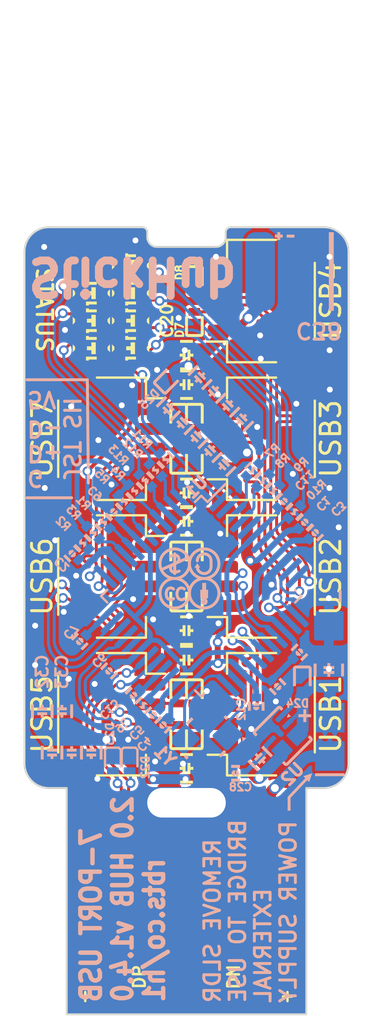
<source format=kicad_pcb>
(kicad_pcb (version 20230410) (generator pcbnew)
  (layers (0 "F.Cu" signal) (31 "B.Cu" signal) (34 "B.Paste" user) (35 "F.Paste" user) (36 "B.SilkS" user "B.Silkscreen") (37 "F.SilkS" user "F.Silkscreen") (38 "B.Mask" user) (39 "F.Mask" user) (44 "Edge.Cuts" user))
  (net 0 "")
  (net 1 "GND")
  (net 2 "+5V")
  (net 3 "Net-(U1-VBUS_SENSE)")
  (net 4 "+3.3V")
  (net 5 "+1V8")
  (net 6 "Net-(U2-CAP)")
  (net 7 "Net-(D15-1)")
  (net 8 "Net-(D16-1)")
  (net 9 "Net-(D17-1)")
  (net 10 "Net-(D18-1)")
  (net 11 "Net-(D19-1)")
  (net 12 "Net-(D20-1)")
  (net 13 "Net-(D21-1)")
  (net 14 "Net-(J1-Pin_1)")
  (net 15 "Net-(U1-EXT_RST#)")
  (net 16 "Net-(U1-TEST3#)")
  (net 17 "Net-(U1-TEST1#)")
  (net 18 "Net-(U1-REXT)")
  (net 19 "/U1D-")
  (net 20 "/U1D+")
  (net 21 "/U2D-")
  (net 22 "/U2D+")
  (net 23 "/U3D-")
  (net 24 "/U3D+")
  (net 25 "/U4D-")
  (net 26 "/U4D+")
  (net 27 "/U5D-")
  (net 28 "/U5D+")
  (net 29 "/U6D-")
  (net 30 "/U6D+")
  (net 31 "/U7D-")
  (net 32 "/U7D+")
  (net 33 "/LED1")
  (net 34 "/D-")
  (net 35 "/D+")
  (net 36 "/LED2")
  (net 37 "/LED3")
  (net 38 "/LED4")
  (net 39 "/LED5")
  (net 40 "/LED6")
  (net 41 "/LED7")
  (net 42 "/LC")
  (net 43 "/XO")
  (net 44 "/XI")
  (net 45 "VIN")
  (footprint "Diode_SMD:1006_C" (layer "F.Cu") (at 150.4 96.75 -90)
    (fp_text reference "D4" hide)
    (fp_text value "TVS")
  )
  (footprint "Connector_JST:JST_SH_SM04B-SRSS-TB_1x04-1MP_P1.00mm_Horizontal" (layer "F.Cu") (at 146.15 97.75 -90)
    (fp_text reference "J7" hide)
    (fp_text value "USB6")
  )
  (footprint "Connector_JST:JST_SH_SM04B-SRSS-TB_1x04-1MP_P1.00mm_Horizontal" (layer "F.Cu") (at 146.15 90.75 -90)
    (fp_text reference "J8" hide)
    (fp_text value "USB7")
  )
  (footprint "Diode_SMD:1006_C" (layer "F.Cu") (at 149.6 105.75 90)
    (fp_text reference "D10" hide)
    (fp_text value "TVS")
  )
  (footprint "Capacitor_SMD:2012_C" (layer "F.Cu") (at 150 93.5 180)
    (fp_text reference "C18" hide)
    (fp_text value "0.1uF 100V")
  )
  (footprint "Capacitor_SMD:2012_C" (layer "F.Cu") (at 150 100.5 180)
    (fp_text reference "C16" hide)
    (fp_text value "0.1uF 100V")
  )
  (footprint "LED_SMD:Duo_LED_1.6x0.8_Kingbright_APHB1608LZGKSURKC" (layer "F.Cu") (at 147.152792 86.15)
    (fp_text reference "D15" hide)
    (fp_text value "USB")
  )
  (footprint "Capacitor_SMD:2012_C" (layer "F.Cu") (at 150 107.5 180)
    (fp_text reference "C14" hide)
    (fp_text value "0.1uF 100V")
  )
  (footprint "Diode_SMD:1006_C" (layer "F.Cu") (at 150.4 82.75 -90)
    (fp_text reference "D8")
    (fp_text value "TVS")
  )
  (footprint "Diode_SMD:1006_C" (layer "F.Cu") (at 149.6 103.75 -90)
    (fp_text reference "D9" hide)
    (fp_text value "TVS")
  )
  (footprint "LED_SMD:Duo_LED_1.6x0.8_Kingbright_APHB1608LZGKSURKC" (layer "F.Cu") (at 147.152792 84.75)
    (fp_text reference "D16" hide)
    (fp_text value "USB")
  )
  (footprint "Diode_SMD:1006_C" (layer "F.Cu") (at 150.4 105.75 90)
    (fp_text reference "D1" hide)
    (fp_text value "TVS")
  )
  (footprint "Diode_SMD:1006_C" (layer "F.Cu") (at 150.4 91.75 90)
    (fp_text reference "D5" hide)
    (fp_text value "TVS")
  )
  (footprint "Diode_SMD:1006_C" (layer "F.Cu") (at 150.4 98.75 90)
    (fp_text reference "D3" hide)
    (fp_text value "TVS")
  )
  (footprint "Capacitor_SMD:2012_C" (layer "F.Cu") (at 150 102)
    (fp_text reference "C15" hide)
    (fp_text value "0.1uF 100V")
  )
  (footprint "Connector_JST:JST_SH_SM04B-SRSS-TB_1x04-1MP_P1.00mm_Horizontal" (layer "F.Cu") (at 153.85 104.75 90)
    (fp_text reference "J2" hide)
    (fp_text value "USB1")
  )
  (footprint "LED_SMD:Duo_LED_1.6x0.8_Kingbright_APHB1608LZGKSURKC" (layer "F.Cu") (at 145.152792 86.15)
    (fp_text reference "D19" hide)
    (fp_text value "USB")
  )
  (footprint "Connector_JST:JST_SH_SM04B-SRSS-TB_1x04-1MP_P1.00mm_Horizontal" (layer "F.Cu") (at 153.85 83.75 90)
    (fp_text reference "J5" hide)
    (fp_text value "USB4")
  )
  (footprint "Capacitor_SMD:2012_C" (layer "F.Cu") (at 150 86.5 180)
    (fp_text reference "C20")
    (fp_text value "0.1uF 100V")
  )
  (footprint "LED_SMD:Duo_LED_1.6x0.8_Kingbright_APHB1608LZGKSURKC" (layer "F.Cu") (at 145.152792 84.75)
    (fp_text reference "D20" hide)
    (fp_text value "USB")
  )
  (footprint "Diode_SMD:1006_C" (layer "F.Cu") (at 150.4 89.75 -90)
    (fp_text reference "D6" hide)
    (fp_text value "TVS")
  )
  (footprint "Connector_USB:USB_A_PCB_traces_small" (layer "F.Cu") (at 150 120 90)
    (fp_text reference "J1" hide)
    (fp_text value "HOST" hide)
  )
  (footprint "Capacitor_SMD:2012_C" (layer "F.Cu") (at 150 94.95)
    (fp_text reference "C17" hide)
    (fp_text value "0.1uF 100V")
  )
  (footprint "Diode_SMD:1006_C" (layer "F.Cu") (at 150.4 84.75 90)
    (fp_text reference "D7")
    (fp_text value "TVS")
  )
  (footprint "Diode_SMD:1006_C" (layer "F.Cu") (at 149.6 91.75 90)
    (fp_text reference "D14" hide)
    (fp_text value "TVS")
  )
  (footprint "LED_SMD:Duo_LED_1.6x0.8_Kingbright_APHB1608LZGKSURKC" (layer "F.Cu") (at 145.152792 83.35)
    (fp_text reference "D21" hide)
    (fp_text value "USB")
  )
  (footprint "Connector_JST:JST_SH_SM04B-SRSS-TB_1x04-1MP_P1.00mm_Horizontal" (layer "F.Cu") (at 153.85 90.75 90)
    (fp_text reference "J4" hide)
    (fp_text value "USB3")
  )
  (footprint "Diode_SMD:1006_C" (layer "F.Cu") (at 149.6 96.75 -90)
    (fp_text reference "D11" hide)
    (fp_text value "TVS")
  )
  (footprint "Connector_JST:JST_SH_SM04B-SRSS-TB_1x04-1MP_P1.00mm_Horizontal" (layer "F.Cu") (at 146.15 104.75 -90)
    (fp_text reference "J6" hide)
    (fp_text value "USB5")
  )
  (footprint "Capacitor_SMD:2012_C" (layer "F.Cu") (at 150 88)
    (fp_text reference "C19" hide)
    (fp_text value "0.1uF 100V")
  )
  (footprint "LED_SMD:Duo_LED_1.6x0.8_Kingbright_APHB1608LZGKSURKC" (layer "F.Cu") (at 147.152792 83.35)
    (fp_text reference "D17" hide)
    (fp_text value "USB")
  )
  (footprint "LED_SMD:Duo_LED_1.6x0.8_Kingbright_APHB1608LZGKSURKC" (layer "F.Cu") (at 147.152792 81.95)
    (fp_text reference "D18" hide)
    (fp_text value "USB")
  )
  (footprint "Diode_SMD:1006_C" (layer "F.Cu") (at 150.4 103.75 -90)
    (fp_text reference "D2" hide)
    (fp_text value "TVS")
  )
  (footprint "Diode_SMD:1006_C" (layer "F.Cu") (at 149.6 98.75 90)
    (fp_text reference "D12" hide)
    (fp_text value "TVS")
  )
  (footprint "MountingHole:Plain_Hole_3mm" (layer "F.Cu") (at 150 109.25)
    (fp_text reference "H1")
    (fp_text value "Strap")
  )
  (footprint "Connector_JST:JST_SH_SM04B-SRSS-TB_1x04-1MP_P1.00mm_Horizontal" (layer "F.Cu") (at 153.85 97.75 90)
    (fp_text reference "J3" hide)
    (fp_text value "USB2")
  )
  (footprint "Diode_SMD:1006_C" (layer "F.Cu") (at 149.6 89.75 -90)
    (fp_text reference "D13" hide)
    (fp_text value "TVS")
  )
  (footprint "Capacitor_SMD:1608_C" (layer "B.Cu") (at 151.392893 88.342893 45)
    (fp_text reference "C36" hide)
    (fp_text value "22uF 10V")
  )
  (footprint "Resistor_SMD:1005_C" (layer "B.Cu") (at 153.37132 92.343146 -135)
    (fp_text reference "R7")
    (fp_text value "470")
  )
  (footprint "Capacitor_SMD:1608_C" (layer "B.Cu") (at 142.65 104.6 90)
    (fp_text reference "C32")
    (fp_text value "22uF 10V")
  )
  (footprint "Diode_SMD:1006_C" (layer "B.Cu") (at 146.25 107.2 -90)
    (fp_text reference "D23")
    (fp_text value "TVS")
  )
  (footprint "Capacitor_SMD:1608_C" (layer "B.Cu") (at 150.685786 87.635786 45)
    (fp_text reference "C37" hide)
    (fp_text value "22uF 10V")
  )
  (footprint "Capacitor_SMD:1005_C" (layer "B.Cu") (at 154.96231 93.934136 45)
    (fp_text reference "C11")
    (fp_text value "0.1uF")
  )
  (footprint "Resistor_SMD:1005_C" (layer "B.Cu") (at 147.891242 92.873476 -45)
    (fp_text reference "R13")
    (fp_text value "470")
  )
  (footprint "Package_DFN_QFN:TDFN-8_1.5x2mm_Fused-Lead_JEDEC_MO-252_W2015D" (layer "B.Cu") (at 154.9 105.85 -135)
    (fp_text reference "U2")
    (fp_text value "Dialog_SLG5NT1487V")
  )
  (footprint "SH_Solder_Pads:1P-1.5x1.5" (layer "B.Cu") (at 157.25 100.25)
    (fp_text reference "J9" hide)
    (fp_text value "EXTGND" hide)
  )
  (footprint "Resistor_SMD:1005_C" (layer "B.Cu") (at 147.360912 93.403806 -45)
    (fp_text reference "R4")
    (fp_text value "100k")
  )
  (footprint "Capacitor_SMD:1005_C" (layer "B.Cu") (at 155.75 101.6 45)
    (fp_text reference "C8" hide)
    (fp_text value "0.1uF")
  )
  (footprint "Resistor_SMD:1005_C" (layer "B.Cu") (at 148.951902 91.812816 -45)
    (fp_text reference "R11")
    (fp_text value "470")
  )
  (footprint "Capacitor_SMD:1005_C" (layer "B.Cu") (at 146.05 102.55 -135)
    (fp_text reference "C6")
    (fp_text value "0.1uF")
  )
  (footprint "Capacitor_SMD:1005_C" (layer "B.Cu") (at 144.178932 96.585787 135)
    (fp_text reference "C2")
    (fp_text value "0.1uF")
  )
  (footprint "Resistor_SMD:1005_C" (layer "B.Cu") (at 147.8 104.3 -135)
    (fp_text reference "R6")
    (fp_text value "2.7k")
  )
  (footprint "Capacitor_SMD:1005_C" (layer "B.Cu") (at 148.8 105.3 -135)
    (fp_text reference "C4")
    (fp_text value "10uF 6.3V")
  )
  (footprint "Diode_SMD:1006_C" (layer "B.Cu") (at 155.9 103.1 -90)
    (fp_text reference "D24")
    (fp_text value "5V")
  )
  (footprint "Symbol:Creative_Commons_BY_Mask" (layer "B.Cu") (at 150.9 98.6)
    (fp_text reference "LOGO2" hide)
    (fp_text value "Logo" hide)
  )
  (footprint "Diode_SMD:1006_C" (layer "B.Cu") (at 149.15 87.65 45)
    (fp_text reference "D25")
    (fp_text value "5V")
  )
  (footprint "Resistor_SMD:1005_C" (layer "B.Cu") (at 155.49264 94.464466 -135)
    (fp_text reference "R10")
    (fp_text value "470")
  )
  (footprint "Resistor_SMD:1005_C" (layer "B.Cu") (at 144.709262 96.055456 135)
    (fp_text reference "R2")
    (fp_text value "100k")
  )
  (footprint "Resistor_SMD:1005_C" (layer "B.Cu") (at 153.90165 92.873476 -135)
    (fp_text reference "R8")
    (fp_text value "470")
  )
  (footprint "Capacitor_SMD:1005_C" (layer "B.Cu") (at 152.5 107.75 180)
    (fp_text reference "C28")
    (fp_text value "15nF")
  )
  (footprint "Capacitor_SMD:1005_C" (layer "B.Cu") (at 156.5533 95.525126 45)
    (fp_text reference "C3")
    (fp_text value "10uF 6.3V")
  )
  (footprint "Capacitor_SMD:1005_C" (layer "B.Cu") (at 148.3 104.8 -135)
    (fp_text reference "C5")
    (fp_text value "0.1uF")
  )
  (footprint "Capacitor_SMD:1608_C" (layer "B.Cu") (at 153.75 107 135)
    (fp_text reference "C22" hide)
    (fp_text value "22uF 10V")
  )
  (footprint "Capacitor_SMD:1608_C" (layer "B.Cu") (at 151.2 91.35 -135)
    (fp_text reference "C26" hide)
    (fp_text value "22uF 10V")
  )
  (footprint "Symbol:Creative_Commons_CC_Mask" (layer "B.Cu") (at 149.4 98.6 180)
    (fp_text reference "LOGO1" hide)
    (fp_text value "Logo" hide)
  )
  (footprint "Symbol:Creative_Commons_NC_Mask" (layer "B.Cu") (at 149.4 97.1)
    (fp_text reference "LOGO3" hide)
    (fp_text value "Logo" hide)
  )
  (footprint "Symbol:Creative_Commons_SA_Mask" (layer "B.Cu") (at 150.9 97.1)
    (fp_text reference "LOGO4" hide)
    (fp_text value "Logo" hide)
  )
  (footprint "Capacitor_SMD:1608_C" (layer "B.Cu") (at 150.492893 90.642893 -135)
    (fp_text reference "C25" hide)
    (fp_text value "22uF 10V")
  )
  (footprint "Crystal:Crystal_4-SMD_2.5x2mm" (layer "B.Cu") (at 150.997487 105.927135 -135)
    (fp_text reference "Y1")
    (fp_text value "12MHz 50ppm 16-20pF" hide)
  )
  (footprint "Capacitor_SMD:1608_C" (layer "B.Cu") (at 152.807107 89.757107 45)
    (fp_text reference "C34" hide)
    (fp_text value "22uF 10V")
  )
  (footprint "Capacitor_SMD:1608_C" (layer "B.Cu") (at 144.15 106.7 -90)
    (fp_text reference "C29" hide)
    (fp_text value "22uF 10V")
  )
  (footprint "Resistor_SMD:1005_C" (layer "B.Cu") (at 148.421572 92.343146 -45)
    (fp_text reference "R12")
    (fp_text value "470")
  )
  (footprint "Diode_SMD:1006_C" (layer "B.Cu") (at 147.1 107.2 -90)
    (fp_text reference "D22")
    (fp_text value "TVS")
  )
  (footprint "Package_QFP:LQFP-48_7x7mm_P0.5mm" (layer "B.Cu") (at 150.75 98.75 -135)
    (fp_text reference "U1")
    (fp_text value "MaxLinear_XR22417-48")
  )
  (footprint "SH_Solder_Pads:JP-2_1.5x1.5" (layer "B.Cu") (at 157.25 105.9 90)
    (fp_text reference "JP1" hide)
    (fp_text value "EXTPWR")
  )
  (footprint "Resistor_SMD:1005_C" (layer "B.Cu") (at 145.769922 94.994796 -45)
    (fp_text reference "R1")
    (fp_text value "10k")
  )
  (footprint "Resistor_SMD:1005_C" (layer "B.Cu") (at 154.43198 93.403806 -135)
    (fp_text reference "R9")
    (fp_text value "470")
  )
  (footprint "Capacitor_SMD:1608_C" (layer "B.Cu") (at 149.785785 89.935786 -135)
    (fp_text reference "C24" hide)
    (fp_text value "22uF 10V")
  )
  (footprint "Capacitor_SMD:1608_C" (layer "B.Cu") (at 152.1 89.05 45)
    (fp_text reference "C35" hide)
    (fp_text value "22uF 10V")
  )
  (footprint "Capacitor_SMD:CP_Elec_6.3x11_Board_Edge_Mirrored" (layer "B.Cu") (at 155 80 180)
    (fp_text reference "C38")
    (fp_text value "330uF 10V")
  )
  (footprint "Capacitor_SMD:1005_C" (layer "B.Cu") (at 144.562816 101.048097 -135)
    (fp_text reference "C7")
    (fp_text value "0.1uF")
  )
  (footprint "Capacitor_SMD:1005_C" (layer "B.Cu") (at 156.02297 94.994796 45)
    (fp_text reference "C1")
    (fp_text value "1uF 10V")
  )
  (footprint "Capacitor_SMD:1005_C" (layer "B.Cu") (at 146.300252 94.464466 135)
    (fp_text reference "C9")
    (fp_text value "0.1uF")
  )
  (footprint "Capacitor_SMD:1005_C" (layer "B.Cu") (at 147.3 103.8 -135)
    (fp_text reference "C13")
    (fp_text value "0.1uF")
  )
  (footprint "Capacitor_SMD:1005_C" (layer "B.Cu") (at 154.639086 103.346194 -45)
    (fp_text reference "C10" hide)
    (fp_text value "0.1uF")
  )
  (footprint "Capacitor_SMD:1608_C" (layer "B.Cu") (at 143.15 106.7 -90)
    (fp_text reference "C31" hide)
    (fp_text value "22uF 10V")
  )
  (footprint "Capacitor_SMD:1005_C" (layer "B.Cu") (at 153.55 104.35 -90)
    (fp_text reference "C12")
    (fp_text value "0.1uF")
  )
  (footprint "Resistor_SMD:1005_C" (layer "B.Cu") (at 146.830582 93.934136 -45)
    (fp_text reference "R5")
    (fp_text value "100k")
  )
  (footprint "Capacitor_SMD:1608_C" (layer "B.Cu") (at 143.65 104.6 90)
    (fp_text reference "C33")
    (fp_text value "22uF 10V")
  )
  (footprint "Capacitor_SMD:1608_C" (layer "B.Cu") (at 145.15 106.7 -90)
    (fp_text reference "C30" hide)
    (fp_text value "22uF 10V")
  )
  (footprint "Resistor_SMD:1005_C" (layer "B.Cu") (at 145.239592 95.525126 -45)
    (fp_text reference "R3")
    (fp_text value "100k")
  )
  (footprint "Capacitor_SMD:1608_C" (layer "B.Cu") (at 151.907106 92.057107 -135)
    (fp_text reference "C27" hide)
    (fp_text value "22uF 10V")
  )
  (footprint "Capacitor_SMD:1608_C" (layer "B.Cu") (at 149.078679 89.22868 -135)
    (fp_text reference "C23" hide)
    (fp_text value "22uF 10V")
  )
  (footprint "Capacitor_SMD:2012_C" (layer "B.Cu") (at 157.25 102.5 90)
    (fp_text reference "C21" hide)
    (fp_text value "0.1uF 100V")
  )
  (gr_line (start 144.95 87.75) (end 145 93) (stroke (width 0.15)) (layer "B.SilkS"))
  (gr_line (start 141.875 87.75) (end 144.95 87.75) (stroke (width 0.15)) (layer "B.SilkS"))
  (gr_line (start 144.15 93.75) (end 141.875 93.75) (stroke (width 0.15)) (layer "B.SilkS"))
  (gr_poly (pts (xy 156.25 108.2) (xy 156.15 108.1) (xy 155.3 109) (xy 155.3 109.65) (xy 155.15 109.65) (xy 155.15 108.95) (xy 156.05 108) (xy 155.95 107.9) (xy 156.4 107.75)) (fill solid) (layer "B.SilkS"))
  (gr_poly (pts (xy 157.9 99.05) (xy 157.75 99.05) (xy 157.75 98.45) (xy 157.9 98.45)) (fill solid) (layer "B.SilkS"))
  (gr_poly (pts (xy 156.1 104.75) (xy 156.35 104.75) (xy 156.35 104.9) (xy 156.1 104.9) (xy 156.1 105.15) (xy 155.95 105.15) (xy 155.95 104.9) (xy 155.7 104.9) (xy 155.7 104.75) (xy 155.95 104.75) (xy 155.95 104.5) (xy 156.1 104.5)) (fill solid) (layer "B.SilkS"))
  (gr_line (start 152.25 80) (end 157 80) (stroke (width 0.1)) (layer "Edge.Cuts"))
  (gr_line (start 148.5 81) (end 151.5 81) (stroke (width 0.1)) (layer "Edge.Cuts"))
  (gr_line (start 157 108.5) (end 156.1 108.5) (stroke (width 0.1)) (layer "Edge.Cuts"))
  (gr_line (start 141.75 107.25) (end 141.75 81.25) (stroke (width 0.1)) (layer "Edge.Cuts"))
  (gr_line (start 156.1 120) (end 156.1 108.5) (stroke (width 0.1)) (layer "Edge.Cuts"))
  (gr_line (start 148 80.25) (end 148 80.5) (stroke (width 0.1)) (layer "Edge.Cuts"))
  (gr_arc (start 152 80.25) (mid 152.073223 80.073223) (end 152.25 80) (stroke (width 0.1)) (layer "Edge.Cuts"))
  (gr_line (start 143.9 120) (end 143.9 108.5) (stroke (width 0.1)) (layer "Edge.Cuts"))
  (gr_arc (start 141.75 81.25) (mid 142.116117 80.366117) (end 143 80) (stroke (width 0.1)) (layer "Edge.Cuts"))
  (gr_arc (start 147.75 80) (mid 147.926777 80.073223) (end 148 80.25) (stroke (width 0.1)) (layer "Edge.Cuts"))
  (gr_arc (start 143 108.5) (mid 142.116117 108.133883) (end 141.75 107.25) (stroke (width 0.1)) (layer "Edge.Cuts"))
  (gr_line (start 143.9 120) (end 156.1 120) (stroke (width 0.1)) (layer "Edge.Cuts"))
  (gr_line (start 158.25 81.25) (end 158.25 107.25) (stroke (width 0.1)) (layer "Edge.Cuts"))
  (gr_line (start 143 80) (end 147.75 80) (stroke (width 0.1)) (layer "Edge.Cuts"))
  (gr_arc (start 158.25 107.25) (mid 157.883883 108.133883) (end 157 108.5) (stroke (width 0.1)) (layer "Edge.Cuts"))
  (gr_arc (start 157 80) (mid 157.883883 80.366117) (end 158.25 81.25) (stroke (width 0.1)) (layer "Edge.Cuts"))
  (gr_arc (start 148.5 81) (mid 148.146447 80.853553) (end 148 80.5) (stroke (width 0.1)) (layer "Edge.Cuts"))
  (gr_line (start 143.9 108.5) (end 143 108.5) (stroke (width 0.1)) (layer "Edge.Cuts"))
  (gr_arc (start 152 80.5) (mid 151.853553 80.853553) (end 151.5 81) (stroke (width 0.1)) (layer "Edge.Cuts"))
  (gr_line (start 152 80.5) (end 152 80.25) (stroke (width 0.1)) (layer "Edge.Cuts"))
  (gr_text "G" (at 141.8 92.75 180) (layer "B.SilkS") (effects (font (size 0.8 0.8)) (justify left mirror)))
  (gr_text "D-" (at 141.8 90.25 180) (layer "B.SilkS") (effects (font (size 0.8 0.8)) (justify left mirror)))
  (gr_text "JST SH" (at 144.15 90.75 270) (layer "B.SilkS") (effects (font (size 0.8 0.8)) (justify mirror)))
  (gr_text "StickHub" (at 147.25 82.5 180) (layer "B.SilkS") (effects (font (size 1.8 1.6) (thickness 0.4)) (justify mirror)))
  (gr_text "D+" (at 141.8 91.5 180) (layer "B.SilkS") (effects (font (size 0.8 0.8)) (justify left mirror)))
  (gr_text "5V" (at 141.8 88.75 180) (layer "B.SilkS") (effects (font (size 0.8 0.8)) (justify left mirror)))
  (gr_text "REMOVE SLDR\nBRIDGE TO USE\nEXTERNAL\nPOWER SUPPLY" (at 153.25 119.5 90) (layer "B.SilkS") (effects (font (size 0.8 0.8)) (justify right mirror)))
  (gr_text "7-PORT USB\n2.0 HUB v1.4.0\nrbts.co/h1" (at 146.75 119.5 90) (layer "B.SilkS") (effects (font (size 1 0.9) (thickness 0.225)) (justify right mirror)))
  (gr_text "STATUS" (at 142.75 84.2 270) (layer "F.SilkS") (effects (font (size 0.8 0.8))))
  (segment (start 143.69 85.34) (end 143.81 85.22) (width 0.15) (layer "F.Cu") (net 1))
  (segment (start 145.46 108.03) (end 144.755 108.03) (width 0.6) (layer "F.Cu") (net 1))
  (segment (start 149.5 89.265) (end 150.5 89.265) (width 0.25) (layer "F.Cu") (net 1))
  (segment (start 155.875 94.95) (end 157.45 94.95) (width 0.4) (layer "F.Cu") (net 1))
  (segment (start 155.875 93.55) (end 156.175 93.25) (width 0.4) (layer "F.Cu") (net 1))
  (segment (start 153.78 86.68) (end 153.78 85.53) (width 0.15) (layer "F.Cu") (net 1))
  (segment (start 150.5 92.235) (end 150.03 92.705) (width 0.4) (layer "F.Cu") (net 1))
  (segment (start 142.25 85.34) (end 143.69 85.34) (width 0.15) (layer "F.Cu") (net 1))
  (segment (start 151.85 95.7) (end 151.72 95.57) (width 0.25) (layer "F.Cu") (net 1))
  (segment (start 143.041636 100.25) (end 142.29 100.25) (width 0.4) (layer "F.Cu") (net 1))
  (segment (start 144.125 87.95) (end 142.45 87.95) (width 0.4) (layer "F.Cu") (net 1))
  (segment (start 150.825 88) (end 150.825 88.075) (width 0.5) (layer "F.Cu") (net 1))
  (segment (start 148.3 92.55) (end 148 92.25) (width 0.4) (layer "F.Cu") (net 1))
  (segment (start 143.31 96.64) (end 143.31 95.91) (width 0.15) (layer "F.Cu") (net 1))
  (segment (start 152 82.25) (end 154.575 82.25) (width 0.15) (layer "F.Cu") (net 1))
  (segment (start 150.5 92.235) (end 149.5 92.235) (width 0.25) (layer "F.Cu") (net 1))
  (segment (start 148.5 87.638006) (end 148.5 87.25) (width 0.4) (layer "F.Cu") (net 1))
  (segment (start 156.175 93.25) (end 157.28 93.25) (width 0.4) (layer "F.Cu") (net 1))
  (segment (start 150.5 89.265) (end 151.985 89.265) (width 0.25) (layer "F.Cu") (net 1))
  (segment (start 149.94999 84.653056) (end 149.86999 84.573056) (width 0.15) (layer "F.Cu") (net 1))
  (segment (start 148 99.25) (end 149.616884 99.25) (width 0.4) (layer "F.Cu") (net 1))
  (segment (start 148 106.25) (end 147.24 106.25) (width 0.25) (layer "F.Cu") (net 1))
  (segment (start 149.5 92.235) (end 148.015 92.235) (width 0.25) (layer "F.Cu") (net 1))
  (segment (start 142.25 85.34) (end 142.25 81.5) (width 0.4) (layer "F.Cu") (net 1))
  (segment (start 144.755 108.03) (end 144.275 107.55) (width 0.6) (layer "F.Cu") (net 1))
  (segment (start 147.24 106.25) (end 147.03 106.04) (width 0.25) (layer "F.Cu") (net 1))
  (segment (start 150.195 95.58) (end 150.825 94.95) (width 0.5) (layer "F.Cu") (net 1))
  (segment (start 149.86999 82.926944) (end 149.94999 82.846944) (width 0.15) (layer "F.Cu") (net 1))
  (segment (start 152 89.25) (end 152.420453 89.25) (width 0.4) (layer "F.Cu") (net 1))
  (segment (start 152 103.25) (end 150.515 103.25) (width 0.4) (layer "F.Cu") (net 1))
  (segment (start 150.5 96.265) (end 150.5 96.02) (width 0.4) (layer "F.Cu") (net 1))
  (segment (start 147.300003 88.100003) (end 148.038003 88.100003) (width 0.4) (layer "F.Cu") (net 1))
  (segment (start 148.015 106.235) (end 148 106.25) (width 0.4) (layer "F.Cu") (net 1))
  (segment (start 144 102.95) (end 142.99 102.95) (width 0.4) (layer "F.Cu") (net 1))
  (segment (start 143.31 95.765) (end 144.125 94.95) (width 0.25) (layer "F.Cu") (net 1))
  (segment (start 148.038003 88.100003) (end 148.5 87.638006) (width 0.4) (layer "F.Cu") (net 1))
  (segment (start 150.5 82.265) (end 151.985 82.265) (width 0.15) (layer "F.Cu") (net 1))
  (segment (start 145.32 103.21) (end 144.26 103.21) (width 0.4) (layer "F.Cu") (net 1))
  (segment (start 155.875 100.55) (end 156.57 100.55) (width 0.25) (layer "F.Cu") (net 1))
  (segment (start 144.125 89.115) (end 144.12 89.11) (width 0.25) (layer "F.Cu") (net 1))
  (segment (start 150.5 103.265) (end 150.57 103.195) (width 0.4) (layer "F.Cu") (net 1))
  (segment (start 146.938761 92.25) (end 146.180031 93.00873) (width 0.25) (layer "F.Cu") (net 1))
  (segment (start 149.616884 99.25) (end 150.124571 99.757687) (width 0.4) (layer "F.Cu") (net 1))
  (segment (start 144.125 89.105) (end 144.12 89.11) (width 0.4) (layer "F.Cu") (net 1))
  (segment (start 144.125 94.95) (end 144.125 93.55) (width 0.25) (layer "F.Cu") (net 1))
  (segment (start 149.86999 84.573056) (end 149.86999 84.026944) (width 0.15) (layer "F.Cu") (net 1))
  (segment (start 142.45 87.95) (end 142.25 87.75) (width 0.4) (layer "F.Cu") (net 1))
  (segment (start 148 99.25) (end 147.63 99.25) (width 0.25) (layer "F.Cu") (net 1))
  (segment (start 150.03 92.705) (end 150.03 92.96) (width 0.4) (layer "F.Cu") (net 1))
  (segment (start 143.31 95.91) (end 143.31 95.765) (width 0.25) (layer "F.Cu") (net 1))
  (segment (start 157 87.95) (end 157.3 88.25) (width 0.4) (layer "F.Cu") (net 1))
  (segment (start 149.86999 84.026944) (end 149.85 84.006954) (width 0.15) (layer "F.Cu") (net 1))
  (segment (start 145.75 114.71) (end 145.75 108.5) (width 0.6) (layer "F.Cu") (net 1))
  (segment (start 144.125 107.55) (end 144.8 107.55) (width 0.4) (layer "F.Cu") (net 1))
  (segment (start 144.125 107.55) (end 144.98 107.55) (width 0.15) (layer "F.Cu") (net 1))
  (segment (start 145.75 108.32) (end 145.46 108.03) (width 0.6) (layer "F.Cu") (net 1))
  (segment (start 151.985 82.265) (end 152 82.25) (width 0.15) (layer "F.Cu") (net 1))
  (segment (start 151.835 96.265) (end 151.85 96.25) (width 0.25) (layer "F.Cu") (net 1))
  (segment (start 144.125 87.95) (end 147.15 87.95) (width 0.15) (layer "F.Cu") (net 1))
  (segment (start 144.98 107.55) (end 145.46 108.03) (width 0.15) (layer "F.Cu") (net 1))
  (segment (start 154.575 82.25) (end 155.875 80.95) (width 0.15) (layer "F.Cu") (net 1))
  (segment (start 151.985 103.265) (end 152 103.25) (width 0.4) (layer "F.Cu") (net 1))
  (segment (start 156.57 100.55) (end 157.8 99.32) (width 0.25) (layer "F.Cu") (net 1))
  (segment (start 149.94999 82.81501) (end 150.5 82.265) (width 0.15) (layer "F.Cu") (net 1))
  (segment (start 155.725 101.95) (end 156.75 101.95) (width 0.25) (layer "F.Cu") (net 1))
  (segment (start 150.515 103.25) (end 150.5 103.265) (width 0.4) (layer "F.Cu") (net 1))
  (segment (start 150.5 96.02) (end 150.06 95.58) (width 0.4) (layer "F.Cu") (net 1))
  (segment (start 157.8 99.32) (end 157.8 96.875) (width 0.25) (layer "F.Cu") (net 1))
  (segment (start 146.19 115.15) (end 145.75 114.71) (width 0.6) (layer "F.Cu") (net 1))
  (segment (start 150.5 96.265) (end 151.835 96.265) (width 0.25) (layer "F.Cu") (net 1))
  (segment (start 149.911324 85.823676) (end 149.911324 86.248711) (width 0.4) (layer "F.Cu") (net 1))
  (segment (start 142.25 87.75) (end 142.25 85.34) (width 0.4) (layer "F.Cu") (net 1))
  (segment (start 149.86999 83.473056) (end 149.86999 82.926944) (width 0.15) (layer "F.Cu") (net 1))
  (segment (start 142.99 102.95) (end 142.29 102.25) (width 0.4) (layer "F.Cu") (net 1))
  (segment (start 149.5 106.235) (end 148.015 106.235) (width 0.4) (layer "F.Cu") (net 1))
  (segment (start 156.73 80.95) (end 157.28 81.5) (width 0.4) (layer "F.Cu") (net 1))
  (segment (start 144.38 97.71) (end 143.31 96.64) (width 0.15) (layer "F.Cu") (net 1))
  (segment (start 153.78 85.53) (end 153.75 85.5) (width 0.15) (layer "F.Cu") (net 1))
  (segment (start 155.59501 88.22999) (end 155.59501 88.97) (width 0.15) (layer "F.Cu") (net 1))
  (segment (start 144.26 103.21) (end 144 102.95) (width 0.4) (layer "F.Cu") (net 1))
  (segment (start 149.85 83.493046) (end 149.86999 83.473056) (width 0.15) (layer "F.Cu") (net 1))
  (segment (start 144.125 93.55) (end 144.125 89.115) (width 0.25) (layer "F.Cu") (net 1))
  (segment (start 157.8 96.875) (end 155.875 94.95) (width 0.25) (layer "F.Cu") (net 1))
  (segment (start 144.8 107.55) (end 145.65 108.4) (width 0.4) (layer "F.Cu") (net 1))
  (segment (start 144.125 93.55) (end 143.08 93.55) (width 0.4) (layer "F.Cu") (net 1))
  (segment (start 150.825 88.075) (end 149.6 89.3) (width 0.5) (layer "F.Cu") (net 1))
  (segment (start 155.875 86.55) (end 155.875 87.95) (width 0.25) (layer "F.Cu") (net 1))
  (segment (start 151.5 81.5) (end 151.83 81.5) (width 0.4) (layer "F.Cu") (net 1))
  (segment (start 144.12 89.11) (end 144.12 89.43) (width 0.15) (layer "F.Cu") (net 1))
  (segment (start 148.015 92.235) (end 148 92.25) (width 0.25) (layer "F.Cu") (net 1))
  (segment (start 150.19 85.2) (end 149.6 84.61) (width 0.15) (layer "F.Cu") (net 1))
  (segment (start 149.5 96.25) (end 150.485 96.25) (width 0.15) (layer "F.Cu") (net 1))
  (segment (start 151.85 88.75) (end 151.6 88.5) (width 0.15) (layer "F.Cu") (net 1))
  (segment (start 155.875 93.55) (end 155.875 94.95) (width 0.25) (layer "F.Cu") (net 1))
  (segment (start 151.83 81.5) (end 152.38 80.95) (width 0.4) (layer "F.Cu") (net 1))
  (segment (start 144.125 87.95) (end 144.125 89.105) (width 0.4) (layer "F.Cu") (net 1))
  (segment (start 156.75 101.95) (end 157.25 102.45) (width 0.25) (layer "F.Cu") (net 1))
  (segment (start 150.5 85.235) (end 149.94999 84.68499) (width 0.15) (layer "F.Cu") (net 1))
  (segment (start 155.414117 93.089117) (end 155.414117 92.535883) (width 0.4) (layer "F.Cu") (net 1))
  (segment (start 145.75 108.5) (end 145.75 108.32) (width 0.6) (layer "F.Cu") (net 1))
  (segment (start 143.08 93.55) (end 142.78 93.25) (width 0.4) (layer "F.Cu") (net 1))
  (segment (start 149.94999 82.846944) (end 149.94999 82.81501) (width 0.15) (layer "F.Cu") (net 1))
  (segment (start 148 92.25) (end 146.938761 92.25) (width 0.15) (layer "F.Cu") (net 1))
  (segment (start 155.875 80.95) (end 152.38 80.95) (width 0.4) (layer "F.Cu") (net 1))
  (segment (start 155.875 93.55) (end 155.414117 93.089117) (width 0.4) (layer "F.Cu") (net 1))
  (segment (start 149.5 103.265) (end 150.5 103.265) (width 0.4) (layer "F.Cu") (net 1))
  (segment (start 155.875 100.55) (end 155.875 101.95) (width 0.25) (layer "F.Cu") (net 1))
  (segment (start 147.23 88.03) (end 147.300003 88.100003) (width 0.4) (layer "F.Cu") (net 1))
  (segment (start 149.175 107.5) (end 148.75 107.5) (width 0.4) (layer "F.Cu") (net 1))
  (segment (start 155.875 80.95) (end 155.875 86.55) (width 0.25) (layer "F.Cu") (net 1))
  (segment (start 151.85 89.25) (end 151.85 88.75) (width 0.15) (layer "F.Cu") (net 1))
  (segment (start 142.25 81.5) (end 142.75 81) (width 0.4) (layer "F.Cu") (net 1))
  (segment (start 146.180031 93.00873) (end 146.180031 93.072237) (width 0.25) (layer "F.Cu") (net 1))
  (segment (start 155.875 86.55) (end 156.175 86.25) (width 0.4) (layer "F.Cu") (net 1))
  (segment (start 150.5 85.235) (end 149.911324 85.823676) (width 0.4) (layer "F.Cu") (net 1))
  (segment (start 149.85 84.006954) (end 149.85 83.493046) (width 0.15) (layer "F.Cu") (net 1))
  (segment (start 150.5 106.235) (end 149.5 106.235) (width 0.4) (layer "F.Cu") (net 1))
  (segment (start 155.875 87.95) (end 157 87.95) (width 0.4) (layer "F.Cu") (net 1))
  (segment (start 151.85 96.25) (end 151.85 95.7) (width 0.25) (layer "F.Cu") (net 1))
  (segment (start 144.12 89.43) (end 145.51 90.82) (width 0.15) (layer "F.Cu") (net 1))
  (segment (start 150.485 96.25) (end 150.5 96.265) (width 0.15) (layer "F.Cu") (net 1))
  (segment (start 152.7 89.25) (end 153.6 90.15) (width 0.4) (layer "F.Cu") (net 1))
  (segment (start 148.75 107.5) (end 148.4 107.15) (width 0.4) (layer "F.Cu") (net 1))
  (segment (start 143.74501 99.546626) (end 143.041636 100.25) (width 0.4) (layer "F.Cu") (net 1))
  (segment (start 156.175 86.25) (end 157.29 86.25) (width 0.4) (layer "F.Cu") (net 1))
  (segment (start 151.85 89.25) (end 152.7 89.25) (width 0.4) (layer "F.Cu") (net 1))
  (segment (start 150.06 95.58) (end 150.195 95.58) (width 0.5) (layer "F.Cu") (net 1))
  (segment (start 151.985 89.265) (end 152 89.25) (width 0.25) (layer "F.Cu") (net 1))
  (segment (start 155.875 80.95) (end 156.73 80.95) (width 0.4) (layer "F.Cu") (net 1))
  (segment (start 157.45 94.95) (end 157.75 95.25) (width 0.4) (layer "F.Cu") (net 1))
  (segment (start 147.63 99.25) (end 147.28 98.9) (width 0.25) (layer "F.Cu") (net 1))
  (segment (start 151.7 88.95) (end 152 89.25) (width 0.4) (layer "F.Cu") (net 1))
  (segment (start 155.875 87.95) (end 155.59501 88.22999) (width 0.15) (layer "F.Cu") (net 1))
  (segment (start 150.4 85.2) (end 150.19 85.2) (width 0.15) (layer "F.Cu") (net 1))
  (segment (start 147.15 87.95) (end 147.23 88.03) (width 0.15) (layer "F.Cu") (net 1))
  (segment (start 149.94999 84.68499) (end 149.94999 84.653056) (width 0.15) (layer "F.Cu") (net 1))
  (via (at 157.25 102.45) (size 0.5) (drill 0.3) (layers "F.Cu" "B.Cu") (net 1))
  (via (at 151.5 81.5) (size 0.5) (drill 0.3) (layers "F.Cu" "B.Cu") (net 1))
  (via (at 142.78 93.25) (size 0.5) (drill 0.3) (layers "F.Cu" "B.Cu") (net 1))
  (via (at 150.124571 99.757687) (size 0.5) (drill 0.3) (layers "F.Cu" "B.Cu") (net 1))
  (via (at 146.180031 93.072237) (size 0.5) (drill 0.3) (layers "F.Cu" "B.Cu") (net 1))
  (via (at 157.3 88.25) (size 0.5) (drill 0.3) (layers "F.Cu" "B.Cu") (net 1))
  (via (at 142.29 100.25) (size 0.5) (drill 0.3) (layers "F.Cu" "B.Cu") (net 1))
  (via (at 142.75 81) (size 0.5) (drill 0.3) (layers "F.Cu" "B.Cu") (net 1))
  (via (at 150.03 92.96) (size 0.5) (drill 0.3) (layers "F.Cu" "B.Cu") (net 1))
  (via (at 148.3 99.93) (size 0.5) (drill 0.3) (layers "F.Cu" "B.Cu") (net 1))
  (via (at 157.25 98.85) (size 0.5) (drill 0.3) (layers "F.Cu" "B.Cu") (net 1))
  (via (at 148.4 107.15) (size 0.5) (drill 0.3) (layers "F.Cu" "B.Cu") (net 1))
  (via (at 147.23 88.03) (size 0.5) (drill 0.3) (layers "F.Cu" "B.Cu") (net 1))
  (via (at 157.28 81.5) (size 0.5) (drill 0.3) (layers "F.Cu" "B.Cu") (net 1))
  (via (at 149.819271 107.261475) (size 0.5) (drill 0.3) (layers "F.Cu" "B.Cu") (net 1))
  (via (at 157.29 86.25) (size 0.5) (drill 0.3) (layers "F.Cu" "B.Cu") (net 1))
  (via (at 153.78 86.68) (size 0.5) (drill 0.3) (layers "F.Cu" "B.Cu") (net 1))
  (via (at 143.31 95.91) (size 0.5) (drill 0.3) (layers "F.Cu" "B.Cu") (net 1))
  (via (at 147.03 106.04) (size 0.5) (drill 0.3) (layers "F.Cu" "B.Cu") (net 1))
  (via (at 147.28 98.9) (size 0.5) (drill 0.3) (layers "F.Cu" "B.Cu") (net 1))
  (via (at 157.28 93.25) (size 0.5) (drill 0.3) (layers "F.Cu" "B.Cu") (net 1))
  (via (at 142.29 102.25) (size 0.5) (drill 0.3) (layers "F.Cu" "B.Cu") (net 1))
  (via (at 151.72 95.57) (size 0.5) (drill 0.3) (layers "F.Cu" "B.Cu") (net 1))
  (via (at 155.414117 92.535883) (size 0.5) (drill 0.3) (layers "F.Cu" "B.Cu") (net 1))
  (via (at 151.034229 103.573736) (size 0.5) (drill 0.3) (layers "F.Cu" "B.Cu") (net 1))
  (via (at 146.7 89.05) (size 0.5) (drill 0.3) (layers "F.Cu" "B.Cu") (net 1))
  (via (at 148.5 87.25) (size 0.5) (drill 0.3) (layers "F.Cu" "B.Cu") (net 1))
  (via (at 153.3 105.5) (size 0.5) (drill 0.3) (layers "F.Cu" "B.Cu") (net 1))
  (via (at 154.331365 98.163517) (size 0.5) (drill 0.3) (layers "F.Cu" "B.Cu") (net 1))
  (via (at 150.06 95.58) (size 0.5) (drill 0.3) (layers "F.Cu" "B.Cu") (net 1))
  (via (at 143.81 85.22) (size 0.5) (drill 0.3) (layers "F.Cu" "B.Cu") (net 1))
  (via (at 157.75 95.25) (size 0.5) (drill 0.3) (layers "F.Cu" "B.Cu") (net 1))
  (via (at 153.75 85.5) (size 0.5) (drill 0.3) (layers "F.Cu" "B.Cu") (net 1))
  (via (at 143.74501 99.546626) (size 0.5) (drill 0.3) (layers "F.Cu" "B.Cu") (net 1))
  (via (at 153.6 90.15) (size 0.5) (drill 0.3) (layers "F.Cu" "B.Cu") (net 1))
  (via (at 151.629053 100.129053) (size 0.5) (drill 0.3) (layers "F.Cu" "B.Cu") (net 1))
  (via (at 147.4 80.67) (size 0.5) (drill 0.3) (layers "F.Cu" "B.Cu") (net 1))
  (via (at 144.12 89.11) (size 0.5) (drill 0.3) (layers "F.Cu" "B.Cu") (net 1))
  (via (at 144 102.95) (size 0.5) (drill 0.3) (layers "F.Cu" "B.Cu") (net 1))
  (via (at 145.46 108.03) (size 0.5) (drill 0.3) (layers "F.Cu" "B.Cu") (net 1))
  (via (at 144.38 97.71) (size 0.5) (drill 0.3) (layers "F.Cu" "B.Cu") (net 1))
  (via (at 154.55 104.1) (size 0.5) (drill 0.3) (layers "F.Cu" "B.Cu") (net 1))
  (via (at 149.911324 86.248711) (size 0.5) (drill 0.3) (layers "F.Cu" "B.Cu") (net 1))
  (via (at 146.938761 92.25) (size 0.5) (drill 0.3) (layers "F.Cu" "B.Cu") (net 1))
  (via (at 155.59501 88.97) (size 0.5) (drill 0.3) (layers "F.Cu" "B.Cu") (net 1))
  (via (at 145.32 103.21) (size 0.5) (drill 0.3) (layers "F.Cu" "B.Cu") (net 1))
  (via (at 145.51 90.82) (size 0.5) (drill 0.3) (layers "F.Cu" "B.Cu") (net 1))
  (via (at 151.6 88.5) (size 0.5) (drill 0.3) (layers "F.Cu" "B.Cu") (net 1))
  (via (at 149.6 84.61) (size 0.5) (drill 0.3) (layers "F.Cu" "B.Cu") (net 1))
  (segment (start 147.23 88.52) (end 146.7 89.05) (width 0.25) (layer "B.Cu") (net 1))
  (segment (start 157.25 102.45) (end 157.25 101.675) (width 0.25) (layer "B.Cu") (net 1))
  (segment (start 142.78 95.38) (end 142.78 93.25) (width 0.4) (layer "B.Cu") (net 1))
  (segment (start 144.244618 101.366295) (end 143.74501 100.866687) (width 0.4) (layer "B.Cu") (net 1))
  (segment (start 157.3 93.23) (end 157.28 93.25) (width 0.4) (layer "B.Cu") (net 1))
  (segment (start 148.472313 99.757687) (end 148.3 99.93) (width 0.25) (layer "B.Cu") (net 1))
  (segment (start 153.927728 105.761612) (end 153.55 105.383884) (width 0.25) (layer "B.Cu") (net 1))
  (segment (start 153.927728 105.761612) (end 153.927728 105.867678) (width 0.25) (layer "B.Cu") (net 1))
  (segment (start 151.103553 103.64306) (end 151.034229 103.573736) (width 0.4) (layer "B.Cu") (net 1))
  (segment (start 151.103553 104.831119) (end 151.103553 103.64306) (width 0.4) (layer "B.Cu") (net 1))
  (segment (start 155.59501 88.49501) (end 153.78 86.68) (width 0.15) (layer "B.Cu") (net 1))
  (segment (start 150.124571 99.757687) (end 151.257687 99.757687) (width 0.4) (layer "B.Cu") (net 1))
  (segment (start 147.28 97.754874) (end 147.28 98.9) (width 0.25) (layer "B.Cu") (net 1))
  (segment (start 154.957284 103.692716) (end 154.55 104.1) (width 0.25) (layer "B.Cu") (net 1))
  (segment (start 157.25 101.675) (end 157.25 100.25) (width 0.3) (layer "B.Cu") (net 1))
  (segment (start 147.780152 104.901829) (end 147.78015 104.901829) (width 0.4) (layer "B.Cu") (net 1))
  (segment (start 142.29 102.25) (end 142.29 100.25) (width 0.4) (layer "B.Cu") (net 1))
  (segment (start 157.29 86.25) (end 157.28 86.24) (width 0.4) (layer "B.Cu") (net 1))
  (segment (start 155.9 102.65) (end 156.068198 102.481802) (width 0.3) (layer "B.Cu") (net 1))
  (segment (start 145.837097 94.001311) (end 145.837097 93.415171) (width 0.25) (layer "B.Cu") (net 1))
  (segment (start 143.31 95.91) (end 142.78 95.38) (width 0.4) (layer "B.Cu") (net 1))
  (segment (start 152.05 107.75) (end 152.05 107.745406) (width 0.25) (layer "B.Cu") (net 1))
  (segment (start 143.74501 100.866687) (end 143.74501 99.546626) (width 0.4) (layer "B.Cu") (net 1))
  (segment (start 150.891421 107.023151) (end 151.433151 107.023151) (width 0.25) (layer "B.Cu") (net 1))
  (segment (start 143.667589 96.267589) (end 143.31 95.91) (width 0.25) (layer "B.Cu") (net 1))
  (segment (start 154.957284 103.664392) (end 154.957284 103.692716) (width 0.25) (layer "B.Cu") (net 1))
  (segment (start 150.463622 107.45095) (end 148.44095 107.45095) (width 0.25) (layer "B.Cu") (net 1))
  (segment (start 153.272703 105.527297) (end 153.3 105.5) (width 0.5) (layer "B.Cu") (net 1))
  (segment (start 148.510034 87.25) (end 148.5 87.25) (width 0.4) (layer "B.Cu") (net 1))
  (segment (start 156.068198 102.481802) (end 156.068198 101.281802) (width 0.3) (layer "B.Cu") (net 1))
  (segment (start 142.75 81) (end 147.07 81) (width 0.15) (layer "B.Cu") (net 1))
  (segment (start 157.3 88.25) (end 157.3 93.23) (width 0.4) (layer "B.Cu") (net 1))
  (segment (start 155.42 88.98) (end 155.43 88.97) (width 0.15) (layer "B.Cu") (net 1))
  (segment (start 153.927728 105.867678) (end 153.272703 106.522703) (width 0.25) (layer "B.Cu") (net 1))
  (segment (start 153.272703 106.522703) (end 153.272703 105.527297) (width 0.5) (layer "B.Cu") (net 1))
  (segment (start 150.124571 99.757687) (end 148.472313 99.757687) (width 0.25) (layer "B.Cu") (net 1))
  (segment (start 151.323151 107.023151) (end 152.05 107.75) (width 0.25) (layer "B.Cu") (net 1))
  (segment (start 150.891421 107.023151) (end 150.463622 107.45095) (width 0.25) (layer "B.Cu") (net 1))
  (segment (start 147.637841 105.432159) (end 147.03 106.04) (width 0.4) (layer "B.Cu") (net 1))
  (segment (start 148.310482 105.432159) (end 147.637841 105.432159) (width 0.4) (layer "B.Cu") (net 1))
  (segment (start 152.05 107.745406) (end 153.272703 106.522703) (width 0.25) (layer "B.Cu") (net 1))
  (segment (start 143.860734 96.267589) (end 143.667589 96.267589) (width 0.25) (layer "B.Cu") (net 1))
  (segment (start 151.11827 107.25) (end 150.891421 107.023151) (width 0.4) (layer "B.Cu") (net 1))
  (segment (start 150.653097 107.261475) (end 149.819271 107.261475) (width 0.4) (layer "B.Cu") (net 1))
  (segment (start 149.911324 86.248711) (end 149.501289 86.248711) (width 0.4) (layer "B.Cu") (net 1))
  (segment (start 147.23 88.03) (end 147.23 88.52) (width 0.25) (layer "B.Cu") (net 1))
  (segment (start 146.569231 97.044105) (end 147.28 97.754874) (width 0.25) (layer "B.Cu") (net 1))
  (segment (start 150.759999 93.689999) (end 150.759999 94.880001) (width 0.4) (layer "B.Cu") (net 1))
  (segment (start 147.07 81) (end 147.4 80.67) (width 0.15) (layer "B.Cu") (net 1))
  (segment (start 156.068198 101.281802) (end 156.218198 101.281802) (width 0.3) (layer "B.Cu") (net 1))
  (segment (start 145.837097 93.415171) (end 146.180031 93.072237) (width 0.25) (layer "B.Cu") (net 1))
  (segment (start 151.748788 103.637876) (end 151.748788 104.185884) (width 0.15) (layer "B.Cu") (net 1))
  (segment (start 153.55 105.383884) (end 153.55 104.8) (width 0.25) (layer "B.Cu") (net 1))
  (segment (start 154.930769 97.044105) (end 155.549053 96.425821) (width 0.25) (layer "B.Cu") (net 1))
  (segment (start 156.91457 95.25) (end 157.75 95.25) (width 0.4) (layer "B.Cu") (net 1))
  (segment (start 150.90409 107.010482) (end 150.90409 105.030582) (width 0.15) (layer "B.Cu") (net 1))
  (segment (start 157.25 100.25) (end 157.25 98.85) (width 0.5) (layer "B.Cu") (net 1))
  (segment (start 144.391064 95.737258) (end 144.391064 95.737259) (width 0.25) (layer "B.Cu") (net 1))
  (segment (start 151.748788 104.185884) (end 151.103553 104.831119) (width 0.15) (layer "B.Cu") (net 1))
  (segment (start 150.891421 107.023151) (end 150.653097 107.261475) (width 0.4) (layer "B.Cu") (net 1))
  (segment (start 148.44095 107.45095) (end 147.03 106.04) (width 0.25) (layer "B.Cu") (net 1))
  (segment (start 155.43 88.97) (end 155.59501 88.97) (width 0.15) (layer "B.Cu") (net 1))
  (segment (start 150.90409 105.030582) (end 151.103553 104.831119) (width 0.15) (layer "B.Cu") (net 1))
  (segment (start 145.731802 102.868198) (end 145.661802 102.868198) (width 0.4) (layer "B.Cu") (net 1))
  (segment (start 155.59501 88.97) (end 155.59501 88.49501) (width 0.15) (layer "B.Cu") (net 1))
  (segment (start 145.982054 94.146268) (end 145.837097 94.001311) (width 0.25) (layer "B.Cu") (net 1))
  (segment (start 156.871498 95.956476) (end 156.871498 95.206928) (width 0.25) (layer "B.Cu") (net 1))
  (segment (start 156.402153 96.425821) (end 156.871498 95.956476) (width 0.25) (layer "B.Cu") (net 1))
  (segment (start 151.257687 99.757687) (end 151.629053 100.129053) (width 0.4) (layer "B.Cu") (net 1))
  (segment (start 145.661802 102.868198) (end 145.32 103.21) (width 0.4) (layer "B.Cu") (net 1))
  (segment (start 156.871498 95.206928) (end 156.341168 94.676598) (width 0.25) (layer "B.Cu") (net 1))
  (segment (start 154.930769 97.044105) (end 154.331365 97.643509) (width 0.15) (layer "B.Cu") (net 1))
  (segment (start 155.549053 96.425821) (end 156.402153 96.425821) (width 0.25) (layer "B.Cu") (net 1))
  (segment (start 154.331365 97.643509) (end 154.331365 98.163517) (width 0.15) (layer "B.Cu") (net 1))
  (segment (start 155.414117 93.482329) (end 155.414117 92.535883) (width 0.4) (layer "B.Cu") (net 1))
  (segment (start 157.28 86.24) (end 157.28 81.5) (width 0.4) (layer "B.Cu") (net 1))
  (segment (start 149.501289 86.248711) (end 148.5 87.25) (width 0.4) (layer "B.Cu") (net 1))
  (segment (start 150.891421 107.023151) (end 151.323151 107.023151) (width 0.25) (layer "B.Cu") (net 1))
  (segment (start 150.759999 94.880001) (end 150.06 95.58) (width 0.4) (layer "B.Cu") (net 1))
  (segment (start 150.891421 107.023151) (end 150.90409 107.010482) (width 0.15) (layer "B.Cu") (net 1))
  (segment (start 150.03 92.96) (end 150.759999 93.689999) (width 0.4) (layer "B.Cu") (net 1))
  (segment (start 155.280508 93.615938) (end 155.414117 93.482329) (width 0.4) (layer "B.Cu") (net 1))
  (segment (start 144.391064 95.737259) (end 143.860734 96.267589) (width 0.25) (layer "B.Cu") (net 1))
  (segment (start 153.08001 96.576484) (end 153.08001 94.868437) (width 0.6) (layer "F.Cu") (net 2))
  (segment (start 150.825 107.5) (end 150.825 107.275) (width 0.6) (layer "F.Cu") (net 2))
  (segment (start 147.809298 89.25) (end 147.194662 89.864636) (width 0.2) (layer "F.Cu") (net 2))
  (segment (start 153.71 107.99) (end 153.59 107.99) (width 0.6) (layer "F.Cu") (net 2))
  (segment (start 148.95501 95.34499) (end 148.95501 95.39499) (width 0.4) (layer "F.Cu") (net 2))
  (segment (start 150.825 93.275) (end 150.825 93.5) (width 0.6) (layer "F.Cu") (net 2))
  (segment (start 149.287522 102) (end 149.175 102) (width 0.6) (layer "F.Cu") (net 2))
  (segment (start 150.825 86.5) (end 150.65 86.5) (width 0.6) (layer "F.Cu") (net 2))
  (segment (start 151.85 92.81) (end 151.85 92.25) (width 0.6) (layer "F.Cu") (net 2))
  (segment (start 148.15 103.25) (end 147.583024 103.25) (width 0.5) (layer "F.Cu") (net 2))
  (segment (start 148.15 95.975) (end 149.175 94.95) (width 0.6) (layer "F.Cu") (net 2))
  (segment (start 150.825 100.5) (end 150.787522 100.5) (width 0.6) (layer "F.Cu") (net 2))
  (segment (start 150.275 108.05) (end 150.825 107.5) (width 0.5) (layer "F.Cu") (net 2))
  (segment (start 148.15 103.25) (end 148.15 103.025) (width 0.6) (layer "F.Cu") (net 2))
  (segment (start 152 92.25) (end 152.56 92.25) (width 0.4) (layer "F.Cu") (net 2))
  (segment (start 153.484918 97.188499) (end 153.246511 96.950092) (width 0.6) (layer "F.Cu") (net 2))
  (segment (start 148.15 96.25) (end 148.15 95.975) (width 0.6) (layer "F.Cu") (net 2))
  (segment (start 148.3 108.05) (end 148.137107 108.05) (width 0.5) (layer "F.Cu") (net 2))
  (segment (start 153.08 91.73) (end 153.08 91.45) (width 0.6) (layer "F.Cu") (net 2))
  (segment (start 153.678495 97.382076) (end 153.246511 96.950092) (width 0.4) (layer "F.Cu") (net 2))
  (segment (start 151.85 99.25) (end 152.642893 99.25) (width 0.6) (layer "F.Cu") (net 2))
  (segment (start 152.56 92.25) (end 151.85 92.25) (width 0.6) (layer "F.Cu") (net 2))
  (segment (start 152.5 85.25) (end 151.85 85.25) (width 0.4) (layer "F.Cu") (net 2))
  (segment (start 148.15 103.025) (end 149.175 102) (width 0.6) (layer "F.Cu") (net 2))
  (segment (start 153.59 107.99) (end 151.85 106.25) (width 0.6) (layer "F.Cu") (net 2))
  (segment (start 150.8 93.41) (end 150.8 93.45) (width 0.4) (layer "F.Cu") (net 2))
  (segment (start 150.04499 87.31601) (end 149.361 88) (width 0.6) (layer "F.Cu") (net 2))
  (segment (start 148.15 89.25) (end 147.809298 89.25) (width 0.2) (layer "F.Cu") (net 2))
  (segment (start 145.92 106.04) (end 145.92 104.648528) (width 0.5) (layer "F.Cu") (net 2))
  (segment (start 150.825 100.5) (end 150.825 99.85501) (width 0.6) (layer "F.Cu") (net 2))
  (segment (start 147.092149 90.112876) (end 147.092149 90.112124) (width 0.2) (layer "F.Cu") (net 2))
  (segment (start 152.494224 93.454224) (end 151.85 92.81) (width 0.6) (layer "F.Cu") (net 2))
  (segment (start 150.787522 100.5) (end 149.287522 102) (width 0.6) (layer "F.Cu") (net 2))
  (segment (start 150.65 86.5) (end 150.1 87.05) (width 0.6) (layer "F.Cu") (net 2))
  (segment (start 147.583024 103.25) (end 147.08876 103.744264) (width 0.5) (layer "F.Cu") (net 2))
  (segment (start 150.825 99.85501) (end 150.866254 99.85501) (width 0.6) (layer "F.Cu") (net 2))
  (segment (start 153.631364 98.157976) (end 153.631364 97.542052) (width 0.6) (layer "F.Cu") (net 2))
  (segment (start 153.246511 96.950092) (end 153.226457 96.930038) (width 0.6) (layer "F.Cu") (net 2))
  (segment (start 152 92.25) (end 151.930158 92.25) (width 0.4) (layer "F.Cu") (net 2))
  (segment (start 151.471264 99.25) (end 151.85 99.25) (width 0.6) (layer "F.Cu") (net 2))
  (segment (start 149.262478 94.95) (end 149.175 94.95) (width 0.6) (layer "F.Cu") (net 2))
  (segment (start 149.175 102) (end 149.175 102.225) (width 0.4) (layer "F.Cu") (net 2))
  (segment (start 146.095736 104.224264) (end 146.224264 104.095736) (width 0.5) (layer "F.Cu") (net 2))
  (segment (start 153.15 84.6) (end 152.5 85.25) (width 0.4) (layer "F.Cu") (net 2))
  (segment (start 150.79 93.41) (end 149.2 95) (width 0.4) (layer "F.Cu") (net 2))
  (segment (start 150.1 87.05) (end 150.04499 87.10501) (width 0.6) (layer "F.Cu") (net 2))
  (segment (start 151.9 85.25) (end 150.1 87.05) (width 0.4) (layer "F.Cu") (net 2))
  (segment (start 152.996446 99.103554) (end 153.411694 98.688306) (width 0.6) (layer "F.Cu") (net 2))
  (segment (start 147.783554 107.903554) (end 145.92 106.04) (width 0.5) (layer "F.Cu") (net 2))
  (segment (start 149.95 108.05) (end 150.275 108.05) (width 0.5) (layer "F.Cu") (net 2))
  (segment (start 150.1 87.261) (end 150.1 87.05) (width 0.4) (layer "F.Cu") (net 2))
  (segment (start 150.712478 93.5) (end 149.262478 94.95) (width 0.6) (layer "F.Cu") (net 2))
  (segment (start 152.56 92.25) (end 153.08 91.73) (width 0.6) (layer "F.Cu") (net 2))
  (segment (start 151.85 92.25) (end 150.825 93.275) (width 0.6) (layer "F.Cu") (net 2))
  (segment (start 148.15 89.25) (end 149.175 88.225) (width 0.6) (layer "F.Cu") (net 2))
  (segment (start 148.111 89.25) (end 150.1 87.261) (width 0.4) (layer "F.Cu") (net 2))
  (segment (start 149.2 95) (end 149.2 95.1) (width 0.4) (layer "F.Cu") (net 2))
  (segment (start 151.930158 92.25) (end 150.8 93.380158) (width 0.4) (layer "F.Cu") (net 2))
  (segment (start 151.85 85.475) (end 150.825 86.5) (width 0.6) (layer "F.Cu") (net 2))
  (segment (start 148.95501 95.39499) (end 148.2 96.15) (width 0.4) (layer "F.Cu") (net 2))
  (segment (start 149.175 102.225) (end 148.15 103.25) (width 0.4) (layer "F.Cu") (net 2))
  (segment (start 149.361 88) (end 149.175 88) (width 0.6) (layer "F.Cu") (net 2))
  (segment (start 148.15 96.15) (end 148.05 96.25) (width 0.4) (layer "F.Cu") (net 2))
  (segment (start 150.04499 87.10501) (end 150.04499 87.31601) (width 0.6) (layer "F.Cu") (net 2))
  (segment (start 149.2 95.1) (end 148.95501 95.34499) (width 0.4) (layer "F.Cu") (net 2))
  (segment (start 150.866254 99.85501) (end 151.471264 99.25) (width 0.6) (layer "F.Cu") (net 2))
  (segment (start 146.664496 103.92) (end 146.648528 103.92) (width 0.5) (layer "F.Cu") (net 2))
  (segment (start 150.825 93.5) (end 150.712478 93.5) (width 0.6) (layer "F.Cu") (net 2))
  (segment (start 150.8 93.41) (end 150.79 93.41) (width 0.4) (layer "F.Cu") (net 2))
  (segment (start 149.175 88.225) (end 149.175 88) (width 0.6) (layer "F.Cu") (net 2))
  (segment (start 150.825 107.275) (end 151.85 106.25) (width 0.6) (layer "F.Cu") (net 2))
  (segment (start 144.95 92.4) (end 146.989636 90.360364) (width 0.2) (layer "F.Cu") (net 2))
  (segment (start 150.8 93.380158) (end 150.8 93.41) (width 0.4) (layer "F.Cu") (net 2))
  (via (at 149.95 108.05) (size 0.5) (drill 0.3) (layers "F.Cu" "B.Cu") (net 2))
  (via (at 153.246511 96.950092) (size 0.5) (drill 0.3) (layers "F.Cu" "B.Cu") (net 2))
  (via (at 153.08 91.45) (size 0.6) (drill 0.4) (layers "F.Cu" "B.Cu") (net 2))
  (via (at 150.1 87.05) (size 0.6) (drill 0.4) (layers "F.Cu" "B.Cu") (net 2))
  (via (at 144.95 92.4) (size 0.5) (drill 0.3) (layers "F.Cu" "B.Cu") (net 2))
  (via (at 145.92 106.04) (size 0.6) (drill 0.4) (layers "F.Cu" "B.Cu") (net 2))
  (via (at 148.3 108.05) (size 0.5) (drill 0.3) (layers "F.Cu" "B.Cu") (net 2))
  (via (at 153.71 107.99) (size 0.6) (drill 0.4) (layers "F.Cu" "B.Cu") (net 2))
  (via (at 153.15 84.6) (size 0.6) (drill 0.4) (layers "F.Cu" "B.Cu") (net 2))
  (arc (start 152.494224 93.454224) (mid 152.927769 94.10307) (end 153.08001 94.868437) (width 0.6) (layer "F.Cu") (net 2))
  (arc (start 152.996446 99.103554) (mid 152.834234 99.21194) (end 152.642893 99.25) (width 0.6) (layer "F.Cu") (net 2))
  (arc (start 147.783554 107.903554) (mid 147.945766 108.01194) (end 148.137107 108.05) (width 0.5) (layer "F.Cu") (net 2))
  (arc (start 153.226457 96.930038) (mid 153.11807 96.767826) (end 153.08001 96.576484) (width 0.6) (layer "F.Cu") (net 2))
  (arc (start 146.095736 104.224264) (mid 145.965672 104.418918) (end 145.92 104.648528) (width 0.5) (layer "F.Cu") (net 2))
  (arc (start 147.092149 90.112876) (mid 147.065507 90.246816) (end 146.989636 90.360364) (width 0.2) (layer "F.Cu") (net 2))
  (arc (start 146.224264 104.095736) (mid 146.418918 103.965672) (end 146.648528 103.92) (width 0.5) (layer "F.Cu") (net 2))
  (arc (start 147.092149 90.112124) (mid 147.118791 89.978184) (end 147.194662 89.864636) (width 0.2) (layer "F.Cu") (net 2))
  (arc (start 147.08876 103.744264) (mid 146.894106 103.874328) (end 146.664496 103.92) (width 0.5) (layer "F.Cu") (net 2))
  (arc (start 153.631364 97.542052) (mid 153.593304 97.350711) (end 153.484918 97.188499) (width 0.6) (layer "F.Cu") (net 2))
  (arc (start 153.631364 98.157976) (mid 153.574274 98.444989) (end 153.411694 98.688306) (width 0.6) (layer "F.Cu") (net 2))
  (segment (start 153.08 91.45) (end 152.514213 91.45) (width 0.6) (layer "B.Cu") (net 2))
  (segment (start 149.818198 87.331802) (end 150.1 87.05) (width 0.3) (layer "B.Cu") (net 2))
  (segment (start 149.95 108.05) (end 148.3 108.05) (width 0.5) (layer "B.Cu") (net 2))
  (segment (start 144.95 93.76066) (end 144.95 92.4) (width 0.2) (layer "B.Cu") (net 2))
  (segment (start 153.727725 96.832935) (end 154.223662 96.336998) (width 0.3) (layer "B.Cu") (net 2))
  (segment (start 144.15 106.025) (end 143.15 106.025) (width 0.6) (layer "B.Cu") (net 2))
  (segment (start 155.704772 95.312994) (end 155.623462 95.394304) (width 0.3) (layer "B.Cu") (net 2))
  (segment (start 143.65 105.275) (end 143.65 105.525) (width 0.6) (layer "B.Cu") (net 2))
  (segment (start 152.384403 91.57981) (end 149.555976 88.751383) (width 0.6) (layer "B.Cu") (net 2))
  (segment (start 145.15 106.025) (end 144.15 106.025) (width 0.6) (layer "B.Cu") (net 2))
  (segment (start 155.623462 95.394304) (end 155.373463 95.394304) (width 0.3) (layer "B.Cu") (net 2))
  (segment (start 143.65 105.525) (end 144.15 106.025) (width 0.6) (layer "B.Cu") (net 2))
  (segment (start 154.227297 107.477297) (end 154.869948 106.834646) (width 0.6) (layer "B.Cu") (net 2))
  (segment (start 153.75 82.25) (end 153.75 84) (width 0.6) (layer "B.Cu") (net 2))
  (segment (start 152.514213 91.45) (end 152.384403 91.57981) (width 0.6) (layer "B.Cu") (net 2))
  (segment (start 150.208489 88.113083) (end 152.32981 90.234404) (width 0.6) (layer "B.Cu") (net 2))
  (segment (start 154.869948 106.834646) (end 154.869948 106.587159) (width 0.6) (layer "B.Cu") (net 2))
  (segment (start 145.92 106.04) (end 145.165 106.04) (width 0.6) (layer "B.Cu") (net 2))
  (segment (start 153.71 107.99) (end 153.714594 107.99) (width 0.6) (layer "B.Cu") (net 2))
  (segment (start 142.65 105.275) (end 142.65 105.525) (width 0.6) (layer "B.Cu") (net 2))
  (segment (start 153.75 84) (end 153.15 84.6) (width 0.6) (layer "B.Cu") (net 2))
  (segment (start 155.01991 95.54075) (end 154.223662 96.336998) (width 0.3) (layer "B.Cu") (net 2))
  (segment (start 145.165 106.04) (end 145.15 106.025) (width 0.6) (layer "B.Cu") (net 2))
  (segment (start 150.085786 87.064214) (end 150.1 87.05) (width 0.6) (layer "B.Cu") (net 2))
  (segment (start 149.555976 88.751383) (end 149.570189 88.751383) (width 0.6) (layer "B.Cu") (net 2))
  (segment (start 149.468198 87.331802) (end 149.818198 87.331802) (width 0.3) (layer "B.Cu") (net 2))
  (segment (start 149.570189 88.751383) (end 150.208489 88.113083) (width 0.6) (layer "B.Cu") (net 2))
  (segment (start 153.714594 107.99) (end 154.227297 107.477297) (width 0.6) (layer "B.Cu") (net 2))
  (segment (start 153.246511 96.950092) (end 153.444883 96.950092) (width 0.3) (layer "B.Cu") (net 2))
  (segment (start 145.451724 94.676598) (end 145.242893 94.467767) (width 0.2) (layer "B.Cu") (net 2))
  (segment (start 142.65 105.525) (end 143.15 106.025) (width 0.6) (layer "B.Cu") (net 2))
  (segment (start 150.1 88.004594) (end 150.208489 88.113083) (width 0.6) (layer "B.Cu") (net 2))
  (segment (start 150.1 87.05) (end 150.1 88.004594) (width 0.6) (layer "B.Cu") (net 2))
  (arc (start 144.95 93.76066) (mid 145.02612 94.143343) (end 145.242893 94.467767) (width 0.2) (layer "B.Cu") (net 2))
  (arc (start 153.727725 96.832935) (mid 153.597956 96.919644) (end 153.444883 96.950092) (width 0.3) (layer "B.Cu") (net 2))
  (arc (start 155.373463 95.394304) (mid 155.182122 95.432364) (end 155.01991 95.54075) (width 0.3) (layer "B.Cu") (net 2))
  (segment (start 144.49713 96.903984) (end 145.02746 96.373654) (width 0.15) (layer "B.Cu") (net 3))
  (segment (start 144.882503 96.014034) (end 144.882503 96.125144) (width 0.15) (layer "B.Cu") (net 3))
  (segment (start 144.955726 96.30192) (end 145.02746 96.373654) (width 0.15) (layer "B.Cu") (net 3))
  (segment (start 146.08812 95.312994) (end 146.016387 95.241261) (width 0.15) (layer "B.Cu") (net 3))
  (segment (start 146.08812 95.312994) (end 146.252334 95.312994) (width 0.15) (layer "B.Cu") (net 3))
  (segment (start 145.551724 95.24126) (end 144.955727 95.837257) (width 0.15) (layer "B.Cu") (net 3))
  (segment (start 145.83961 95.168037) (end 145.7285 95.168037) (width 0.15) (layer "B.Cu") (net 3))
  (segment (start 144.49713 96.903985) (end 144.49713 96.903984) (width 0.15) (layer "B.Cu") (net 3))
  (segment (start 146.252334 95.312994) (end 147.276338 96.336998) (width 0.15) (layer "B.Cu") (net 3))
  (arc (start 146.016387 95.241261) (mid 145.935281 95.187068) (end 145.83961 95.168037) (width 0.15) (layer "B.Cu") (net 3))
  (arc (start 145.551724 95.24126) (mid 145.63283 95.187067) (end 145.7285 95.168037) (width 0.15) (layer "B.Cu") (net 3))
  (arc (start 144.882503 96.125144) (mid 144.901533 96.220815) (end 144.955726 96.30192) (width 0.15) (layer "B.Cu") (net 3))
  (arc (start 144.882503 96.014034) (mid 144.901533 95.918363) (end 144.955727 95.837257) (width 0.15) (layer "B.Cu") (net 3))
  (segment (start 148.763155 104.043089) (end 148.763155 104.212581) (width 0.25) (layer "B.Cu") (net 4))
  (segment (start 144.424998 92.374999) (end 144.424998 94.296318) (width 0.25) (layer "B.Cu") (net 4))
  (segment (start 148.157839 98.567839) (end 148.157839 98.599629) (width 0.25) (layer "B.Cu") (net 4))
  (segment (start 146.606074 94.770288) (end 146.61845 94.782664) (width 0.25) (layer "B.Cu") (net 4))
  (segment (start 146.61845 94.972004) (end 146.61845 94.782664) (width 0.25) (layer "B.Cu") (net 4))
  (segment (start 153.822893 97.444873) (end 154.577215 96.690551) (width 0.3) (layer "B.Cu") (net 4))
  (segment (start 154.320888 103.027996) (end 154.322004 103.027996) (width 0.3) (layer "B.Cu") (net 4))
  (segment (start 152.135126 101.61) (end 151.479794 101.61) (width 0.25) (layer "B.Cu") (net 4))
  (segment (start 147.411682 99.76) (end 147.312312 99.76) (width 0.25) (layer "B.Cu") (net 4))
  (segment (start 148.157839 100.988607) (end 148.157839 100.750502) (width 0.25) (layer "B.Cu") (net 4))
  (segment (start 146.705033 92.820235) (end 146.05269 92.167892) (width 0.25) (layer "B.Cu") (net 4))
  (segment (start 154.930769 100.455895) (end 154.377822 99.902948) (width 0.3) (layer "B.Cu") (net 4))
  (segment (start 146.613407 94.108867) (end 146.606074 94.1162) (width 0.25) (layer "B.Cu") (net 4))
  (segment (start 153.776502 99.756502) (end 153.676447 99.656447) (width 0.3) (layer "B.Cu") (net 4))
  (segment (start 146.705033 92.820235) (end 146.970406 93.085608) (width 0.25) (layer "B.Cu") (net 4))
  (segment (start 153.163002 102.223662) (end 152.842233 101.902893) (width 0.25) (layer "B.Cu") (net 4))
  (segment (start 149.397658 103.284322) (end 148.851023 103.830957) (width 0.25) (layer "B.Cu") (net 4))
  (segment (start 147.042714 93.085608) (end 146.512384 93.615938) (width 0.25) (layer "B.Cu") (net 4))
  (segment (start 144.717891 95.003425) (end 144.921394 95.206928) (width 0.25) (layer "B.Cu") (net 4))
  (segment (start 147.629891 95.983445) (end 146.61845 94.972004) (width 0.25) (layer "B.Cu") (net 4))
  (segment (start 148.675287 104.424713) (end 148.618198 104.481802) (width 0.25) (layer "B.Cu") (net 4))
  (segment (start 145.862124 99.748789) (end 144.881014 100.729899) (width 0.25) (layer "B.Cu") (net 4))
  (segment (start 154.930769 100.455895) (end 155.495702 101.020828) (width 0.25) (layer "B.Cu") (net 4))
  (segment (start 154.0916 103.027996) (end 154.320888 103.027996) (width 0.25) (layer "B.Cu") (net 4))
  (segment (start 146.56214 94.222266) (end 146.56214 94.664222) (width 0.25) (layer "B.Cu") (net 4))
  (segment (start 149.43268 103.284322) (end 149.397658 103.284322) (width 0.25) (layer "B.Cu") (net 4))
  (segment (start 150.843398 101.873604) (end 149.43268 103.284322) (width 0.25) (layer "B.Cu") (net 4))
  (segment (start 146.512384 93.615938) (end 146.613407 93.716961) (width 0.25) (layer "B.Cu") (net 4))
  (segment (start 147.312312 99.76) (end 147.126706 99.574394) (width 0.25) (layer "B.Cu") (net 4))
  (segment (start 147.946156 100.393844) (end 147.126706 99.574394) (width 0.25) (layer "B.Cu") (net 4))
  (segment (start 154.322004 103.027996) (end 155.431802 101.918198) (width 0.3) (layer "B.Cu") (net 4))
  (segment (start 147.629891 101.516555) (end 148.157839 100.988607) (width 0.25) (layer "B.Cu") (net 4))
  (segment (start 147.629891 101.516555) (end 147.059601 102.086845) (width 0.3) (layer "B.Cu") (net 4))
  (segment (start 149.823094 102.270782) (end 148.643433 101.091121) (width 0.25) (layer "B.Cu") (net 4))
  (segment (start 153.163002 102.223662) (end 153.879468 102.940128) (width 0.25) (layer "B.Cu") (net 4))
  (segment (start 155.495702 101.020828) (end 155.495702 101.854298) (width 0.25) (layer "B.Cu") (net 4))
  (segment (start 145.345583 91.874999) (end 144.924998 91.874999) (width 0.25) (layer "B.Cu") (net 4))
  (segment (start 146.657341 93.823027) (end 146.657341 94.002801) (width 0.25) (layer "B.Cu") (net 4))
  (segment (start 154.377822 99.902948) (end 154.130055 99.902948) (width 0.3) (layer "B.Cu") (net 4))
  (segment (start 148.055327 100.503015) (end 147.946156 100.393844) (width 0.25) (layer "B.Cu") (net 4))
  (segment (start 145.862124 99.748788) (end 145.862124 99.748789) (width 0.25) (layer "B.Cu") (net 4))
  (segment (start 145.862124 99.748788) (end 146.390071 99.220841) (width 0.2) (layer "B.Cu") (net 4))
  (segment (start 155.495702 101.854298) (end 155.431802 101.918198) (width 0.25) (layer "B.Cu") (net 4))
  (segment (start 147.864946 99.306736) (end 147.411682 99.76) (width 0.25) (layer "B.Cu") (net 4))
  (segment (start 155.554382 95.920491) (end 156.157935 95.920491) (width 0.3) (layer "B.Cu") (net 4))
  (segment (start 147.629891 95.983445) (end 148.157839 96.511393) (width 0.25) (layer "B.Cu") (net 4))
  (segment (start 148.157839 96.511393) (end 148.157839 98.567839) (width 0.25) (layer "B.Cu") (net 4))
  (segment (start 146.970406 93.085608) (end 147.042714 93.085608) (width 0.25) (layer "B.Cu") (net 4))
  (segment (start 153.53 99.302893) (end 153.53 98.15198) (width 0.3) (layer "B.Cu") (net 4))
  (segment (start 149.397658 103.284322) (end 149.925606 102.756374) (width 0.25) (layer "B.Cu") (net 4))
  (segment (start 148.395945 100.988608) (end 148.157838 100.988608) (width 0.25) (layer "B.Cu") (net 4))
  (segment (start 149.925606 102.756374) (end 149.925606 102.518269) (width 0.25) (layer "B.Cu") (net 4))
  (segment (start 154.577215 96.690551) (end 155.200828 96.066938) (width 0.3) (layer "B.Cu") (net 4))
  (segment (start 147.126706 99.574394) (end 146.773153 99.220841) (width 0.25) (layer "B.Cu") (net 4))
  (segment (start 147.059601 102.086845) (end 146.513155 102.086845) (width 0.3) (layer "B.Cu") (net 4))
  (segment (start 149.397658 103.284322) (end 149.397658 103.284323) (width 0.25) (layer "B.Cu") (net 4))
  (segment (start 156.157935 95.920491) (end 156.235102 95.843324) (width 0.3) (layer "B.Cu") (net 4))
  (segment (start 146.390071 99.220841) (end 146.773153 99.220841) (width 0.2) (layer "B.Cu") (net 4))
  (segment (start 146.513155 102.086845) (end 146.368198 102.231802) (width 0.3) (layer "B.Cu") (net 4))
  (arc (start 146.606074 94.1162) (mid 146.573558 94.164863) (end 146.56214 94.222266) (width 0.25) (layer "B.Cu") (net 4))
  (arc (start 152.135126 101.61) (mid 152.517809 101.68612) (end 152.842233 101.902893) (width 0.25) (layer "B.Cu") (net 4))
  (arc (start 146.613407 94.108867) (mid 146.645923 94.060204) (end 146.657341 94.002801) (width 0.25) (layer "B.Cu") (net 4))
  (arc (start 153.53 99.302893) (mid 153.56806 99.494235) (end 153.676447 99.656447) (width 0.3) (layer "B.Cu") (net 4))
  (arc (start 144.424998 94.296318) (mid 144.501118 94.679001) (end 144.717891 95.003425) (width 0.25) (layer "B.Cu") (net 4))
  (arc (start 148.763155 104.212581) (mid 148.740319 104.327386) (end 148.675287 104.424713) (width 0.25) (layer "B.Cu") (net 4))
  (arc (start 148.157839 100.750502) (mid 148.131197 100.616563) (end 148.055327 100.503015) (width 0.25) (layer "B.Cu") (net 4))
  (arc (start 147.864946 99.306736) (mid 148.081719 98.982313) (end 148.157839 98.599629) (width 0.25) (layer "B.Cu") (net 4))
  (arc (start 145.345583 91.874999) (mid 145.728266 91.951119) (end 146.05269 92.167892) (width 0.25) (layer "B.Cu") (net 4))
  (arc (start 151.479794 101.61) (mid 151.135379 101.678508) (end 150.843398 101.873604) (width 0.25) (layer "B.Cu") (net 4))
  (arc (start 149.823094 102.270782) (mid 149.898964 102.38433) (end 149.925606 102.518269) (width 0.25) (layer "B.Cu") (net 4))
  (arc (start 146.606074 94.770288) (mid 146.573558 94.721625) (end 146.56214 94.664222) (width 0.25) (layer "B.Cu") (net 4))
  (arc (start 148.763155 104.043089) (mid 148.785991 103.928284) (end 148.851023 103.830957) (width 0.25) (layer "B.Cu") (net 4))
  (arc (start 154.130055 99.902948) (mid 153.938714 99.864888) (end 153.776502 99.756502) (width 0.3) (layer "B.Cu") (net 4))
  (arc (start 148.643433 101.091121) (mid 148.529885 101.01525) (end 148.395945 100.988608) (width 0.25) (layer "B.Cu") (net 4))
  (arc (start 144.424998 92.374999) (mid 144.571445 92.021446) (end 144.924998 91.874999) (width 0.25) (layer "B.Cu") (net 4))
  (arc (start 153.53 98.15198) (mid 153.60612 97.769297) (end 153.822893 97.444873) (width 0.3) (layer "B.Cu") (net 4))
  (arc (start 146.613407 93.716961) (mid 146.645923 93.765624) (end 146.657341 93.823027) (width 0.25) (layer "B.Cu") (net 4))
  (arc (start 154.0916 103.027996) (mid 153.976795 103.00516) (end 153.879468 102.940128) (width 0.25) (layer "B.Cu") (net 4))
  (arc (start 155.554382 95.920491) (mid 155.36304 95.958551) (end 155.200828 96.066938) (width 0.3) (layer "B.Cu") (net 4))
  (segment (start 151.59 102.15) (end 151.6 102.16) (width 0.3) (layer "F.Cu") (net 5))
  (segment (start 151.59 101.08499) (end 151.59 102.15) (width 0.3) (layer "F.Cu") (net 5))
  (via (at 151.59 101.08499) (size 0.5) (drill 0.3) (layers "F.Cu" "B.Cu") (net 5))
  (via (at 151.6 102.16) (size 0.5) (drill 0.3) (layers "F.Cu" "B.Cu") (net 5))
  (segment (start 151.59 100.81) (end 151.59 101.08499) (width 0.25) (layer "B.Cu") (net 5))
  (segment (start 147.785964 103.481802) (end 147.618198 103.481802) (width 0.25) (layer "B.Cu") (net 5))
  (segment (start 152.166868 97.137773) (end 152.09401 97.362005) (width 0.25) (layer "B.Cu") (net 5))
  (segment (start 152.809449 102.577215) (end 153.33033 103.098096) (width 0.3) (layer "B.Cu") (net 5))
  (segment (start 152.290522 102.058288) (end 152.809449 102.577215) (width 0.25) (layer "B.Cu") (net 5))
  (segment (start 148.655025 105.126759) (end 147.473241 103.944975) (width 0.15) (layer "B.Cu") (net 5))
  (segment (start 152.494347 96.652099) (end 152.412488 96.736956) (width 0.25) (layer "B.Cu") (net 5))
  (segment (start 151.251952 102.137136) (end 151.577136 102.137136) (width 0.25) (layer "B.Cu") (net 5))
  (segment (start 153.516555 95.629891) (end 154.644112 94.502334) (width 0.25) (layer "B.Cu") (net 5))
  (segment (start 151.251952 102.137136) (end 149.751212 103.637876) (width 0.25) (layer "B.Cu") (net 5))
  (segment (start 152.273906 96.927699) (end 152.166868 97.137773) (width 0.25) (layer "B.Cu") (net 5))
  (segment (start 153.55 103.628426) (end 153.55 103.9) (width 0.3) (layer "B.Cu") (net 5))
  (segment (start 152.055007 98.530156) (end 152.055289 98.569883) (width 0.25) (layer "B.Cu") (net 5))
  (segment (start 149.200695 104.899305) (end 149.118198 104.981802) (width 0.25) (layer "B.Cu") (net 5))
  (segment (start 151.6 102.16) (end 151.701712 102.058288) (width 0.25) (layer "B.Cu") (net 5))
  (segment (start 152.153564 98.711158) (end 152.153564 100.346314) (width 0.25) (layer "B.Cu") (net 5))
  (segment (start 152.057127 97.594873) (end 152.055007 97.712759) (width 0.25) (layer "B.Cu") (net 5))
  (segment (start 149.200695 104.312657) (end 149.200695 104.899305) (width 0.25) (layer "B.Cu") (net 5))
  (segment (start 149.118198 104.981802) (end 148.973241 105.126759) (width 0.15) (layer "B.Cu") (net 5))
  (segment (start 147.473241 103.626759) (end 147.618198 103.481802) (width 0.15) (layer "B.Cu") (net 5))
  (segment (start 151.701712 102.058288) (end 152.290522 102.058288) (width 0.25) (layer "B.Cu") (net 5))
  (segment (start 151.577136 102.137136) (end 151.6 102.16) (width 0.25) (layer "B.Cu") (net 5))
  (segment (start 152.085694 98.643288) (end 152.153564 98.711158) (width 0.25) (layer "B.Cu") (net 5))
  (segment (start 152.412488 96.736956) (end 152.273906 96.927699) (width 0.25) (layer "B.Cu") (net 5))
  (segment (start 152.055007 97.712759) (end 152.055007 98.530156) (width 0.25) (layer "B.Cu") (net 5))
  (segment (start 154.644112 94.502334) (end 154.644112 94.252334) (width 0.25) (layer "B.Cu") (net 5))
  (segment (start 151.6 102.148536) (end 151.6 102.16) (width 0.25) (layer "B.Cu") (net 5))
  (segment (start 153.516555 95.629891) (end 152.494347 96.652099) (width 0.25) (layer "B.Cu") (net 5))
  (segment (start 151.746436 100.653564) (end 151.59 100.81) (width 0.25) (layer "B.Cu") (net 5))
  (segment (start 148.690551 102.577215) (end 147.785964 103.481802) (width 0.25) (layer "B.Cu") (net 5))
  (segment (start 152.055289 98.569883) (end 152.085694 98.643288) (width 0.25) (layer "B.Cu") (net 5))
  (segment (start 148.973241 105.126759) (end 148.655025 105.126759) (width 0.15) (layer "B.Cu") (net 5))
  (segment (start 152.153564 100.346314) (end 151.846314 100.653564) (width 0.25) (layer "B.Cu") (net 5))
  (segment (start 151.846314 100.653564) (end 151.746436 100.653564) (width 0.25) (layer "B.Cu") (net 5))
  (segment (start 149.751212 103.637876) (end 149.288563 104.100525) (width 0.25) (layer "B.Cu") (net 5))
  (segment (start 152.09401 97.362005) (end 152.057127 97.594873) (width 0.25) (layer "B.Cu") (net 5))
  (segment (start 147.473241 103.944975) (end 147.473241 103.626759) (width 0.15) (layer "B.Cu") (net 5))
  (arc (start 153.33033 103.098096) (mid 153.49291 103.341413) (end 153.55 103.628426) (width 0.3) (layer "B.Cu") (net 5))
  (arc (start 149.200695 104.312657) (mid 149.223531 104.197852) (end 149.288563 104.100525) (width 0.25) (layer "B.Cu") (net 5))
  (segment (start 154.034494 106.361953) (end 154.034494 106.541242) (width 0.25) (layer "B.Cu") (net 6))
  (segment (start 153.946626 106.753374) (end 152.95 107.75) (width 0.25) (layer "B.Cu") (net 6))
  (segment (start 154.281282 106.115165) (end 154.034494 106.361953) (width 0.25) (layer "B.Cu") (net 6))
  (arc (start 154.034494 106.541242) (mid 154.011658 106.656047) (end 153.946626 106.753374) (width 0.25) (layer "B.Cu") (net 6))
  (segment (start 146.67 85.8) (end 147.282132 86.412132) (width 0.15) (layer "F.Cu") (net 7))
  (segment (start 146.552792 85.8) (end 146.67 85.8) (width 0.15) (layer "F.Cu") (net 7))
  (segment (start 147.752792 86.5) (end 147.91 86.5) (width 0.15) (layer "F.Cu") (net 7))
  (segment (start 147.494264 86.5) (end 147.752792 86.5) (width 0.15) (layer "F.Cu") (net 7))
  (segment (start 147.91 86.5) (end 148.44 85.97) (width 0.15) (layer "F.Cu") (net 7))
  (via (at 148.44 85.97) (size 0.5) (drill 0.3) (layers "F.Cu" "B.Cu") (net 7))
  (arc (start 147.282132 86.412132) (mid 147.379459 86.477164) (end 147.494264 86.5) (width 0.15) (layer "F.Cu") (net 7))
  (segment (start 150.05723 85.52) (end 149.097107 85.52) (width 0.15) (layer "B.Cu") (net 7))
  (segment (start 148.743554 85.666446) (end 148.44 85.97) (width 0.15) (layer "B.Cu") (net 7))
  (segment (start 154.13 91.335938) (end 154.13 89.38419) (width 0.15) (layer "B.Cu") (net 7))
  (segment (start 153.689518 92.024948) (end 153.954264 91.760202) (width 0.15) (layer "B.Cu") (net 7))
  (segment (start 153.984595 89.033151) (end 150.764337 85.812893) (width 0.15) (layer "B.Cu") (net 7))
  (arc (start 149.097107 85.52) (mid 148.905766 85.55806) (end 148.743554 85.666446) (width 0.15) (layer "B.Cu") (net 7))
  (arc (start 150.05723 85.52) (mid 150.439913 85.59612) (end 150.764337 85.812893) (width 0.15) (layer "B.Cu") (net 7))
  (arc (start 154.13 89.38419) (mid 154.09221 89.194209) (end 153.984595 89.033151) (width 0.15) (layer "B.Cu") (net 7))
  (arc (start 154.13 91.335938) (mid 154.084328 91.565548) (end 153.954264 91.760202) (width 0.15) (layer "B.Cu") (net 7))
  (segment (start 147.424264 85.1) (end 147.752792 85.1) (width 0.15) (layer "F.Cu") (net 8))
  (segment (start 146.6 84.4) (end 147.212132 85.012132) (width 0.15) (layer "F.Cu") (net 8))
  (segment (start 146.552792 84.4) (end 146.6 84.4) (width 0.15) (layer "F.Cu") (net 8))
  (segment (start 148.62 85.1) (end 148.63 85.09) (width 0.15) (layer "F.Cu") (net 8))
  (segment (start 147.752792 85.1) (end 148.62 85.1) (width 0.15) (layer "F.Cu") (net 8))
  (via (at 148.63 85.09) (size 0.5) (drill 0.3) (layers "F.Cu" "B.Cu") (net 8))
  (arc (start 147.424264 85.1) (mid 147.309459 85.077164) (end 147.212132 85.012132) (width 0.15) (layer "F.Cu") (net 8))
  (segment (start 154.298209 88.922486) (end 150.878282 85.502559) (width 0.15) (layer "B.Cu") (net 8))
  (segment (start 154.219848 92.555278) (end 154.371432 92.403694) (width 0.15) (layer "B.Cu") (net 8))
  (segment (start 148.76 85.22) (end 148.63 85.09) (width 0.15) (layer "B.Cu") (net 8))
  (segment (start 150.196124 85.22) (end 148.76 85.22) (width 0.15) (layer "B.Cu") (net 8))
  (segment (start 154.430011 92.262272) (end 154.430011 89.240684) (width 0.15) (layer "B.Cu") (net 8))
  (arc (start 150.878282 85.502559) (mid 150.565305 85.293435) (end 150.196124 85.22) (width 0.15) (layer "B.Cu") (net 8))
  (arc (start 154.298209 88.922486) (mid 154.395757 89.068476) (end 154.430011 89.240684) (width 0.15) (layer "B.Cu") (net 8))
  (arc (start 154.371432 92.403694) (mid 154.414787 92.338809) (end 154.430011 92.262272) (width 0.15) (layer "B.Cu") (net 8))
  (segment (start 146.6 83) (end 147.212132 83.612132) (width 0.15) (layer "F.Cu") (net 9))
  (segment (start 148.59 83.7) (end 148.63 83.74) (width 0.15) (layer "F.Cu") (net 9))
  (segment (start 146.552792 83) (end 146.6 83) (width 0.15) (layer "F.Cu") (net 9))
  (segment (start 147.424264 83.7) (end 147.752792 83.7) (width 0.15) (layer "F.Cu") (net 9))
  (segment (start 147.752792 83.7) (end 148.59 83.7) (width 0.15) (layer "F.Cu") (net 9))
  (via (at 148.63 83.74) (size 0.5) (drill 0.3) (layers "F.Cu" "B.Cu") (net 9))
  (arc (start 147.212132 83.612132) (mid 147.309459 83.677164) (end 147.424264 83.7) (width 0.15) (layer "F.Cu") (net 9))
  (segment (start 154.750178 93.085608) (end 154.756488 93.079298) (width 0.15) (layer "B.Cu") (net 9))
  (segment (start 154.756488 93.079298) (end 154.756488 89.267148) (width 0.15) (layer "B.Cu") (net 9))
  (segment (start 154.536818 88.736818) (end 149.832893 84.032893) (width 0.15) (layer "B.Cu") (net 9))
  (segment (start 149.125786 83.74) (end 148.63 83.74) (width 0.15) (layer "B.Cu") (net 9))
  (arc (start 154.756488 89.267148) (mid 154.699398 88.980135) (end 154.536818 88.736818) (width 0.15) (layer "B.Cu") (net 9))
  (arc (start 149.832893 84.032893) (mid 149.50847 83.81612) (end 149.125786 83.74) (width 0.15) (layer "B.Cu") (net 9))
  (segment (start 148.59 82.3) (end 148.6 82.29) (width 0.15) (layer "F.Cu") (net 10))
  (segment (start 146.62 81.6) (end 147.232132 82.212132) (width 0.15) (layer "F.Cu") (net 10))
  (segment (start 146.552792 81.6) (end 146.62 81.6) (width 0.15) (layer "F.Cu") (net 10))
  (segment (start 147.444264 82.3) (end 147.752792 82.3) (width 0.15) (layer "F.Cu") (net 10))
  (segment (start 147.752792 82.3) (end 148.59 82.3) (width 0.15) (layer "F.Cu") (net 10))
  (via (at 148.6 82.29) (size 0.5) (drill 0.3) (layers "F.Cu" "B.Cu") (net 10))
  (arc (start 147.232132 82.212132) (mid 147.329459 82.277164) (end 147.444264 82.3) (width 0.15) (layer "F.Cu") (net 10))
  (segment (start 155.810838 94.146268) (end 155.955795 94.001311) (width 0.15) (layer "B.Cu") (net 10))
  (segment (start 155.780059 92.230059) (end 155.412893 91.862893) (width 0.15) (layer "B.Cu") (net 10))
  (segment (start 155.955795 94.001311) (end 155.955795 92.654323) (width 0.15) (layer "B.Cu") (net 10))
  (segment (start 148.61 82.29) (end 148.6 82.29) (width 0.15) (layer "B.Cu") (net 10))
  (segment (start 155.12 91.155786) (end 155.12 89.234924) (width 0.15) (layer "B.Cu") (net 10))
  (segment (start 154.812462 88.492462) (end 148.61 82.29) (width 0.15) (layer "B.Cu") (net 10))
  (arc (start 155.412893 91.862893) (mid 155.19612 91.53847) (end 155.12 91.155786) (width 0.15) (layer "B.Cu") (net 10))
  (arc (start 155.12 89.234924) (mid 155.040074 88.833106) (end 154.812462 88.492462) (width 0.15) (layer "B.Cu") (net 10))
  (arc (start 155.780059 92.230059) (mid 155.910123 92.424713) (end 155.955795 92.654323) (width 0.15) (layer "B.Cu") (net 10))
  (segment (start 145.752792 86.5) (end 145.705584 86.5) (width 0.15) (layer "F.Cu") (net 11))
  (segment (start 144.126777 85.873223) (end 143.75 86.25) (width 0.15) (layer "F.Cu") (net 11))
  (segment (start 144.88132 85.8) (end 144.552792 85.8) (width 0.15) (layer "F.Cu") (net 11))
  (segment (start 144.552792 85.8) (end 144.303553 85.8) (width 0.15) (layer "F.Cu") (net 11))
  (segment (start 145.705584 86.5) (end 145.093452 85.887868) (width 0.15) (layer "F.Cu") (net 11))
  (via (at 143.75 86.25) (size 0.5) (drill 0.3) (layers "F.Cu" "B.Cu") (net 11))
  (arc (start 144.88132 85.8) (mid 144.996125 85.822836) (end 145.093452 85.887868) (width 0.15) (layer "F.Cu") (net 11))
  (arc (start 144.126777 85.873223) (mid 144.207883 85.81903) (end 144.303553 85.8) (width 0.15) (layer "F.Cu") (net 11))
  (segment (start 148.633704 91.494618) (end 148.464618 91.494618) (width 0.15) (layer "B.Cu") (net 11))
  (segment (start 143.75 86.572893) (end 143.75 86.25) (width 0.15) (layer "B.Cu") (net 11))
  (segment (start 148.464618 91.494618) (end 143.896447 86.926447) (width 0.15) (layer "B.Cu") (net 11))
  (arc (start 143.75 86.572893) (mid 143.78806 86.764235) (end 143.896447 86.926447) (width 0.15) (layer "B.Cu") (net 11))
  (segment (start 144.88132 84.4) (end 144.552792 84.4) (width 0.15) (layer "F.Cu") (net 12))
  (segment (start 144.552792 84.4) (end 143.73 84.4) (width 0.15) (layer "F.Cu") (net 12))
  (segment (start 145.705584 85.1) (end 145.093452 84.487868) (width 0.15) (layer "F.Cu") (net 12))
  (segment (start 143.73 84.4) (end 143.7 84.37) (width 0.15) (layer "F.Cu") (net 12))
  (segment (start 145.752792 85.1) (end 145.705584 85.1) (width 0.15) (layer "F.Cu") (net 12))
  (via (at 143.7 84.37) (size 0.5) (drill 0.3) (layers "F.Cu" "B.Cu") (net 12))
  (arc (start 144.88132 84.4) (mid 144.996125 84.422836) (end 145.093452 84.487868) (width 0.15) (layer "F.Cu") (net 12))
  (segment (start 148.103374 92.024948) (end 148.103374 91.703359) (width 0.15) (layer "B.Cu") (net 12))
  (segment (start 148.015506 91.491227) (end 143.552904 87.028625) (width 0.15) (layer "B.Cu") (net 12))
  (segment (start 143.260011 86.321518) (end 143.260011 85.017096) (width 0.15) (layer "B.Cu") (net 12))
  (segment (start 143.406457 84.663543) (end 143.7 84.37) (width 0.15) (layer "B.Cu") (net 12))
  (arc (start 148.103374 91.703359) (mid 148.080538 91.588554) (end 148.015506 91.491227) (width 0.15) (layer "B.Cu") (net 12))
  (arc (start 143.552904 87.028625) (mid 143.336131 86.704202) (end 143.260011 86.321518) (width 0.15) (layer "B.Cu") (net 12))
  (arc (start 143.260011 85.017096) (mid 143.298071 84.825755) (end 143.406457 84.663543) (width 0.15) (layer "B.Cu") (net 12))
  (segment (start 144.88132 83) (end 144.552792 83) (width 0.15) (layer "F.Cu") (net 13))
  (segment (start 145.752792 83.7) (end 145.705584 83.7) (width 0.15) (layer "F.Cu") (net 13))
  (segment (start 143.73 83) (end 144.552792 83) (width 0.15) (layer "F.Cu") (net 13))
  (segment (start 145.705584 83.7) (end 145.093452 83.087868) (width 0.15) (layer "F.Cu") (net 13))
  (via (at 143.73 83) (size 0.5) (drill 0.3) (layers "F.Cu" "B.Cu") (net 13))
  (arc (start 144.88132 83) (mid 144.996125 83.022836) (end 145.093452 83.087868) (width 0.15) (layer "F.Cu") (net 13))
  (segment (start 147.573044 92.555278) (end 147.573044 91.887258) (width 0.15) (layer "B.Cu") (net 13))
  (segment (start 143.73 83.422893) (end 143.73 83) (width 0.15) (layer "B.Cu") (net 13))
  (segment (start 142.96 86.403212) (end 142.96 84.814214) (width 0.15) (layer "B.Cu") (net 13))
  (segment (start 147.280151 91.180151) (end 143.282998 87.182998) (width 0.15) (layer "B.Cu") (net 13))
  (segment (start 143.252893 84.107107) (end 143.583553 83.776447) (width 0.15) (layer "B.Cu") (net 13))
  (arc (start 142.96 84.814214) (mid 143.03612 84.431531) (end 143.252893 84.107107) (width 0.15) (layer "B.Cu") (net 13))
  (arc (start 147.573044 91.887258) (mid 147.496924 91.504575) (end 147.280151 91.180151) (width 0.15) (layer "B.Cu") (net 13))
  (arc (start 142.96 86.403212) (mid 143.043944 86.825229) (end 143.282998 87.182998) (width 0.15) (layer "B.Cu") (net 13))
  (arc (start 143.73 83.422893) (mid 143.69194 83.614235) (end 143.583553 83.776447) (width 0.15) (layer "B.Cu") (net 13))
  (segment (start 154.396446 108.603554) (end 154.5 108.5) (width 0.6) (layer "F.Cu") (net 14))
  (segment (start 153.81 115.15) (end 154.25 114.71) (width 0.6) (layer "F.Cu") (net 14))
  (segment (start 154.25 114.71) (end 154.25 108.957107) (width 0.6) (layer "F.Cu") (net 14))
  (via (at 154.5 108.5) (size 0.6) (drill 0.4) (layers "F.Cu" "B.Cu") (net 14))
  (arc (start 154.396446 108.603554) (mid 154.28806 108.765766) (end 154.25 108.957107) (width 0.6) (layer "F.Cu") (net 14))
  (segment (start 155.90533 107.09467) (end 154.5 108.5) (width 0.6) (layer "B.Cu") (net 14))
  (segment (start 157.3 106.875) (end 156.43566 106.875) (width 0.6) (layer "B.Cu") (net 14))
  (segment (start 157.25 106.9) (end 156.1 106.9) (width 0.4) (layer "B.Cu") (net 14))
  (segment (start 156.1 106.9) (end 154.5 108.5) (width 0.4) (layer "B.Cu") (net 14))
  (arc (start 155.90533 107.09467) (mid 156.148647 106.93209) (end 156.43566 106.875) (width 0.6) (layer "B.Cu") (net 14))
  (segment (start 145.702747 95.988281) (end 145.55779 95.843324) (width 0.15) (layer "B.Cu") (net 15))
  (segment (start 146.096251 95.988281) (end 145.702747 95.988281) (width 0.15) (layer "B.Cu") (net 15))
  (segment (start 146.922785 96.690551) (end 146.308383 96.076149) (width 0.15) (layer "B.Cu") (net 15))
  (arc (start 146.096251 95.988281) (mid 146.211056 96.011117) (end 146.308383 96.076149) (width 0.15) (layer "B.Cu") (net 15))
  (segment (start 147.67911 93.911344) (end 147.67911 93.722004) (width 0.15) (layer "B.Cu") (net 16))
  (segment (start 148.690551 94.922785) (end 147.67911 93.911344) (width 0.15) (layer "B.Cu") (net 16))
  (segment (start 147.983445 95.629891) (end 147.381605 95.028051) (width 0.15) (layer "B.Cu") (net 17))
  (segment (start 147.293737 94.397291) (end 147.14878 94.252334) (width 0.15) (layer "B.Cu") (net 17))
  (segment (start 147.293737 94.815919) (end 147.293737 94.397291) (width 0.15) (layer "B.Cu") (net 17))
  (arc (start 147.381605 95.028051) (mid 147.316573 94.930724) (end 147.293737 94.815919) (width 0.15) (layer "B.Cu") (net 17))
  (segment (start 148.118198 103.856676) (end 148.118198 103.981802) (width 0.25) (layer "B.Cu") (net 18))
  (segment (start 149.044105 102.930769) (end 148.118198 103.856676) (width 0.25) (layer "B.Cu") (net 18))
  (segment (start 152.24 105.01) (end 152.65934 105.01) (width 0.15) (layer "F.Cu") (net 19))
  (segment (start 153.18967 104.79033) (end 153.38533 104.59467) (width 0.15) (layer "F.Cu") (net 19))
  (segment (start 153.605 104.06434) (end 153.605 101.594949) (width 0.15) (layer "F.Cu") (net 19))
  (segment (start 150.5 105.265) (end 151.985 105.265) (width 0.15) (layer "F.Cu") (net 19))
  (segment (start 153.399975 101.099975) (end 152.85 100.55) (width 0.15) (layer "F.Cu") (net 19))
  (segment (start 152 105.25) (end 152.24 105.01) (width 0.15) (layer "F.Cu") (net 19))
  (segment (start 151.985 105.265) (end 152 105.25) (width 0.15) (layer "F.Cu") (net 19))
  (via (at 152.85 100.55) (size 0.5) (drill 0.3) (layers "F.Cu" "B.Cu") (net 19))
  (arc (start 153.38533 104.59467) (mid 153.54791 104.351353) (end 153.605 104.06434) (width 0.15) (layer "F.Cu") (net 19))
  (arc (start 152.65934 105.01) (mid 152.946353 104.95291) (end 153.18967 104.79033) (width 0.15) (layer "F.Cu") (net 19))
  (arc (start 153.605 101.594949) (mid 153.551716 101.327071) (end 153.399975 101.099975) (width 0.15) (layer "F.Cu") (net 19))
  (segment (start 153.816555 101.516555) (end 152.85 100.55) (width 0.15) (layer "B.Cu") (net 19))
  (segment (start 153.870109 101.516555) (end 153.816555 101.516555) (width 0.15) (layer "B.Cu") (net 19))
  (segment (start 152.877674 102.148941) (end 152.890617 102.185929) (width 0.15) (layer "F.Cu") (net 20))
  (segment (start 153.29 102.46) (end 153.29 104.079326) (width 0.15) (layer "F.Cu") (net 20))
  (segment (start 152.972357 101.95233) (end 152.939176 101.973179) (width 0.15) (layer "F.Cu") (net 20))
  (segment (start 152.305 104.555) (end 151.985 104.235) (width 0.15) (layer "F.Cu") (net 20))
  (segment (start 152.814326 104.555) (end 152.305 104.555) (width 0.15) (layer "F.Cu") (net 20))
  (segment (start 153.153941 101.930612) (end 153.115 101.935) (width 0.15) (layer "F.Cu") (net 20))
  (segment (start 152.911466 102.000889) (end 152.890617 102.03407) (width 0.15) (layer "F.Cu") (net 20))
  (segment (start 152.890617 102.185929) (end 152.911466 102.21911) (width 0.15) (layer "F.Cu") (net 20))
  (segment (start 152.694315 101.05) (end 152.392213 101.05) (width 0.15) (layer "F.Cu") (net 20))
  (segment (start 152.873287 102.11) (end 152.877674 102.148941) (width 0.15) (layer "F.Cu") (net 20))
  (segment (start 152.939176 101.973179) (end 152.911466 102.000889) (width 0.15) (layer "F.Cu") (net 20))
  (segment (start 152.972357 102.267669) (end 153.009345 102.280612) (width 0.15) (layer "F.Cu") (net 20))
  (segment (start 153.25182 101.86911) (end 153.22411 101.89682) (width 0.15) (layer "F.Cu") (net 20))
  (segment (start 153.048287 101.935) (end 153.009345 101.939387) (width 0.15) (layer "F.Cu") (net 20))
  (segment (start 153.115 101.935) (end 153.048287 101.935) (width 0.15) (layer "F.Cu") (net 20))
  (segment (start 153.115 102.285) (end 153.153941 102.289387) (width 0.15) (layer "F.Cu") (net 20))
  (segment (start 153.153941 102.289387) (end 153.190929 102.30233) (width 0.15) (layer "F.Cu") (net 20))
  (segment (start 153.25182 102.350889) (end 153.272669 102.38407) (width 0.15) (layer "F.Cu") (net 20))
  (segment (start 153.29 101.645685) (end 153.29 101.76) (width 0.15) (layer "F.Cu") (net 20))
  (segment (start 153.22411 102.323179) (end 153.25182 102.350889) (width 0.15) (layer "F.Cu") (net 20))
  (segment (start 153.158198 104.397524) (end 153.132524 104.423198) (width 0.15) (layer "F.Cu") (net 20))
  (segment (start 153.22411 101.89682) (end 153.190929 101.917669) (width 0.15) (layer "F.Cu") (net 20))
  (segment (start 153.009345 102.280612) (end 153.048287 102.285) (width 0.15) (layer "F.Cu") (net 20))
  (segment (start 152.392213 101.05) (end 152.345136 101.002923) (width 0.15) (layer "F.Cu") (net 20))
  (segment (start 153.285612 101.798941) (end 153.272669 101.835929) (width 0.15) (layer "F.Cu") (net 20))
  (segment (start 151.985 104.235) (end 151.439923 104.235) (width 0.15) (layer "F.Cu") (net 20))
  (segment (start 153.272669 102.38407) (end 153.285612 102.421058) (width 0.15) (layer "F.Cu") (net 20))
  (segment (start 152.877674 102.071058) (end 152.873287 102.11) (width 0.15) (layer "F.Cu") (net 20))
  (segment (start 152.939176 102.24682) (end 152.972357 102.267669) (width 0.15) (layer "F.Cu") (net 20))
  (segment (start 152.911466 102.21911) (end 152.939176 102.24682) (width 0.15) (layer "F.Cu") (net 20))
  (segment (start 153.009345 101.939387) (end 152.972357 101.95233) (width 0.15) (layer "F.Cu") (net 20))
  (segment (start 153.285612 102.421058) (end 153.29 102.46) (width 0.15) (layer "F.Cu") (net 20))
  (segment (start 153.190929 102.30233) (end 153.22411 102.323179) (width 0.15) (layer "F.Cu") (net 20))
  (segment (start 151.439923 104.235) (end 150.5 104.235) (width 0.15) (layer "F.Cu") (net 20))
  (segment (start 153.190929 101.917669) (end 153.153941 101.930612) (width 0.15) (layer "F.Cu") (net 20))
  (segment (start 153.272669 101.835929) (end 153.25182 101.86911) (width 0.15) (layer "F.Cu") (net 20))
  (segment (start 152.890617 102.03407) (end 152.877674 102.071058) (width 0.15) (layer "F.Cu") (net 20))
  (segment (start 153.29 101.76) (end 153.285612 101.798941) (width 0.15) (layer "F.Cu") (net 20))
  (segment (start 153.048287 102.285) (end 153.115 102.285) (width 0.15) (layer "F.Cu") (net 20))
  (segment (start 152.977157 101.167157) (end 153.172842 101.362842) (width 0.15) (layer "F.Cu") (net 20))
  (via (at 152.345136 101.002923) (size 0.5) (drill 0.3) (layers "F.Cu" "B.Cu") (net 20))
  (arc (start 152.814326 104.555) (mid 152.986534 104.520746) (end 153.132524 104.423198) (width 0.15) (layer "F.Cu") (net 20))
  (arc (start 152.977157 101.167157) (mid 152.847388 101.080448) (end 152.694315 101.05) (width 0.15) (layer "F.Cu") (net 20))
  (arc (start 153.29 101.645685) (mid 153.259552 101.492611) (end 153.172842 101.362842) (width 0.15) (layer "F.Cu") (net 20))
  (arc (start 153.29 104.079326) (mid 153.255746 104.251534) (end 153.158198 104.397524) (width 0.15) (layer "F.Cu") (net 20))
  (segment (start 152.392213 101.05) (end 152.345136 101.002923) (width 0.15) (layer "B.Cu") (net 20))
  (segment (start 152.572182 101.05) (end 152.392213 101.05) (width 0.15) (layer "B.Cu") (net 20))
  (segment (start 153.516555 101.870109) (end 152.784314 101.137868) (width 0.15) (layer "B.Cu") (net 20))
  (arc (start 152.572182 101.05) (mid 152.686987 101.072836) (end 152.784314 101.137868) (width 0.15) (layer "B.Cu") (net 20))
  (segment (start 150.4 98.3) (end 151.8 98.3) (width 0.15) (layer "F.Cu") (net 21))
  (segment (start 151.8 98.3) (end 151.85 98.25) (width 0.15) (layer "F.Cu") (net 21))
  (segment (start 151.85 98.25) (end 152.860036 98.25) (width 0.15) (layer "F.Cu") (net 21))
  (segment (start 152.860036 98.25) (end 152.880018 98.230018) (width 0.15) (layer "F.Cu") (net 21))
  (via (at 152.880018 98.230018) (size 0.5) (drill 0.3) (layers "F.Cu" "B.Cu") (net 21))
  (segment (start 153.588083 100.160802) (end 153.319358 99.892077) (width 0.15) (layer "B.Cu") (net 21))
  (segment (start 154.577215 100.809449) (end 154.045725 100.277959) (width 0.15) (layer "B.Cu") (net 21))
  (segment (start 154.045725 100.277959) (end 153.870925 100.277959) (width 0.15) (layer "B.Cu") (net 21))
  (segment (start 152.880018 98.831417) (end 152.880018 98.230018) (width 0.15) (layer "B.Cu") (net 21))
  (arc (start 153.319358 99.892077) (mid 152.994199 99.405442) (end 152.880018 98.831417) (width 0.15) (layer "B.Cu") (net 21))
  (arc (start 153.588083 100.160802) (mid 153.717852 100.247511) (end 153.870925 100.277959) (width 0.15) (layer "B.Cu") (net 21))
  (segment (start 152.841725 97.580354) (end 152.858771 97.580354) (width 0.15) (layer "F.Cu") (net 22))
  (segment (start 152.18 97.25) (end 152.276039 97.346039) (width 0.15) (layer "F.Cu") (net 22))
  (segment (start 151.85 97.25) (end 152.18 97.25) (width 0.15) (layer "F.Cu") (net 22))
  (segment (start 150.4 97.2) (end 151.8 97.2) (width 0.15) (layer "F.Cu") (net 22))
  (segment (start 151.8 97.2) (end 151.85 97.25) (width 0.15) (layer "F.Cu") (net 22))
  (via (at 152.858771 97.580354) (size 0.5) (drill 0.3) (layers "F.Cu" "B.Cu") (net 22))
  (arc (start 152.276039 97.346039) (mid 152.535578 97.519458) (end 152.841725 97.580354) (width 0.15) (layer "F.Cu") (net 22))
  (segment (start 152.551463 97.855571) (end 152.82668 97.580354) (width 0.15) (layer "B.Cu") (net 22))
  (segment (start 152.534998 98.786412) (end 152.534998 98.670843) (width 0.15) (layer "B.Cu") (net 22))
  (segment (start 154.166004 101.163002) (end 153.062206 100.059204) (width 0.15) (layer "B.Cu") (net 22))
  (segment (start 152.47642 98.529422) (end 152.463596 98.516598) (width 0.15) (layer "B.Cu") (net 22))
  (segment (start 152.405017 98.375176) (end 152.405017 98.209124) (width 0.15) (layer "B.Cu") (net 22))
  (segment (start 154.223662 101.163002) (end 154.166004 101.163002) (width 0.15) (layer "B.Cu") (net 22))
  (segment (start 152.82668 97.580354) (end 152.858771 97.580354) (width 0.15) (layer "B.Cu") (net 22))
  (arc (start 152.551463 97.855571) (mid 152.443077 98.017783) (end 152.405017 98.209124) (width 0.15) (layer "B.Cu") (net 22))
  (arc (start 152.534998 98.670843) (mid 152.519774 98.594307) (end 152.47642 98.529422) (width 0.15) (layer "B.Cu") (net 22))
  (arc (start 152.463596 98.516598) (mid 152.420241 98.451713) (end 152.405017 98.375176) (width 0.15) (layer "B.Cu") (net 22))
  (arc (start 152.534998 98.786412) (mid 152.672015 99.475242) (end 153.062206 100.059204) (width 0.15) (layer "B.Cu") (net 22))
  (segment (start 153.569967 92.639967) (end 153.087628 92.639967) (width 0.15) (layer "F.Cu") (net 23))
  (segment (start 153.644785 93.213786) (end 153.622033 93.228083) (width 0.15) (layer "F.Cu") (net 23))
  (segment (start 153.035561 92.928083) (end 153.060925 92.936958) (width 0.15) (layer "F.Cu") (net 23))
  (segment (start 153.686958 92.546669) (end 153.678083 92.572033) (width 0.15) (layer "F.Cu") (net 23))
  (segment (start 153.686958 93.146669) (end 153.678083 93.172033) (width 0.15) (layer "F.Cu") (net 23))
  (segment (start 153.012809 92.666147) (end 152.993808 92.685148) (width 0.15) (layer "F.Cu") (net 23))
  (segment (start 152.979511 92.7079) (end 152.970636 92.733264) (width 0.15) (layer "F.Cu") (net 23))
  (segment (start 153.663786 93.585148) (end 153.678083 93.6079) (width 0.15) (layer "F.Cu") (net 23))
  (segment (start 153.678083 93.6079) (end 153.686958 93.633264) (width 0.15) (layer "F.Cu") (net 23))
  (segment (start 153.393808 93.285148) (end 153.379511 93.3079) (width 0.15) (layer "F.Cu") (net 23))
  (segment (start 153.596669 93.542975) (end 153.622033 93.55185) (width 0.15) (layer "F.Cu") (net 23))
  (segment (start 153.644785 92.613786) (end 153.622033 92.628083) (width 0.15) (layer "F.Cu") (net 23))
  (segment (start 153.689967 91.839967) (end 153.689967 92.327159) (width 0.15) (layer "F.Cu") (net 23))
  (segment (start 153.412809 93.513786) (end 153.435561 93.528083) (width 0.15) (layer "F.Cu") (net 23))
  (segment (start 154.815001 98.083493) (end 154.815001 98.40527) (width 0.15) (layer "F.Cu") (net 23))
  (segment (start 153.596669 92.942975) (end 153.622033 92.95185) (width 0.15) (layer "F.Cu") (net 23))
  (segment (start 150.4 91.3) (end 151.8 91.3) (width 0.15) (layer "F.Cu") (net 23))
  (segment (start 153.379511 93.472033) (end 153.393808 93.494785) (width 0.15) (layer "F.Cu") (net 23))
  (segment (start 153.456791 91.056791) (end 153.558165 91.158165) (width 0.15) (layer "F.Cu") (net 23))
  (segment (start 153.678083 93.172033) (end 153.663786 93.194785) (width 0.15) (layer "F.Cu") (net 23))
  (segment (start 153.367628 93.419967) (end 153.370636 93.446669) (width 0.15) (layer "F.Cu") (net 23))
  (segment (start 153.678083 93.0079) (end 153.686958 93.033264) (width 0.15) (layer "F.Cu") (net 23))
  (segment (start 152.967628 92.759967) (end 152.967628 92.819967) (width 0.15) (layer "F.Cu") (net 23))
  (segment (start 154.639265 98.829534) (end 154.62938 98.839419) (width 0.15) (layer "F.Cu") (net 23))
  (segment (start 153.035561 92.65185) (end 153.012809 92.666147) (width 0.15) (layer "F.Cu") (net 23))
  (segment (start 153.412809 93.266147) (end 153.393808 93.285148) (width 0.15) (layer "F.Cu") (net 23))
  (segment (start 152.993808 92.894785) (end 153.012809 92.913786) (width 0.15) (layer "F.Cu") (net 23))
  (segment (start 151.8 91.3) (end 151.85 91.25) (width 0.15) (layer "F.Cu") (net 23))
  (segment (start 153.060925 92.936958) (end 153.087628 92.939967) (width 0.15) (layer "F.Cu") (net 23))
  (segment (start 153.644785 92.966147) (end 153.663786 92.985148) (width 0.15) (layer "F.Cu") (net 23))
  (segment (start 153.689967 93.119967) (end 153.686958 93.146669) (width 0.15) (layer "F.Cu") (net 23))
  (segment (start 153.689967 92.342305) (end 153.689967 92.519967) (width 0.15) (layer "F.Cu") (net 23))
  (segment (start 153.678083 92.572033) (end 153.663786 92.594785) (width 0.15) (layer "F.Cu") (net 23))
  (segment (start 153.569967 93.239967) (end 153.487628 93.239967) (width 0.15) (layer "F.Cu") (net 23))
  (segment (start 153.689967 92.327159) (end 153.688433 92.328693) (width 0.15) (layer "F.Cu") (net 23))
  (segment (start 153.487628 93.239967) (end 153.460925 93.242975) (width 0.15) (layer "F.Cu") (net 23))
  (segment (start 153.686958 93.633264) (end 153.689967 93.659967) (width 0.15) (layer "F.Cu") (net 23))
  (segment (start 151.85 91.25) (end 152.175011 90.924989) (width 0.15) (layer "F.Cu") (net 23))
  (segment (start 153.460925 93.242975) (end 153.435561 93.25185) (width 0.15) (layer "F.Cu") (net 23))
  (segment (start 152.970636 92.733264) (end 152.967628 92.759967) (width 0.15) (layer "F.Cu") (net 23))
  (segment (start 153.596669 92.636958) (end 153.569967 92.639967) (width 0.15) (layer "F.Cu") (net 23))
  (segment (start 153.487628 93.539967) (end 153.569967 93.539967) (width 0.15) (layer "F.Cu") (net 23))
  (segment (start 153.370636 93.333264) (end 153.367628 93.359967) (width 0.15) (layer "F.Cu") (net 23))
  (segment (start 152.175011 90.924989) (end 153.138593 90.924989) (width 0.15) (layer "F.Cu") (net 23))
  (segment (start 152.979511 92.872033) (end 152.993808 92.894785) (width 0.15) (layer "F.Cu") (net 23))
  (segment (start 152.970636 92.846669) (end 152.979511 92.872033) (width 0.15) (layer "F.Cu") (net 23))
  (segment (start 152.993808 92.685148) (end 152.979511 92.7079) (width 0.15) (layer "F.Cu") (net 23))
  (segment (start 153.689967 93.659967) (end 153.689967 95.798661) (width 0.15) (layer "F.Cu") (net 23))
  (segment (start 153.087628 92.939967) (end 153.569967 92.939967) (width 0.15) (layer "F.Cu") (net 23))
  (segment (start 153.012809 92.913786) (end 153.035561 92.928083) (width 0.15) (layer "F.Cu") (net 23))
  (segment (start 152.967628 92.819967) (end 152.970636 92.846669) (width 0.15) (layer "F.Cu") (net 23))
  (segment (start 153.688433 92.328693) (end 153.689967 92.342305) (width 0.15) (layer "F.Cu") (net 23))
  (segment (start 153.663786 93.194785) (end 153.644785 93.213786) (width 0.15) (layer "F.Cu") (net 23))
  (segment (start 153.393808 93.494785) (end 153.412809 93.513786) (width 0.15) (layer "F.Cu") (net 23))
  (segment (start 153.596669 93.236958) (end 153.569967 93.239967) (width 0.15) (layer "F.Cu") (net 23))
  (segment (start 153.370636 93.446669) (end 153.379511 93.472033) (width 0.15) (layer "F.Cu") (net 23))
  (segment (start 153.686958 93.033264) (end 153.689967 93.059967) (width 0.15) (layer "F.Cu") (net 23))
  (segment (start 153.689967 92.519967) (end 153.686958 92.546669) (width 0.15) (layer "F.Cu") (net 23))
  (segment (start 153.663786 92.594785) (end 153.644785 92.613786) (width 0.15) (layer "F.Cu") (net 23))
  (segment (start 153.435561 93.25185) (end 153.412809 93.266147) (width 0.15) (layer "F.Cu") (net 23))
  (segment (start 153.569967 93.539967) (end 153.596669 93.542975) (width 0.15) (layer "F.Cu") (net 23))
  (segment (start 153.689967 91.476363) (end 153.689967 91.839967) (width 0.15) (layer "F.Cu") (net 23))
  (segment (start 153.460925 93.536958) (end 153.487628 93.539967) (width 0.15) (layer "F.Cu") (net 23))
  (segment (start 153.569967 92.939967) (end 153.596669 92.942975) (width 0.15) (layer "F.Cu") (net 23))
  (segment (start 153.622033 93.228083) (end 153.596669 93.236958) (width 0.15) (layer "F.Cu") (net 23))
  (segment (start 153.367628 93.359967) (end 153.367628 93.419967) (width 0.15) (layer "F.Cu") (net 23))
  (segment (start 153.644785 93.566147) (end 153.663786 93.585148) (width 0.15) (layer "F.Cu") (net 23))
  (segment (start 153.379511 93.3079) (end 153.370636 93.333264) (width 0.15) (layer "F.Cu") (net 23))
  (segment (start 153.435561 93.528083) (end 153.460925 93.536958) (width 0.15) (layer "F.Cu") (net 23))
  (segment (start 153.622033 92.95185) (end 153.644785 92.966147) (width 0.15) (layer "F.Cu") (net 23))
  (segment (start 153.622033 92.628083) (end 153.596669 92.636958) (width 0.15) (layer "F.Cu") (net 23))
  (segment (start 153.663786 92.985148) (end 153.678083 93.0079) (width 0.15) (layer "F.Cu") (net 23))
  (segment (start 154.217175 97.071453) (end 154.522108 97.376386) (width 0.15) (layer "F.Cu") (net 23))
  (segment (start 153.622033 93.55185) (end 153.644785 93.566147) (width 0.15) (layer "F.Cu") (net 23))
  (segment (start 153.087628 92.639967) (end 153.060925 92.642975) (width 0.15) (layer "F.Cu") (net 23))
  (segment (start 153.060925 92.642975) (end 153.035561 92.65185) (width 0.15) (layer "F.Cu") (net 23))
  (segment (start 153.689967 93.059967) (end 153.689967 93.119967) (width 0.15) (layer "F.Cu") (net 23))
  (via (at 154.62938 98.839419) (size 0.5) (drill 0.3) (layers "F.Cu" "B.Cu") (net 23))
  (arc (start 154.815001 98.40527) (mid 154.769329 98.63488) (end 154.639265 98.829534) (width 0.15) (layer "F.Cu") (net 23))
  (arc (start 153.558165 91.158165) (mid 153.655713 91.304155) (end 153.689967 91.476363) (width 0.15) (layer "F.Cu") (net 23))
  (arc (start 153.138593 90.924989) (mid 153.310801 90.959243) (end 153.456791 91.056791) (width 0.15) (layer "F.Cu") (net 23))
  (arc (start 154.815001 98.083493) (mid 154.738881 97.70081) (end 154.522108 97.376386) (width 0.15) (layer "F.Cu") (net 23))
  (arc (start 153.689967 95.798661) (mid 153.826984 96.487491) (end 154.217175 97.071453) (width 0.15) (layer "F.Cu") (net 23))
  (segment (start 154.62938 98.84938) (end 154.62938 98.839419) (width 0.15) (layer "B.Cu") (net 23))
  (segment (start 155.528788 99.748788) (end 154.62938 98.84938) (width 0.15) (layer "B.Cu") (net 23))
  (segment (start 155.637876 99.748788) (end 155.528788 99.748788) (width 0.15) (layer "B.Cu") (net 23))
  (segment (start 155.145012 97.993458) (end 155.145012 98.851596) (width 0.15) (layer "F.Cu") (net 24))
  (segment (start 154.429318 96.859318) (end 154.849126 97.279126) (width 0.15) (layer "F.Cu") (net 24))
  (segment (start 154.671616 99.324992) (end 154.197253 99.324992) (width 0.15) (layer "F.Cu") (net 24))
  (segment (start 153.989978 91.460638) (end 153.989978 95.798658) (width 0.15) (layer "F.Cu") (net 24))
  (segment (start 151.8 90.2) (end 151.85 90.25) (width 0.15) (layer "F.Cu") (net 24))
  (segment (start 153.65967 90.81967) (end 153.770308 90.930308) (width 0.15) (layer "F.Cu") (net 24))
  (segment (start 152.2 90.6) (end 153.12934 90.6) (width 0.15) (layer "F.Cu") (net 24))
  (segment (start 155.01321 99.169794) (end 154.989814 99.19319) (width 0.15) (layer "F.Cu") (net 24))
  (segment (start 150.4 90.2) (end 151.8 90.2) (width 0.15) (layer "F.Cu") (net 24))
  (segment (start 151.85 90.25) (end 152.2 90.6) (width 0.15) (layer "F.Cu") (net 24))
  (via (at 154.197253 99.324992) (size 0.5) (drill 0.3) (layers "F.Cu" "B.Cu") (net 24))
  (arc (start 154.429318 96.859318) (mid 154.104159 96.372683) (end 153.989978 95.798658) (width 0.15) (layer "F.Cu") (net 24))
  (arc (start 153.989978 91.460638) (mid 153.932888 91.173625) (end 153.770308 90.930308) (width 0.15) (layer "F.Cu") (net 24))
  (arc (start 155.145012 98.851596) (mid 155.110758 99.023804) (end 155.01321 99.169794) (width 0.15) (layer "F.Cu") (net 24))
  (arc (start 155.145012 97.993458) (mid 155.068114 97.606864) (end 154.849126 97.279126) (width 0.15) (layer "F.Cu") (net 24))
  (arc (start 153.65967 90.81967) (mid 153.416353 90.65709) (end 153.12934 90.6) (width 0.15) (layer "F.Cu") (net 24))
  (arc (start 154.671616 99.324992) (mid 154.843824 99.290738) (end 154.989814 99.19319) (width 0.15) (layer "F.Cu") (net 24))
  (segment (start 155.284322 100.102342) (end 154.580196 99.398216) (width 0.15) (layer "B.Cu") (net 24))
  (segment (start 154.403419 99.324992) (end 154.197253 99.324992) (width 0.15) (layer "B.Cu") (net 24))
  (arc (start 154.403419 99.324992) (mid 154.49909 99.344022) (end 154.580196 99.398216) (width 0.15) (layer "B.Cu") (net 24))
  (segment (start 154.442907 95.778096) (end 155.31066 96.645849) (width 0.15) (layer "F.Cu") (net 25))
  (segment (start 150.4 84.3) (end 151.8 84.3) (width 0.15) (layer "F.Cu") (net 25))
  (segment (start 155.75 97.706509) (end 155.75 98.5) (width 0.15) (layer "F.Cu") (net 25))
  (segment (start 151.85 84.25) (end 152.15 83.95) (width 0.15) (layer "F.Cu") (net 25))
  (segment (start 152.15 83.95) (end 153.072893 83.95) (width 0.15) (layer "F.Cu") (net 25))
  (segment (start 151.8 84.3) (end 151.85 84.25) (width 0.15) (layer "F.Cu") (net 25))
  (segment (start 153.426446 84.096446) (end 154.111282 84.781282) (width 0.15) (layer "F.Cu") (net 25))
  (segment (start 154.289989 85.212719) (end 154.289989 95.408919) (width 0.15) (layer "F.Cu") (net 25))
  (via (at 155.75 98.5) (size 0.5) (drill 0.3) (layers "F.Cu" "B.Cu") (net 25))
  (arc (start 154.442907 95.778096) (mid 154.329731 95.608716) (end 154.289989 95.408919) (width 0.15) (layer "F.Cu") (net 25))
  (arc (start 153.072893 83.95) (mid 153.264234 83.98806) (end 153.426446 84.096446) (width 0.15) (layer "F.Cu") (net 25))
  (arc (start 155.31066 96.645849) (mid 155.635819 97.132484) (end 155.75 97.706509) (width 0.15) (layer "F.Cu") (net 25))
  (arc (start 154.111282 84.781282) (mid 154.243545 84.979227) (end 154.289989 85.212719) (width 0.15) (layer "F.Cu") (net 25))
  (segment (start 154.806375 97.875605) (end 154.806375 98.163713) (width 0.15) (layer "B.Cu") (net 25))
  (segment (start 155.284322 97.397658) (end 154.806375 97.875605) (width 0.15) (layer "B.Cu") (net 25))
  (segment (start 155.667287 98.582713) (end 155.75 98.5) (width 0.15) (layer "B.Cu") (net 25))
  (segment (start 154.894243 98.375845) (end 155.013243 98.494845) (width 0.15) (layer "B.Cu") (net 25))
  (segment (start 155.225375 98.582713) (end 155.667287 98.582713) (width 0.15) (layer "B.Cu") (net 25))
  (arc (start 154.806375 98.163713) (mid 154.829211 98.278518) (end 154.894243 98.375845) (width 0.15) (layer "B.Cu") (net 25))
  (arc (start 155.013243 98.494845) (mid 155.11057 98.559877) (end 155.225375 98.582713) (width 0.15) (layer "B.Cu") (net 25))
  (segment (start 155.324504 89.853819) (end 155.301752 89.868116) (width 0.15) (layer "F.Cu") (net 26))
  (segment (start 155.301752 89.591883) (end 155.324504 89.60618) (width 0.15) (layer "F.Cu") (net 26))
  (segment (start 154.593009 89.973297) (end 154.59 90) (width 0.15) (layer "F.Cu") (net 26))
  (segment (start 153.558593 83.804314) (end 154.365027 84.610748) (width 0.15) (layer "F.Cu") (net 26))
  (segment (start 155.357802 89.647933) (end 155.366677 89.673297) (width 0.15) (layer "F.Cu") (net 26))
  (segment (start 151.85 83.25) (end 152.17 83.57) (width 0.15) (layer "F.Cu") (net 26))
  (segment (start 154.71 89.58) (end 155.249685 89.58) (width 0.15) (layer "F.Cu") (net 26))
  (segment (start 154.601884 89.947933) (end 154.593009 89.973297) (width 0.15) (layer "F.Cu") (net 26))
  (segment (start 154.616181 89.925181) (end 154.601884 89.947933) (width 0.15) (layer "F.Cu") (net 26))
  (segment (start 154.59 89.46) (end 154.593009 89.486702) (width 0.15) (layer "F.Cu") (net 26))
  (segment (start 155.369685 89.76) (end 155.366677 89.786702) (width 0.15) (layer "F.Cu") (net 26))
  (segment (start 154.616181 89.534818) (end 154.635182 89.553819) (width 0.15) (layer "F.Cu") (net 26))
  (segment (start 155.343505 89.834818) (end 155.324504 89.853819) (width 0.15) (layer "F.Cu") (net 26))
  (segment (start 155.249685 89.58) (end 155.276388 89.583008) (width 0.15) (layer "F.Cu") (net 26))
  (segment (start 152.17 83.57) (end 152.992908 83.57) (width 0.15) (layer "F.Cu") (net 26))
  (segment (start 154.59 85.153882) (end 154.59 89.46) (width 0.15) (layer "F.Cu") (net 26))
  (segment (start 154.687538 95.598448) (end 155.81066 96.72157) (width 0.15) (layer "F.Cu") (net 26))
  (segment (start 154.593009 89.486702) (end 154.601884 89.512066) (width 0.15) (layer "F.Cu") (net 26))
  (segment (start 154.683298 89.883008) (end 154.657934 89.891883) (width 0.15) (layer "F.Cu") (net 26))
  (segment (start 155.301752 89.868116) (end 155.276388 89.876991) (width 0.15) (layer "F.Cu") (net 26))
  (segment (start 155.324504 89.60618) (end 155.343505 89.625181) (width 0.15) (layer "F.Cu") (net 26))
  (segment (start 154.683298 89.576991) (end 154.71 89.58) (width 0.15) (layer "F.Cu") (net 26))
  (segment (start 151.8 83.2) (end 151.85 83.25) (width 0.15) (layer "F.Cu") (net 26))
  (segment (start 154.657934 89.891883) (end 154.635182 89.90618) (width 0.15) (layer "F.Cu") (net 26))
  (segment (start 154.71 89.88) (end 154.683298 89.883008) (width 0.15) (layer "F.Cu") (net 26))
  (segment (start 155.276388 89.876991) (end 155.249685 89.88) (width 0.15) (layer "F.Cu") (net 26))
  (segment (start 154.635182 89.90618) (end 154.616181 89.925181) (width 0.15) (layer "F.Cu") (net 26))
  (segment (start 154.601884 89.512066) (end 154.616181 89.534818) (width 0.15) (layer "F.Cu") (net 26))
  (segment (start 155.366677 89.786702) (end 155.357802 89.812066) (width 0.15) (layer "F.Cu") (net 26))
  (segment (start 154.59 90) (end 154.59 95.36297) (width 0.15) (layer "F.Cu") (net 26))
  (segment (start 156.25 97.78223) (end 156.25 98) (width 0.15) (layer "F.Cu") (net 26))
  (segment (start 155.249685 89.88) (end 154.71 89.88) (width 0.15) (layer "F.Cu") (net 26))
  (segment (start 155.357802 89.812066) (end 155.343505 89.834818) (width 0.15) (layer "F.Cu") (net 26))
  (segment (start 150.4 83.2) (end 151.8 83.2) (width 0.15) (layer "F.Cu") (net 26))
  (segment (start 154.657934 89.568116) (end 154.683298 89.576991) (width 0.15) (layer "F.Cu") (net 26))
  (segment (start 155.276388 89.583008) (end 155.301752 89.591883) (width 0.15) (layer "F.Cu") (net 26))
  (segment (start 155.366677 89.673297) (end 155.369685 89.7) (width 0.15) (layer "F.Cu") (net 26))
  (segment (start 155.343505 89.625181) (end 155.357802 89.647933) (width 0.15) (layer "F.Cu") (net 26))
  (segment (start 155.369685 89.7) (end 155.369685 89.76) (width 0.15) (layer "F.Cu") (net 26))
  (segment (start 154.635182 89.553819) (end 154.657934 89.568116) (width 0.15) (layer "F.Cu") (net 26))
  (via (at 156.25 98) (size 0.5) (drill 0.3) (layers "F.Cu" "B.Cu") (net 26))
  (arc (start 155.81066 96.72157) (mid 156.135819 97.208205) (end 156.25 97.78223) (width 0.15) (layer "F.Cu") (net 26))
  (arc (start 154.365027 84.610748) (mid 154.531532 84.85994) (end 154.59 85.153882) (width 0.15) (layer "F.Cu") (net 26))
  (arc (start 153.558593 83.804314) (mid 153.299054 83.630896) (end 152.992908 83.57) (width 0.15) (layer "F.Cu") (net 26))
  (arc (start 154.687538 95.598448) (mid 154.615349 95.49041) (end 154.59 95.36297) (width 0.15) (layer "F.Cu") (net 26))
  (segment (start 155.637876 97.751212) (end 155.876948 97.751212) (width 0.15) (layer "B.Cu") (net 26))
  (segment (start 156.08908 97.83908) (end 156.25 98) (width 0.15) (layer "B.Cu") (net 26))
  (arc (start 155.876948 97.751212) (mid 155.991753 97.774048) (end 156.08908 97.83908) (width 0.15) (layer "B.Cu") (net 26))
  (segment (start 148.15 104.25) (end 147.67 104.25) (width 0.15) (layer "F.Cu") (net 27))
  (segment (start 147.67 104.25) (end 147.421849 104.498151) (width 0.15) (layer "F.Cu") (net 27))
  (segment (start 147.068295 104.644598) (end 146.594655 104.644598) (width 0.15) (layer "F.Cu") (net 27))
  (segment (start 149.6 104.2) (end 148.2 104.2) (width 0.15) (layer "F.Cu") (net 27))
  (segment (start 148.2 104.2) (end 148.15 104.25) (width 0.15) (layer "F.Cu") (net 27))
  (via (at 146.594655 104.644598) (size 0.5) (drill 0.3) (layers "F.Cu" "B.Cu") (net 27))
  (arc (start 147.421849 104.498151) (mid 147.259637 104.606538) (end 147.068295 104.644598) (width 0.15) (layer "F.Cu") (net 27))
  (segment (start 145.799515 104.200463) (end 145.831219 104.189369) (width 0.15) (layer "B.Cu") (net 27))
  (segment (start 146.164598 104.644598) (end 146.564598 104.644598) (width 0.15) (layer "B.Cu") (net 27))
  (segment (start 146.047323 104.588122) (end 146.071074 104.611873) (width 0.15) (layer "B.Cu") (net 27))
  (segment (start 146.018358 104.527977) (end 146.029452 104.559681) (width 0.15) (layer "B.Cu") (net 27))
  (segment (start 145.658121 104.611873) (end 145.681872 104.588122) (width 0.15) (layer "B.Cu") (net 27))
  (segment (start 145.999743 104.270526) (end 146.010837 104.30223) (width 0.15) (layer "B.Cu") (net 27))
  (segment (start 146.071074 104.611873) (end 146.099515 104.629744) (width 0.15) (layer "B.Cu") (net 27))
  (segment (start 145.714598 104.335608) (end 145.718358 104.30223) (width 0.15) (layer "B.Cu") (net 27))
  (segment (start 145.564598 104.644598) (end 145.597976 104.640838) (width 0.15) (layer "B.Cu") (net 27))
  (segment (start 146.099515 104.629744) (end 146.131219 104.640838) (width 0.15) (layer "B.Cu") (net 27))
  (segment (start 145.62968 104.629744) (end 145.658121 104.611873) (width 0.15) (layer "B.Cu") (net 27))
  (segment (start 146.019841 101.807157) (end 144.967591 102.859407) (width 0.15) (layer "B.Cu") (net 27))
  (segment (start 146.564598 104.644598) (end 146.594655 104.644598) (width 0.15) (layer "B.Cu") (net 27))
  (segment (start 145.714598 104.494598) (end 145.714598 104.335608) (width 0.15) (layer "B.Cu") (net 27))
  (segment (start 146.010837 104.30223) (end 146.014598 104.335608) (width 0.15) (layer "B.Cu") (net 27))
  (segment (start 145.597976 104.640838) (end 145.62968 104.629744) (width 0.15) (layer "B.Cu") (net 27))
  (segment (start 145.981872 104.242085) (end 145.999743 104.270526) (width 0.15) (layer "B.Cu") (net 27))
  (segment (start 144.844999 103.15537) (end 144.844999 103.434596) (width 0.15) (layer "B.Cu") (net 27))
  (segment (start 146.74934 101.69) (end 146.302683 101.69) (width 0.15) (layer "B.Cu") (net 27))
  (segment (start 146.029452 104.559681) (end 146.047323 104.588122) (width 0.15) (layer "B.Cu") (net 27))
  (segment (start 147.276338 101.163002) (end 146.74934 101.69) (width 0.15) (layer "B.Cu") (net 27))
  (segment (start 146.014598 104.335608) (end 146.014598 104.494598) (width 0.15) (layer "B.Cu") (net 27))
  (segment (start 145.681872 104.588122) (end 145.699743 104.559681) (width 0.15) (layer "B.Cu") (net 27))
  (segment (start 145.699743 104.559681) (end 145.710837 104.527977) (width 0.15) (layer "B.Cu") (net 27))
  (segment (start 145.958121 104.218334) (end 145.981872 104.242085) (width 0.15) (layer "B.Cu") (net 27))
  (segment (start 145.92968 104.200463) (end 145.958121 104.218334) (width 0.15) (layer "B.Cu") (net 27))
  (segment (start 145.747323 104.242085) (end 145.771074 104.218334) (width 0.15) (layer "B.Cu") (net 27))
  (segment (start 146.131219 104.640838) (end 146.164598 104.644598) (width 0.15) (layer "B.Cu") (net 27))
  (segment (start 145.897976 104.189369) (end 145.92968 104.200463) (width 0.15) (layer "B.Cu") (net 27))
  (segment (start 145.831219 104.189369) (end 145.864598 104.185608) (width 0.15) (layer "B.Cu") (net 27))
  (segment (start 146.014598 104.494598) (end 146.018358 104.527977) (width 0.15) (layer "B.Cu") (net 27))
  (segment (start 145.191767 104.271767) (end 145.564598 104.644598) (width 0.15) (layer "B.Cu") (net 27))
  (segment (start 145.710837 104.527977) (end 145.714598 104.494598) (width 0.15) (layer "B.Cu") (net 27))
  (segment (start 145.718358 104.30223) (end 145.729452 104.270526) (width 0.15) (layer "B.Cu") (net 27))
  (segment (start 145.864598 104.185608) (end 145.897976 104.189369) (width 0.15) (layer "B.Cu") (net 27))
  (segment (start 145.771074 104.218334) (end 145.799515 104.200463) (width 0.15) (layer "B.Cu") (net 27))
  (segment (start 145.729452 104.270526) (end 145.747323 104.242085) (width 0.15) (layer "B.Cu") (net 27))
  (arc (start 144.967591 102.859407) (mid 144.87686 102.995196) (end 144.844999 103.15537) (width 0.15) (layer "B.Cu") (net 27))
  (arc (start 146.019841 101.807157) (mid 146.14961 101.720448) (end 146.302683 101.69) (width 0.15) (layer "B.Cu") (net 27))
  (arc (start 144.844999 103.434596) (mid 144.935121 103.88767) (end 145.191767 104.271767) (width 0.15) (layer "B.Cu") (net 27))
  (segment (start 149.6 105.3) (end 148.2 105.3) (width 0.15) (layer "F.Cu") (net 28))
  (segment (start 148.2 105.3) (end 148.15 105.25) (width 0.15) (layer "F.Cu") (net 28))
  (segment (start 148.15 105.25) (end 147.054248 105.25) (width 0.15) (layer "F.Cu") (net 28))
  (segment (start 147.054248 105.25) (end 146.97556 105.171312) (width 0.15) (layer "F.Cu") (net 28))
  (via (at 146.97556 105.171312) (size 0.5) (drill 0.3) (layers "F.Cu" "B.Cu") (net 28))
  (segment (start 145.939507 101.463212) (end 144.735334 102.667385) (width 0.15) (layer "B.Cu") (net 28))
  (segment (start 146.538688 105.171312) (end 146.97556 105.171312) (width 0.15) (layer "B.Cu") (net 28))
  (segment (start 144.856688 104.416688) (end 145.341776 104.901776) (width 0.15) (layer "B.Cu") (net 28))
  (segment (start 144.544988 103.126921) (end 144.544988 103.664177) (width 0.15) (layer "B.Cu") (net 28))
  (segment (start 146.434865 105.171312) (end 146.538688 105.171312) (width 0.15) (layer "B.Cu") (net 28))
  (segment (start 146.208223 105.048223) (end 146.258088 105.098088) (width 0.15) (layer "B.Cu") (net 28))
  (segment (start 145.518553 104.975) (end 146.031447 104.975) (width 0.15) (layer "B.Cu") (net 28))
  (segment (start 146.238692 101.389989) (end 146.116283 101.389989) (width 0.15) (layer "B.Cu") (net 28))
  (segment (start 146.922785 100.809449) (end 146.415469 101.316765) (width 0.15) (layer "B.Cu") (net 28))
  (arc (start 146.258088 105.098088) (mid 146.339194 105.152281) (end 146.434865 105.171312) (width 0.15) (layer "B.Cu") (net 28))
  (arc (start 144.544988 103.664177) (mid 144.625996 104.071433) (end 144.856688 104.416688) (width 0.15) (layer "B.Cu") (net 28))
  (arc (start 144.735334 102.667385) (mid 144.594457 102.878222) (end 144.544988 103.126921) (width 0.15) (layer "B.Cu") (net 28))
  (arc (start 146.031447 104.975) (mid 146.127117 104.99403) (end 146.208223 105.048223) (width 0.15) (layer "B.Cu") (net 28))
  (arc (start 146.415469 101.316765) (mid 146.334363 101.370958) (end 146.238692 101.389989) (width 0.15) (layer "B.Cu") (net 28))
  (arc (start 146.116283 101.389989) (mid 146.020612 101.409019) (end 145.939507 101.463212) (width 0.15) (layer "B.Cu") (net 28))
  (arc (start 145.341776 104.901776) (mid 145.422882 104.955969) (end 145.518553 104.975) (width 0.15) (layer "B.Cu") (net 28))
  (segment (start 148.15 97.25) (end 149.55 97.25) (width 0.15) (layer "F.Cu") (net 29))
  (segment (start 149.55 97.25) (end 149.6 97.2) (width 0.15) (layer "F.Cu") (net 29))
  (segment (start 143.7 98.15) (end 143.66 98.15) (width 0.15) (layer "F.Cu") (net 29))
  (segment (start 148.15 97.25) (end 147.821004 97.25) (width 0.15) (layer "F.Cu") (net 29))
  (segment (start 145.339633 99.4) (end 145.281371 99.4) (width 0.15) (layer "F.Cu") (net 29))
  (segment (start 144.715686 99.165686) (end 143.7 98.15) (width 0.15) (layer "F.Cu") (net 29))
  (segment (start 147.821004 97.25) (end 145.905319 99.165685) (width 0.15) (layer "F.Cu") (net 29))
  (via (at 143.66 98.15) (size 0.5) (drill 0.3) (layers "F.Cu" "B.Cu") (net 29))
  (arc (start 145.281371 99.4) (mid 144.975225 99.339104) (end 144.715686 99.165686) (width 0.15) (layer "F.Cu") (net 29))
  (arc (start 145.905319 99.165685) (mid 145.64578 99.339104) (end 145.339633 99.4) (width 0.15) (layer "F.Cu") (net 29))
  (segment (start 146.569231 100.455895) (end 146.464105 100.455895) (width 0.15) (layer "B.Cu") (net 29))
  (segment (start 143.399329 98.410671) (end 143.66 98.15) (width 0.15) (layer "B.Cu") (net 29))
  (segment (start 142.959989 101.011511) (end 142.959989 99.471331) (width 0.15) (layer "B.Cu") (net 29))
  (segment (start 146.464105 100.455895) (end 144.818616 102.101384) (width 0.15) (layer "B.Cu") (net 29))
  (segment (start 143.511405 102.101405) (end 143.34075 101.93075) (width 0.15) (layer "B.Cu") (net 29))
  (segment (start 144.182199 102.365009) (end 144.147801 102.365009) (width 0.15) (layer "B.Cu") (net 29))
  (arc (start 143.511405 102.101405) (mid 143.803386 102.2965) (end 144.147801 102.365009) (width 0.15) (layer "B.Cu") (net 29))
  (arc (start 144.818616 102.101384) (mid 144.526613 102.296495) (end 144.182199 102.365009) (width 0.15) (layer "B.Cu") (net 29))
  (arc (start 142.959989 101.011511) (mid 143.058946 101.508999) (end 143.34075 101.93075) (width 0.15) (layer "B.Cu") (net 29))
  (arc (start 143.399329 98.410671) (mid 143.07417 98.897306) (end 142.959989 99.471331) (width 0.15) (layer "B.Cu") (net 29))
  (segment (start 149.55 98.25) (end 149.6 98.3) (width 0.15) (layer "F.Cu") (net 30))
  (segment (start 146.290819 99.284331) (end 146.290819 99.250742) (width 0.15) (layer "F.Cu") (net 30))
  (segment (start 146.535443 99.787368) (end 146.556385 99.761106) (width 0.15) (layer "F.Cu") (net 30))
  (segment (start 146.111179 99.999499) (end 145.909546 99.797866) (width 0.15) (layer "F.Cu") (net 30))
  (segment (start 146.032407 99.542745) (end 146.065154 99.550219) (width 0.15) (layer "F.Cu") (net 30))
  (segment (start 146.146695 100.056024) (end 146.132121 100.025761) (width 0.15) (layer "F.Cu") (net 30))
  (segment (start 145.866555 99.675006) (end 145.87403 99.642258) (width 0.15) (layer "F.Cu") (net 30))
  (segment (start 146.333811 99.161471) (end 146.407641 99.087641) (width 0.15) (layer "F.Cu") (net 30))
  (segment (start 145.909547 99.585736) (end 145.935808 99.564793) (width 0.15) (layer "F.Cu") (net 30))
  (segment (start 145.888604 99.611995) (end 145.909547 99.585735) (width 0.15) (layer "F.Cu") (net 30))
  (segment (start 146.095417 99.564793) (end 146.121679 99.585736) (width 0.15) (layer "F.Cu") (net 30))
  (segment (start 146.578433 99.698096) (end 146.578433 99.664507) (width 0.15) (layer "F.Cu") (net 30))
  (segment (start 146.556385 99.601497) (end 146.535443 99.575235) (width 0.15) (layer "F.Cu") (net 30))
  (segment (start 145.909546 99.797866) (end 145.888604 99.771605) (width 0.15) (layer "F.Cu") (net 30))
  (segment (start 146.509182 99.80831) (end 146.535443 99.787368) (width 0.15) (layer "F.Cu") (net 30))
  (segment (start 148.15 98.25) (end 149.55 98.25) (width 0.15) (layer "F.Cu") (net 30))
  (segment (start 145.87403 99.642258) (end 145.888604 99.611995) (width 0.15) (layer "F.Cu") (net 30))
  (segment (start 146.478919 99.822884) (end 146.509182 99.80831) (width 0.15) (layer "F.Cu") (net 30))
  (segment (start 146.084918 100.232574) (end 146.111179 100.211632) (width 0.15) (layer "F.Cu") (net 30))
  (segment (start 146.535443 99.575235) (end 146.33381 99.373602) (width 0.15) (layer "F.Cu") (net 30))
  (segment (start 145.988318 100.254623) (end 146.021907 100.254623) (width 0.15) (layer "F.Cu") (net 30))
  (segment (start 146.312868 99.347341) (end 146.298294 99.317078) (width 0.15) (layer "F.Cu") (net 30))
  (segment (start 145.888604 99.771605) (end 145.87403 99.741342) (width 0.15) (layer "F.Cu") (net 30))
  (segment (start 146.33381 99.373602) (end 146.312868 99.347341) (width 0.15) (layer "F.Cu") (net 30))
  (segment (start 145.966071 99.550219) (end 145.998818 99.542745) (width 0.15) (layer "F.Cu") (net 30))
  (segment (start 146.132121 100.025761) (end 146.111179 99.999499) (width 0.15) (layer "F.Cu") (net 30))
  (segment (start 145.588141 99.900726) (end 145.899047 100.211632) (width 0.15) (layer "F.Cu") (net 30))
  (segment (start 146.570959 99.63176) (end 146.556385 99.601497) (width 0.15) (layer "F.Cu") (net 30))
  (segment (start 146.298294 99.317078) (end 146.290819 99.284331) (width 0.15) (layer "F.Cu") (net 30))
  (segment (start 146.323311 99.787368) (end 146.349572 99.80831) (width 0.15) (layer "F.Cu") (net 30))
  (segment (start 145.163877 99.72499) (end 145.099239 99.72499) (width 0.15) (layer "F.Cu") (net 30))
  (segment (start 145.998818 99.542745) (end 146.032407 99.542745) (width 0.15) (layer "F.Cu") (net 30))
  (segment (start 145.955571 100.247148) (end 145.988318 100.254623) (width 0.15) (layer "F.Cu") (net 30))
  (segment (start 146.446171 99.830359) (end 146.478919 99.822884) (width 0.15) (layer "F.Cu") (net 30))
  (segment (start 146.111179 100.211632) (end 146.132121 100.18537) (width 0.15) (layer "F.Cu") (net 30))
  (segment (start 146.379835 99.822884) (end 146.412582 99.830359) (width 0.15) (layer "F.Cu") (net 30))
  (segment (start 146.570959 99.730843) (end 146.578433 99.698096) (width 0.15) (layer "F.Cu") (net 30))
  (segment (start 146.054655 100.247148) (end 146.084918 100.232574) (width 0.15) (layer "F.Cu") (net 30))
  (segment (start 146.146695 100.155107) (end 146.154169 100.12236) (width 0.15) (layer "F.Cu") (net 30))
  (segment (start 145.866555 99.708595) (end 145.866555 99.675006) (width 0.15) (layer "F.Cu") (net 30))
  (segment (start 146.290819 99.250742) (end 146.298294 99.217994) (width 0.15) (layer "F.Cu") (net 30))
  (segment (start 148.15 98.25) (end 147.369546 98.25) (width 0.15) (layer "F.Cu") (net 30))
  (segment (start 146.298294 99.217994) (end 146.312868 99.187731) (width 0.15) (layer "F.Cu") (net 30))
  (segment (start 145.899047 100.211632) (end 145.925308 100.232574) (width 0.15) (layer "F.Cu") (net 30))
  (segment (start 146.154169 100.088771) (end 146.146695 100.056024) (width 0.15) (layer "F.Cu") (net 30))
  (segment (start 146.412582 99.830359) (end 146.446171 99.830359) (width 0.15) (layer "F.Cu") (net 30))
  (segment (start 146.065154 99.550219) (end 146.095417 99.564793) (width 0.15) (layer "F.Cu") (net 30))
  (segment (start 146.121679 99.585736) (end 146.323311 99.787368) (width 0.15) (layer "F.Cu") (net 30))
  (segment (start 146.154169 100.12236) (end 146.154169 100.088771) (width 0.15) (layer "F.Cu") (net 30))
  (segment (start 143.71 98.84) (end 143.758614 98.84) (width 0.15) (layer "F.Cu") (net 30))
  (segment (start 145.87403 99.741342) (end 145.866555 99.708595) (width 0.15) (layer "F.Cu") (net 30))
  (segment (start 146.556385 99.761106) (end 146.570959 99.730843) (width 0.15) (layer "F.Cu") (net 30))
  (segment (start 146.312868 99.187731) (end 146.333811 99.161471) (width 0.15) (layer "F.Cu") (net 30))
  (segment (start 145.909547 99.585735) (end 145.909547 99.585736) (width 0.15) (layer "F.Cu") (net 30))
  (segment (start 146.021907 100.254623) (end 146.054655 100.247148) (width 0.15) (layer "F.Cu") (net 30))
  (segment (start 144.112167 98.986446) (end 144.674975 99.549254) (width 0.15) (layer "F.Cu") (net 30))
  (segment (start 146.349572 99.80831) (end 146.379835 99.822884) (width 0.15) (layer "F.Cu") (net 30))
  (segment (start 145.925308 100.232574) (end 145.955571 100.247148) (width 0.15) (layer "F.Cu") (net 30))
  (segment (start 147.157414 98.337868) (end 146.407641 99.087641) (width 0.15) (layer "F.Cu") (net 30))
  (segment (start 146.132121 100.18537) (end 146.146695 100.155107) (width 0.15) (layer "F.Cu") (net 30))
  (segment (start 145.935808 99.564793) (end 145.966071 99.550219) (width 0.15) (layer "F.Cu") (net 30))
  (segment (start 146.578433 99.664507) (end 146.570959 99.63176) (width 0.15) (layer "F.Cu") (net 30))
  (via (at 143.71 98.84) (size 0.5) (drill 0.3) (layers "F.Cu" "B.Cu") (net 30))
  (arc (start 143.758614 98.84) (mid 143.949955 98.87806) (end 144.112167 98.986446) (width 0.15) (layer "F.Cu") (net 30))
  (arc (start 145.588141 99.900726) (mid 145.393487 99.770662) (end 145.163877 99.72499) (width 0.15) (layer "F.Cu") (net 30))
  (arc (start 147.157414 98.337868) (mid 147.254741 98.272836) (end 147.369546 98.25) (width 0.15) (layer "F.Cu") (net 30))
  (arc (start 144.674975 99.549254) (mid 144.869629 99.679318) (end 145.099239 99.72499) (width 0.15) (layer "F.Cu") (net 30))
  (segment (start 143.26 99.497107) (end 143.26 100.965786) (width 0.15) (layer "B.Cu") (net 30))
  (segment (start 146.215678 100.224322) (end 146.215678 100.102342) (width 0.15) (layer "B.Cu") (net 30))
  (segment (start 143.552893 101.672893) (end 143.689619 101.809619) (width 0.15) (layer "B.Cu") (net 30))
  (segment (start 144.63038 101.80962) (end 146.215678 100.224322) (width 0.15) (layer "B.Cu") (net 30))
  (segment (start 143.71 98.84) (end 143.406447 99.143553) (width 0.15) (layer "B.Cu") (net 30))
  (segment (start 144.149239 102) (end 144.170761 102) (width 0.15) (layer "B.Cu") (net 30))
  (arc (start 144.63038 101.80962) (mid 144.419505 101.950522) (end 144.170761 102) (width 0.15) (layer "B.Cu") (net 30))
  (arc (start 143.689619 101.809619) (mid 143.900494 101.950522) (end 144.149239 102) (width 0.15) (layer "B.Cu") (net 30))
  (arc (start 143.26 100.965786) (mid 143.33612 101.348469) (end 143.552893 101.672893) (width 0.15) (layer "B.Cu") (net 30))
  (arc (start 143.26 99.497107) (mid 143.29806 99.305765) (end 143.406447 99.143553) (width 0.15) (layer "B.Cu") (net 30))
  (segment (start 146.990011 91.102466) (end 146.990011 91.065991) (width 0.15) (layer "F.Cu") (net 31))
  (segment (start 144.775114 96.798287) (end 144.783989 96.772923) (width 0.15) (layer "F.Cu") (net 31))
  (segment (start 144.783989 96.937056) (end 144.775114 96.911692) (width 0.15) (layer "F.Cu") (net 31))
  (segment (start 144.865403 97.001981) (end 144.840039 96.993106) (width 0.15) (layer "F.Cu") (net 31))
  (segment (start 146.990011 91.065991) (end 147.821002 90.235) (width 0.15) (layer "F.Cu") (net 31))
  (segment (start 145.07 97.74) (end 145.317142 97.492858) (width 0.15) (layer "F.Cu") (net 31))
  (segment (start 145.359829 97.03117) (end 145.337077 97.016873) (width 0.15) (layer "F.Cu") (net 31))
  (segment (start 144.892105 96.70499) (end 145.28501 96.70499) (width 0.15) (layer "F.Cu") (net 31))
  (segment (start 144.817287 96.978809) (end 144.798286 96.959808) (width 0.15) (layer "F.Cu") (net 31))
  (segment (start 145.402002 97.098287) (end 145.393127 97.072923) (width 0.15) (layer "F.Cu") (net 31))
  (segment (start 145.393127 97.072923) (end 145.37883 97.050171) (width 0.15) (layer "F.Cu") (net 31))
  (segment (start 144.840039 96.716873) (end 144.865403 96.707998) (width 0.15) (layer "F.Cu") (net 31))
  (segment (start 145.337077 96.693106) (end 145.359829 96.678809) (width 0.15) (layer "F.Cu") (net 31))
  (segment (start 144.783989 96.772923) (end 144.798286 96.750171) (width 0.15) (layer "F.Cu") (net 31))
  (segment (start 144.775114 96.911692) (end 144.772105 96.88499) (width 0.15) (layer "F.Cu") (net 31))
  (segment (start 145.28501 96.70499) (end 145.311713 96.701981) (width 0.15) (layer "F.Cu") (net 31))
  (segment (start 145.28501 97.00499) (end 144.892105 97.00499) (width 0.15) (layer "F.Cu") (net 31))
  (segment (start 145.40501 97.12499) (end 145.402002 97.098287) (width 0.15) (layer "F.Cu") (net 31))
  (segment (start 144.892105 97.00499) (end 144.865403 97.001981) (width 0.15) (layer "F.Cu") (net 31))
  (segment (start 147.821002 90.235) (end 149.5 90.235) (width 0.15) (layer "F.Cu") (net 31))
  (segment (start 145.37883 97.050171) (end 145.359829 97.03117) (width 0.15) (layer "F.Cu") (net 31))
  (segment (start 145.40501 97.280726) (end 145.40501 97.12499) (width 0.15) (layer "F.Cu") (net 31))
  (segment (start 145.402002 96.611692) (end 145.40501 96.58499) (width 0.15) (layer "F.Cu") (net 31))
  (segment (start 144.772105 96.88499) (end 144.772105 96.82499) (width 0.15) (layer "F.Cu") (net 31))
  (segment (start 145.337077 97.016873) (end 145.311713 97.007998) (width 0.15) (layer "F.Cu") (net 31))
  (segment (start 144.865403 96.707998) (end 144.892105 96.70499) (width 0.15) (layer "F.Cu") (net 31))
  (segment (start 144.798286 96.750171) (end 144.817287 96.73117) (width 0.15) (layer "F.Cu") (net 31))
  (segment (start 145.40501 96.58499) (end 145.40501 92.973569) (width 0.15) (layer "F.Cu") (net 31))
  (segment (start 144.772105 96.82499) (end 144.775114 96.798287) (width 0.15) (layer "F.Cu") (net 31))
  (segment (start 145.359829 96.678809) (end 145.37883 96.659808) (width 0.15) (layer "F.Cu") (net 31))
  (segment (start 145.607315 92.485162) (end 146.990011 91.102466) (width 0.15) (layer "F.Cu") (net 31))
  (segment (start 144.798286 96.959808) (end 144.783989 96.937056) (width 0.15) (layer "F.Cu") (net 31))
  (segment (start 145.393127 96.637056) (end 145.402002 96.611692) (width 0.15) (layer "F.Cu") (net 31))
  (segment (start 145.37883 96.659808) (end 145.393127 96.637056) (width 0.15) (layer "F.Cu") (net 31))
  (segment (start 145.311713 96.701981) (end 145.337077 96.693106) (width 0.15) (layer "F.Cu") (net 31))
  (segment (start 144.817287 96.73117) (end 144.840039 96.716873) (width 0.15) (layer "F.Cu") (net 31))
  (segment (start 144.840039 96.993106) (end 144.817287 96.978809) (width 0.15) (layer "F.Cu") (net 31))
  (segment (start 145.311713 97.007998) (end 145.28501 97.00499) (width 0.15) (layer "F.Cu") (net 31))
  (via (at 145.07 97.74) (size 0.5) (drill 0.3) (layers "F.Cu" "B.Cu") (net 31))
  (arc (start 145.317142 97.492858) (mid 145.382174 97.395531) (end 145.40501 97.280726) (width 0.15) (layer "F.Cu") (net 31))
  (arc (start 145.40501 92.973569) (mid 145.457587 92.709245) (end 145.607315 92.485162) (width 0.15) (layer "F.Cu") (net 31))
  (segment (start 145.435 97.385) (end 145.801212 97.751212) (width 0.15) (layer "B.Cu") (net 31))
  (segment (start 145.07 97.74) (end 145.08 97.74) (width 0.15) (layer "B.Cu") (net 31))
  (segment (start 145.801212 97.751212) (end 145.862124 97.751212) (width 0.15) (layer "B.Cu") (net 31))
  (segment (start 145.08 97.74) (end 145.435 97.385) (width 0.15) (layer "B.Cu") (net 31))
  (segment (start 145.705021 97.889294) (end 145.705021 93.060263) (width 0.15) (layer "F.Cu") (net 32))
  (segment (start 145.52 98.24) (end 145.587863 98.172137) (width 0.15) (layer "F.Cu") (net 32))
  (segment (start 147.37602 91.265) (end 149.5 91.265) (width 0.15) (layer "F.Cu") (net 32))
  (segment (start 145.880757 92.635999) (end 147.163888 91.352868) (width 0.15) (layer "F.Cu") (net 32))
  (via (at 145.52 98.24) (size 0.5) (drill 0.3) (layers "F.Cu" "B.Cu") (net 32))
  (arc (start 145.587863 98.172137) (mid 145.674572 98.042368) (end 145.705021 97.889294) (width 0.15) (layer "F.Cu") (net 32))
  (arc (start 147.37602 91.265) (mid 147.261215 91.287836) (end 147.163888 91.352868) (width 0.15) (layer "F.Cu") (net 32))
  (arc (start 145.705021 93.060263) (mid 145.750693 92.830653) (end 145.880757 92.635999) (width 0.15) (layer "F.Cu") (net 32))
  (segment (start 146.693625 98.184424) (end 146.693625 98.14885) (width 0.15) (layer "B.Cu") (net 32))
  (segment (start 146.620402 97.972074) (end 146.215678 97.56735) (width 0.15) (layer "B.Cu") (net 32))
  (segment (start 146.263553 98.59) (end 146.288049 98.59) (width 0.15) (layer "B.Cu") (net 32))
  (segment (start 146.215678 97.56735) (end 146.215678 97.397658) (width 0.15) (layer "B.Cu") (net 32))
  (segment (start 145.52 98.24) (end 145.706447 98.24) (width 0.15) (layer "B.Cu") (net 32))
  (segment (start 145.883223 98.313223) (end 146.086776 98.516776) (width 0.15) (layer "B.Cu") (net 32))
  (segment (start 146.464825 98.516777) (end 146.620401 98.361201) (width 0.15) (layer "B.Cu") (net 32))
  (arc (start 145.706447 98.24) (mid 145.802118 98.25903) (end 145.883223 98.313223) (width 0.15) (layer "B.Cu") (net 32))
  (arc (start 146.693625 98.184424) (mid 146.674595 98.280095) (end 146.620401 98.361201) (width 0.15) (layer "B.Cu") (net 32))
  (arc (start 146.288049 98.59) (mid 146.38372 98.57097) (end 146.464825 98.516777) (width 0.15) (layer "B.Cu") (net 32))
  (arc (start 146.263553 98.59) (mid 146.167882 98.57097) (end 146.086776 98.516776) (width 0.15) (layer "B.Cu") (net 32))
  (arc (start 146.693625 98.14885) (mid 146.674595 98.053179) (end 146.620402 97.972074) (width 0.15) (layer "B.Cu") (net 32))
  (segment (start 152.455895 94.569231) (end 152.958944 94.066182) (width 0.15) (layer "B.Cu") (net 33))
  (segment (start 153.046812 92.667654) (end 153.053122 92.661344) (width 0.15) (layer "B.Cu") (net 33))
  (segment (start 153.046812 93.85405) (end 153.046812 92.667654) (width 0.15) (layer "B.Cu") (net 33))
  (arc (start 152.958944 94.066182) (mid 153.023976 93.968855) (end 153.046812 93.85405) (width 0.15) (layer "B.Cu") (net 33))
  (segment (start 146.397351 103.250883) (end 146.650883 103.250883) (width 0.15) (layer "F.Cu") (net 34))
  (segment (start 147.123223 109.393223) (end 147.899974 110.169974) (width 0.15) (layer "F.Cu") (net 34))
  (segment (start 148.394949 110.375) (end 149.790786 110.375) (width 0.15) (layer "F.Cu") (net 34))
  (segment (start 147.15 108.25) (end 147.05 108.35) (width 0.15) (layer "F.Cu") (net 34))
  (segment (start 151.27 111.44) (end 151.27 114.775) (width 0.15) (layer "F.Cu") (net 34))
  (segment (start 147.05 108.35) (end 147.05 109.216447) (width 0.15) (layer "F.Cu") (net 34))
  (segment (start 150.497893 110.667893) (end 151.27 111.44) (width 0.15) (layer "F.Cu") (net 34))
  (segment (start 147.15 108.25) (end 145.438854 106.538854) (width 0.15) (layer "F.Cu") (net 34))
  (segment (start 145.224987 106.022533) (end 145.224987 104.975801) (width 0.15) (layer "F.Cu") (net 34))
  (segment (start 145.615701 104.032533) (end 146.397351 103.250883) (width 0.15) (layer "F.Cu") (net 34))
  (via (at 147.15 108.25) (size 0.5) (drill 0.3) (layers "F.Cu" "B.Cu") (net 34))
  (via (at 146.650883 103.250883) (size 0.5) (drill 0.3) (layers "F.Cu" "B.Cu") (net 34))
  (arc (start 149.790786 110.375) (mid 150.173469 110.45112) (end 150.497893 110.667893) (width 0.15) (layer "F.Cu") (net 34))
  (arc (start 145.224987 104.975801) (mid 145.32653 104.465308) (end 145.615701 104.032533) (width 0.15) (layer "F.Cu") (net 34))
  (arc (start 145.438854 106.538854) (mid 145.280569 106.301964) (end 145.224987 106.022533) (width 0.15) (layer "F.Cu") (net 34))
  (arc (start 147.899974 110.169974) (mid 148.12707 110.321715) (end 148.394949 110.375) (width 0.15) (layer "F.Cu") (net 34))
  (arc (start 147.123223 109.393223) (mid 147.06903 109.312117) (end 147.05 109.216447) (width 0.15) (layer "F.Cu") (net 34))
  (segment (start 148.1975 102.223662) (end 147.346015 103.075147) (width 0.15) (layer "B.Cu") (net 34))
  (segment (start 147.15 107.8) (end 147.15 108.25) (width 0.15) (layer "B.Cu") (net 34))
  (segment (start 148.336998 102.223662) (end 148.1975 102.223662) (width 0.15) (layer "B.Cu") (net 34))
  (segment (start 146.921751 103.250883) (end 146.650883 103.250883) (width 0.15) (layer "B.Cu") (net 34))
  (segment (start 147 107.65) (end 147.15 107.8) (width 0.15) (layer "B.Cu") (net 34))
  (arc (start 147.346015 103.075147) (mid 147.151361 103.205211) (end 146.921751 103.250883) (width 0.15) (layer "B.Cu") (net 34))
  (segment (start 147.065807 110.162425) (end 147.049053 110.183434) (width 0.15) (layer "F.Cu") (net 35))
  (segment (start 146.957131 109.846836) (end 146.97814 109.830082) (width 0.15) (layer "F.Cu") (net 35))
  (segment (start 146.853675 109.950293) (end 146.957131 109.846836) (width 0.15) (layer "F.Cu") (net 35))
  (segment (start 146.755386 109.984686) (end 146.782257 109.984686) (width 0.15) (layer "F.Cu") (net 35))
  (segment (start 147.197677 109.934483) (end 147.203656 109.960681) (width 0.15) (layer "F.Cu") (net 35))
  (segment (start 149.035723 110.760723) (end 149.2 110.925) (width 0.15) (layer "F.Cu") (net 35))
  (segment (start 146.773413 109.589486) (end 146.761754 109.613696) (width 0.15) (layer "F.Cu") (net 35))
  (segment (start 147.031414 110.233842) (end 147.031414 110.260714) (width 0.15) (layer "F.Cu") (net 35))
  (segment (start 147.049053 110.183434) (end 147.037394 110.207645) (width 0.15) (layer "F.Cu") (net 35))
  (segment (start 147.530092 110.254346) (end 147.551101 110.2711) (width 0.15) (layer "F.Cu") (net 35))
  (segment (start 148.73 111.395) (end 148.73 112.491964) (width 0.15) (layer "F.Cu") (net 35))
  (segment (start 146.832666 109.967047) (end 146.853675 109.950293) (width 0.15) (layer "F.Cu") (net 35))
  (segment (start 146.779392 109.536417) (end 146.779392 109.563288) (width 0.15) (layer "F.Cu") (net 35))
  (segment (start 146.624789 109.75917) (end 146.61313 109.783381) (width 0.15) (layer "F.Cu") (net 35))
  (segment (start 147.25693 110.391311) (end 147.277939 110.374557) (width 0.15) (layer "F.Cu") (net 35))
  (segment (start 147.028548 109.812443) (end 147.05542 109.812443) (width 0.15) (layer "F.Cu") (net 35))
  (segment (start 146.745 109.465) (end 146.761754 109.486008) (width 0.15) (layer "F.Cu") (net 35))
  (segment (start 146.683969 109.950293) (end 146.704978 109.967047) (width 0.15) (layer "F.Cu") (net 35))
  (segment (start 148.381714 110.6875) (end 148.858947 110.6875) (width 0.15) (layer "F.Cu") (net 35))
  (segment (start 146.947546 102.650703) (end 146.676805 102.650703) (width 0.15) (layer "F.Cu") (net 35))
  (segment (start 146.60715 109.809578) (end 146.60715 109.83645) (width 0.15) (layer "F.Cu") (net 35))
  (segment (start 147.169264 109.889264) (end 147.186018 109.910272) (width 0.15) (layer "F.Cu") (net 35))
  (segment (start 147.031414 110.260714) (end 147.037394 110.286912) (width 0.15) (layer "F.Cu") (net 35))
  (segment (start 146.641543 109.738161) (end 146.624789 109.75917) (width 0.15) (layer "F.Cu") (net 35))
  (segment (start 147.479684 110.236707) (end 147.505882 110.242687) (width 0.15) (layer "F.Cu") (net 35))
  (segment (start 147.129242 110.391311) (end 147.153452 110.40297) (width 0.15) (layer "F.Cu") (net 35))
  (segment (start 147.186018 109.910272) (end 147.197677 109.934483) (width 0.15) (layer "F.Cu") (net 35))
  (segment (start 146.782257 109.984686) (end 146.808455 109.978706) (width 0.15) (layer "F.Cu") (net 35))
  (segment (start 147.037394 110.207645) (end 147.031414 110.233842) (width 0.15) (layer "F.Cu") (net 35))
  (segment (start 147.065807 110.332131) (end 147.108233 110.374557) (width 0.15) (layer "F.Cu") (net 35))
  (segment (start 146.500029 102.723926) (end 145.305737 103.918218) (width 0.15) (layer "F.Cu") (net 35))
  (segment (start 146.808455 109.978706) (end 146.832666 109.967047) (width 0.15) (layer "F.Cu") (net 35))
  (segment (start 148.73 112.491964) (end 148.73 114.775) (width 0.15) (layer "F.Cu") (net 35))
  (segment (start 149.2 110.925) (end 148.73 111.395) (width 0.15) (layer "F.Cu") (net 35))
  (segment (start 147.232719 110.40297) (end 147.25693 110.391311) (width 0.15) (layer "F.Cu") (net 35))
  (segment (start 147.126837 109.846836) (end 147.169264 109.889264) (width 0.15) (layer "F.Cu") (net 35))
  (segment (start 147.169264 110.058969) (end 147.065807 110.162425) (width 0.15) (layer "F.Cu") (net 35))
  (segment (start 147.671309 110.391309) (end 147.674607 110.394607) (width 0.15) (layer "F.Cu") (net 35))
  (segment (start 145.15929 106.683569) (end 146.489117 108.013396) (width 0.15) (layer "F.Cu") (net 35))
  (segment (start 146.61313 109.862648) (end 146.624789 109.886858) (width 0.15) (layer "F.Cu") (net 35))
  (segment (start 146.761754 109.486008) (end 146.773413 109.510219) (width 0.15) (layer "F.Cu") (net 35))
  (segment (start 146.745 109.634705) (end 146.641543 109.738161) (width 0.15) (layer "F.Cu") (net 35))
  (segment (start 146.97814 109.830082) (end 147.002351 109.818423) (width 0.15) (layer "F.Cu") (net 35))
  (segment (start 147.203656 109.960681) (end 147.203656 109.987552) (width 0.15) (layer "F.Cu") (net 35))
  (segment (start 147.081618 109.818423) (end 147.105828 109.830082) (width 0.15) (layer "F.Cu") (net 35))
  (segment (start 146.489117 108.013396) (end 146.489117 108.260883) (width 0.15) (layer "F.Cu") (net 35))
  (segment (start 146.641543 109.907867) (end 146.683969 109.950293) (width 0.15) (layer "F.Cu") (net 35))
  (segment (start 147.551101 110.2711) (end 147.671309 110.391309) (width 0.15) (layer "F.Cu") (net 35))
  (segment (start 147.05542 109.812443) (end 147.081618 109.818423) (width 0.15) (layer "F.Cu") (net 35))
  (segment (start 147.186018 110.03796) (end 147.169264 110.058969) (width 0.15) (layer "F.Cu") (net 35))
  (segment (start 147.402404 110.254346) (end 147.426615 110.242687) (width 0.15) (layer "F.Cu") (net 35))
  (segment (start 144.924976 104.837457) (end 144.924976 106.117884) (width 0.15) (layer "F.Cu") (net 35))
  (segment (start 147.049053 110.311122) (end 147.065807 110.332131) (width 0.15) (layer "F.Cu") (net 35))
  (segment (start 146.675 108.446766) (end 146.675 109.395) (width 0.15) (layer "F.Cu") (net 35))
  (segment (start 146.704978 109.967047) (end 146.729188 109.978706) (width 0.15) (layer "F.Cu") (net 35))
  (segment (start 147.277939 110.374557) (end 147.381395 110.2711) (width 0.15) (layer "F.Cu") (net 35))
  (segment (start 147.426615 110.242687) (end 147.452812 110.236707) (width 0.15) (layer "F.Cu") (net 35))
  (segment (start 147.452812 110.236707) (end 147.479684 110.236707) (width 0.15) (layer "F.Cu") (net 35))
  (segment (start 147.105828 109.830082) (end 147.126837 109.846836) (width 0.15) (layer "F.Cu") (net 35))
  (segment (start 147.381395 110.2711) (end 147.402404 110.254346) (width 0.15) (layer "F.Cu") (net 35))
  (segment (start 147.002351 109.818423) (end 147.028548 109.812443) (width 0.15) (layer "F.Cu") (net 35))
  (segment (start 147.203656 109.987552) (end 147.197677 110.01375) (width 0.15) (layer "F.Cu") (net 35))
  (segment (start 146.779392 109.563288) (end 146.773413 109.589486) (width 0.15) (layer "F.Cu") (net 35))
  (segment (start 146.761754 109.613696) (end 146.745 109.634705) (width 0.15) (layer "F.Cu") (net 35))
  (segment (start 147.108233 110.374557) (end 147.129242 110.391311) (width 0.15) (layer "F.Cu") (net 35))
  (segment (start 146.61313 109.783381) (end 146.60715 109.809578) (width 0.15) (layer "F.Cu") (net 35))
  (segment (start 147.505882 110.242687) (end 147.530092 110.254346) (width 0.15) (layer "F.Cu") (net 35))
  (segment (start 146.773413 109.510219) (end 146.779392 109.536417) (width 0.15) (layer "F.Cu") (net 35))
  (segment (start 146.729188 109.978706) (end 146.755386 109.984686) (width 0.15) (layer "F.Cu") (net 35))
  (segment (start 147.153452 110.40297) (end 147.17965 110.40895) (width 0.15) (layer "F.Cu") (net 35))
  (segment (start 147.037394 110.286912) (end 147.049053 110.311122) (width 0.15) (layer "F.Cu") (net 35))
  (segment (start 147.17965 110.40895) (end 147.206521 110.40895) (width 0.15) (layer "F.Cu") (net 35))
  (segment (start 146.675 109.395) (end 146.745 109.465) (width 0.15) (layer "F.Cu") (net 35))
  (segment (start 146.489117 108.260883) (end 146.675 108.446766) (width 0.15) (layer "F.Cu") (net 35))
  (segment (start 146.60715 109.83645) (end 146.61313 109.862648) (width 0.15) (layer "F.Cu") (net 35))
  (segment (start 147.197677 110.01375) (end 147.186018 110.03796) (width 0.15) (layer "F.Cu") (net 35))
  (segment (start 147.206521 110.40895) (end 147.232719 110.40297) (width 0.15) (layer "F.Cu") (net 35))
  (segment (start 146.624789 109.886858) (end 146.641543 109.907867) (width 0.15) (layer "F.Cu") (net 35))
  (via (at 146.947546 102.650703) (size 0.5) (drill 0.3) (layers "F.Cu" "B.Cu") (net 35))
  (via (at 146.489117 108.260883) (size 0.5) (drill 0.3) (layers "F.Cu" "B.Cu") (net 35))
  (arc (start 145.15929 106.683569) (mid 144.985872 106.42403) (end 144.924976 106.117884) (width 0.15) (layer "F.Cu") (net 35))
  (arc (start 148.381714 110.6875) (mid 147.999031 110.61138) (end 147.674607 110.394607) (width 0.15) (layer "F.Cu") (net 35))
  (arc (start 146.676805 102.650703) (mid 146.581134 102.669733) (end 146.500029 102.723926) (width 0.15) (layer "F.Cu") (net 35))
  (arc (start 145.305737 103.918218) (mid 145.023932 104.339968) (end 144.924976 104.837457) (width 0.15) (layer "F.Cu") (net 35))
  (arc (start 149.035723 110.760723) (mid 148.954617 110.70653) (end 148.858947 110.6875) (width 0.15) (layer "F.Cu") (net 35))
  (segment (start 146.475 108.246766) (end 146.489117 108.260883) (width 0.15) (layer "B.Cu") (net 35))
  (segment (start 146.25 107.65) (end 146.475 107.875) (width 0.15) (layer "B.Cu") (net 35))
  (segment (start 147.983445 101.870109) (end 147.349298 102.504256) (width 0.15) (layer "B.Cu") (net 35))
  (segment (start 146.995744 102.650703) (end 146.947546 102.650703) (width 0.15) (layer "B.Cu") (net 35))
  (segment (start 146.475 107.875) (end 146.475 108.246766) (width 0.15) (layer "B.Cu") (net 35))
  (arc (start 147.349298 102.504256) (mid 147.187086 102.612643) (end 146.995744 102.650703) (width 0.15) (layer "B.Cu") (net 35))
  (segment (start 153.438495 93.336631) (end 153.583452 93.191674) (width 0.15) (layer "B.Cu") (net 36))
  (segment (start 152.809449 94.922785) (end 153.350627 94.381607) (width 0.15) (layer "B.Cu") (net 36))
  (segment (start 153.438495 94.169475) (end 153.438495 93.336631) (width 0.15) (layer "B.Cu") (net 36))
  (arc (start 153.350627 94.381607) (mid 153.415659 94.28428) (end 153.438495 94.169475) (width 0.15) (layer "B.Cu") (net 36))
  (segment (start 153.968825 93.866961) (end 154.113782 93.722004) (width 0.15) (layer "B.Cu") (net 37))
  (segment (start 153.968825 94.159855) (end 153.968825 93.866961) (width 0.15) (layer "B.Cu") (net 37))
  (segment (start 153.163002 95.276338) (end 153.749155 94.690185) (width 0.15) (layer "B.Cu") (net 37))
  (arc (start 153.968825 94.159855) (mid 153.911735 94.446868) (end 153.749155 94.690185) (width 0.15) (layer "B.Cu") (net 37))
  (segment (start 155.07089 94.782664) (end 155.174442 94.782664) (width 0.15) (layer "B.Cu") (net 38))
  (segment (start 153.870109 95.983445) (end 155.07089 94.782664) (width 0.15) (layer "B.Cu") (net 38))
  (segment (start 149.751212 93.862124) (end 149.3 93.410912) (width 0.15) (layer "B.Cu") (net 39))
  (segment (start 149.3 93.410912) (end 149.3 92.160914) (width 0.15) (layer "B.Cu") (net 39))
  (segment (start 149.3 92.160914) (end 149.2701 92.131014) (width 0.15) (layer "B.Cu") (net 39))
  (segment (start 148.919711 93.737731) (end 148.919711 92.944838) (width 0.15) (layer "B.Cu") (net 40))
  (segment (start 149.397658 94.215678) (end 148.919711 93.737731) (width 0.15) (layer "B.Cu") (net 40))
  (segment (start 148.846488 92.768062) (end 148.73977 92.661344) (width 0.15) (layer "B.Cu") (net 40))
  (arc (start 148.919711 92.944838) (mid 148.900681 92.849167) (end 148.846488 92.768062) (width 0.15) (layer "B.Cu") (net 40))
  (segment (start 148.354397 93.336631) (end 148.20944 93.191674) (width 0.15) (layer "B.Cu") (net 41))
  (segment (start 149.044105 94.569231) (end 148.442265 93.967391) (width 0.15) (layer "B.Cu") (net 41))
  (segment (start 148.354397 93.755259) (end 148.354397 93.336631) (width 0.15) (layer "B.Cu") (net 41))
  (arc (start 148.442265 93.967391) (mid 148.377233 93.870064) (end 148.354397 93.755259) (width 0.15) (layer "B.Cu") (net 41))
  (segment (start 146.6 85.1) (end 147.212132 85.712132) (width 0.15) (layer "F.Cu") (net 42))
  (segment (start 145.805584 84.4) (end 146.505584 85.1) (width 0.15) (layer "F.Cu") (net 42))
  (segment (start 147.552793 87.500001) (end 147.750001 87.500001) (width 0.15) (layer "F.Cu") (net 42))
  (segment (start 144.88132 85.1) (end 144.552792 85.1) (width 0.15) (layer "F.Cu") (net 42))
  (segment (start 147.424264 83) (end 147.752792 83) (width 0.15) (layer "F.Cu") (net 42))
  (segment (start 145.752792 83) (end 146.452792 82.3) (width 0.15) (layer "F.Cu") (net 42))
  (segment (start 146.552792 85.1) (end 146.505584 85.1) (width 0.15) (layer "F.Cu") (net 42))
  (segment (start 147.403553 81.6) (end 147.752792 81.6) (width 0.15) (layer "F.Cu") (net 42))
  (segment (start 146.452792 82.3) (end 146.552792 82.3) (width 0.15) (layer "F.Cu") (net 42))
  (segment (start 144.88132 83.7) (end 144.552792 83.7) (width 0.15) (layer "F.Cu") (net 42))
  (segment (start 145.093452 86.587868) (end 145.347726 86.842142) (width 0.15) (layer "F.Cu") (net 42))
  (segment (start 146.5 83.7) (end 146.552792 83.7) (width 0.15) (layer "F.Cu") (net 42))
  (segment (start 146.505584 85.1) (end 145.805584 85.8) (width 0.15) (layer "F.Cu") (net 42))
  (segment (start 145.752792 84.4) (end 145.805584 84.4) (width 0.15) (layer "F.Cu") (net 42))
  (segment (start 146.552792 83.7) (end 146.505584 83.7) (width 0.15) (layer "F.Cu") (net 42))
  (segment (start 146.6 83.7) (end 146.552792 83.7) (width 0.15) (layer "F.Cu") (net 42))
  (segment (start 147.02 81.32) (end 146.943214 81.243214) (width 0.15) (layer "F.Cu") (net 42))
  (segment (start 146.552792 82.3) (end 146.6 82.3) (width 0.15) (layer "F.Cu") (net 42))
  (segment (start 146.156787 81.243213) (end 146.146006 81.253994) (width 0.15) (layer "F.Cu") (net 42))
  (segment (start 146.505584 83.7) (end 145.805584 84.4) (width 0.15) (layer "F.Cu") (net 42))
  (segment (start 147.424264 85.8) (end 147.752792 85.8) (width 0.15) (layer "F.Cu") (net 42))
  (segment (start 147.02 81.32) (end 147.226776 81.526776) (width 0.15) (layer "F.Cu") (net 42))
  (segment (start 145.752792 85.8) (end 145.805584 85.8) (width 0.15) (layer "F.Cu") (net 42))
  (segment (start 146.21065 86.842142) (end 146.552792 86.5) (width 0.15) (layer "F.Cu") (net 42))
  (segment (start 147.212132 84.312132) (end 146.6 83.7) (width 0.15) (layer "F.Cu") (net 42))
  (segment (start 146.552792 85.1) (end 146.6 85.1) (width 0.15) (layer "F.Cu") (net 42))
  (segment (start 145.559858 86.93001) (end 145.998518 86.93001) (width 0.15) (layer "F.Cu") (net 42))
  (segment (start 146.766437 81.16999) (end 146.333563 81.16999) (width 0.15) (layer "F.Cu") (net 42))
  (segment (start 147.752792 84.4) (end 147.424264 84.4) (width 0.15) (layer "F.Cu") (net 42))
  (segment (start 145.705584 85.8) (end 145.093452 85.187868) (width 0.15) (layer "F.Cu") (net 42))
  (segment (start 146.505584 86.5) (end 146.552792 86.5) (width 0.15) (layer "F.Cu") (net 42))
  (segment (start 146.552792 86.5) (end 147.552793 87.500001) (width 0.15) (layer "F.Cu") (net 42))
  (segment (start 145.752792 84.4) (end 145.705584 84.4) (width 0.15) (layer "F.Cu") (net 42))
  (segment (start 145.752792 83) (end 145.8 83) (width 0.15) (layer "F.Cu") (net 42))
  (segment (start 145.705584 84.4) (end 145.093452 83.787868) (width 0.15) (layer "F.Cu") (net 42))
  (segment (start 146.505584 82.3) (end 146.552792 82.3) (width 0.15) (layer "F.Cu") (net 42))
  (segment (start 145.8 83) (end 146.5 83.7) (width 0.15) (layer "F.Cu") (net 42))
  (segment (start 146.6 82.3) (end 147.212132 82.912132) (width 0.15) (layer "F.Cu") (net 42))
  (segment (start 146.146005 81.940421) (end 146.505584 82.3) (width 0.15) (layer "F.Cu") (net 42))
  (segment (start 144.88132 86.5) (end 144.552792 86.5) (width 0.15) (layer "F.Cu") (net 42))
  (segment (start 145.752792 85.8) (end 145.705584 85.8) (width 0.15) (layer "F.Cu") (net 42))
  (segment (start 145.805584 85.8) (end 146.505584 86.5) (width 0.15) (layer "F.Cu") (net 42))
  (segment (start 146.072782 81.430771) (end 146.072782 81.763645) (width 0.15) (layer "F.Cu") (net 42))
  (via (at 147.750001 87.500001) (size 0.5) (drill 0.3) (layers "F.Cu" "B.Cu") (net 42))
  (arc (start 147.424264 83) (mid 147.309459 82.977164) (end 147.212132 82.912132) (width 0.15) (layer "F.Cu") (net 42))
  (arc (start 145.998518 86.93001) (mid 146.113323 86.907174) (end 146.21065 86.842142) (width 0.15) (layer "F.Cu") (net 42))
  (arc (start 146.943214 81.243214) (mid 146.862108 81.189021) (end 146.766437 81.16999) (width 0.15) (layer "F.Cu") (net 42))
  (arc (start 144.88132 86.5) (mid 144.996125 86.522836) (end 145.093452 86.587868) (width 0.15) (layer "F.Cu") (net 42))
  (arc (start 147.212132 85.712132) (mid 147.309459 85.777164) (end 147.424264 85.8) (width 0.15) (layer "F.Cu") (net 42))
  (arc (start 144.88132 85.1) (mid 144.996125 85.122836) (end 145.093452 85.187868) (width 0.15) (layer "F.Cu") (net 42))
  (arc (start 146.146006 81.253994) (mid 146.091813 81.3351) (end 146.072782 81.430771) (width 0.15) (layer "F.Cu") (net 42))
  (arc (start 144.88132 83.7) (mid 144.996125 83.722836) (end 145.093452 83.787868) (width 0.15) (layer "F.Cu") (net 42))
  (arc (start 145.559858 86.93001) (mid 145.445053 86.907174) (end 145.347726 86.842142) (width 0.15) (layer "F.Cu") (net 42))
  (arc (start 147.403553 81.6) (mid 147.307882 81.58097) (end 147.226776 81.526776) (width 0.15) (layer "F.Cu") (net 42))
  (arc (start 146.146005 81.940421) (mid 146.091812 81.859315) (end 146.072782 81.763645) (width 0.15) (layer "F.Cu") (net 42))
  (arc (start 147.212132 84.312132) (mid 147.309459 84.377164) (end 147.424264 84.4) (width 0.15) (layer "F.Cu") (net 42))
  (arc (start 146.156787 81.243213) (mid 146.237893 81.18902) (end 146.333563 81.16999) (width 0.15) (layer "F.Cu") (net 42))
  (segment (start 151.748788 93.862124) (end 147.896448 90.009782) (width 0.15) (layer "B.Cu") (net 42))
  (segment (start 147.750001 89.656228) (end 147.750001 87.500001) (width 0.15) (layer "B.Cu") (net 42))
  (arc (start 147.896448 90.009782) (mid 147.788061 89.84757) (end 147.750001 89.656228) (width 0.15) (layer "B.Cu") (net 42))
  (segment (start 149.901471 104.436241) (end 149.901471 106.033201) (width 0.15) (layer "B.Cu") (net 43))
  (segment (start 152.102342 103.284322) (end 151.624395 102.806375) (width 0.15) (layer "B.Cu") (net 43))
  (segment (start 150.970677 102.952821) (end 150.194364 103.729134) (width 0.15) (layer "B.Cu") (net 43))
  (segment (start 151.624395 102.806375) (end 151.32423 102.806375) (width 0.15) (layer "B.Cu") (net 43))
  (arc (start 151.32423 102.806375) (mid 151.132889 102.844435) (end 150.970677 102.952821) (width 0.15) (layer "B.Cu") (net 43))
  (arc (start 150.194364 103.729134) (mid 149.977591 104.053557) (end 149.901471 104.436241) (width 0.15) (layer "B.Cu") (net 43))
  (segment (start 152.455895 102.930769) (end 152.933843 103.408717) (width 0.15) (layer "B.Cu") (net 44))
  (segment (start 152.093503 105.156497) (end 152.093503 105.821069) (width 0.15) (layer "B.Cu") (net 44))
  (segment (start 152.933843 103.408717) (end 152.933843 103.901943) (width 0.15) (layer "B.Cu") (net 44))
  (segment (start 152.64095 104.60905) (end 152.093503 105.156497) (width 0.15) (layer "B.Cu") (net 44))
  (arc (start 152.933843 103.901943) (mid 152.857723 104.284626) (end 152.64095 104.60905) (width 0.15) (layer "B.Cu") (net 44))
  (segment (start 155.917485 104.432515) (end 155.917485 103.982515) (width 0.6) (layer "B.Cu") (net 45))
  (segment (start 155.637159 105.819948) (end 155.917485 105.539622) (width 0.6) (layer "B.Cu") (net 45))
  (segment (start 155.917485 105.539622) (end 155.917485 104.432515) (width 0.6) (layer "B.Cu") (net 45))
  (segment (start 156.39 103.31) (end 155.817485 103.882515) (width 0.6) (layer "B.Cu") (net 45))
  (segment (start 154.811612 104.877728) (end 155.806825 103.882515) (width 0.25) (layer "B.Cu") (net 45))
  (segment (start 157.3 104.925) (end 157.3 103.375) (width 0.6) (layer "B.Cu") (net 45))
  (segment (start 155.806825 103.882515) (end 155.817485 103.882515) (width 0.25) (layer "B.Cu") (net 45))
  (segment (start 155.165165 105.231282) (end 155.917485 104.478962) (width 0.2) (layer "B.Cu") (net 45))
  (segment (start 155.917485 104.478962) (end 155.917485 104.432515) (width 0.2) (layer "B.Cu") (net 45))
  (segment (start 157.25 103.325) (end 157.25 104.9) (width 0.4) (layer "B.Cu") (net 45))
  (segment (start 155.917485 103.982515) (end 155.817485 103.882515) (width 0.6) (layer "B.Cu") (net 45))
  (segment (start 157.3 103.375) (end 157.25 103.325) (width 0.6) (layer "B.Cu") (net 45))
  (segment (start 157.25 103.325) (end 157.235 103.31) (width 0.6) (layer "B.Cu") (net 45))
  (segment (start 157.235 103.31) (end 156.39 103.31) (width 0.6) (layer "B.Cu") (net 45))
  (zone (net 1) (net_name "GND") (layer "F.Cu") (connect_pads yes (clearance 0.15)) (min_thickness 0.15) (fill yes (thermal_gap 0.508) (thermal_bridge_width 0.508) (smoothing fillet) (radius 0.5))
    (polygon (pts (xy 159.5 108.5) (xy 140.5 108.5) (xy 140.5 79) (xy 159.5 79)))
  )
  (zone (net 2) (net_name "+5V") (layer "B.Cu") (priority 2) (connect_pads yes (clearance 0.15)) (min_thickness 0.15) (fill yes (thermal_gap 0.508) (thermal_bridge_width 0.508) (smoothing fillet) (radius 0.1))
    (polygon (pts (xy 145.45 105.7) (xy 146.05 105.75) (xy 146.25 105.95) (xy 146.25 106.15) (xy 146.05 106.35) (xy 142.75 106.35) (xy 142.2 105.6) (xy 142.2 105.05) (xy 142.3 104.95) (xy 144.1 104.95)))
  )
  (zone (net 1) (net_name "GND") (layer "B.Cu") (connect_pads yes (clearance 0.15)) (min_thickness 0.15) (fill yes (thermal_gap 0.15) (thermal_bridge_width 0.15))
    (polygon (pts (xy 159.5 120.5) (xy 140.5 120.5) (xy 140.5 79) (xy 159.5 79)))
  )
  (zone (net 2) (net_name "+5V") (layer "B.Cu") (priority 3) (connect_pads yes (clearance 0.15)) (min_thickness 0.15) (fill yes (thermal_gap 0.508) (thermal_bridge_width 0.508) (smoothing fillet) (radius 0.1))
    (polygon (pts (xy 150.3 86.8) (xy 150.4 87) (xy 151.2 88.65) (xy 152.8 90.25) (xy 153.35 91.4) (xy 153.35 91.55) (xy 153.15 91.75) (xy 152.8 91.75) (xy 152.5 92.05) (xy 152.45 92.05) (xy 149.1 88.7) (xy 149.1 88.65) (xy 149.35 88.05) (xy 149.1 87.3) (xy 149.1 87.25) (xy 149.35 87) (xy 150.05 86.75) (xy 150.15 86.75)))
  )
  (zone (net 5) (net_name "+1V8") (layer "B.Cu") (priority 5) (connect_pads yes (clearance 0.15)) (min_thickness 0.15) (fill yes (thermal_gap 0.508) (thermal_bridge_width 0.508) (smoothing fillet) (radius 0.1))
    (polygon (pts (xy 147.55 103.2) (xy 149.4 105.05) (xy 149.2 105.25) (xy 148.45 105.25) (xy 147.35 104.15) (xy 147.35 103.4)))
  )
)
</source>
